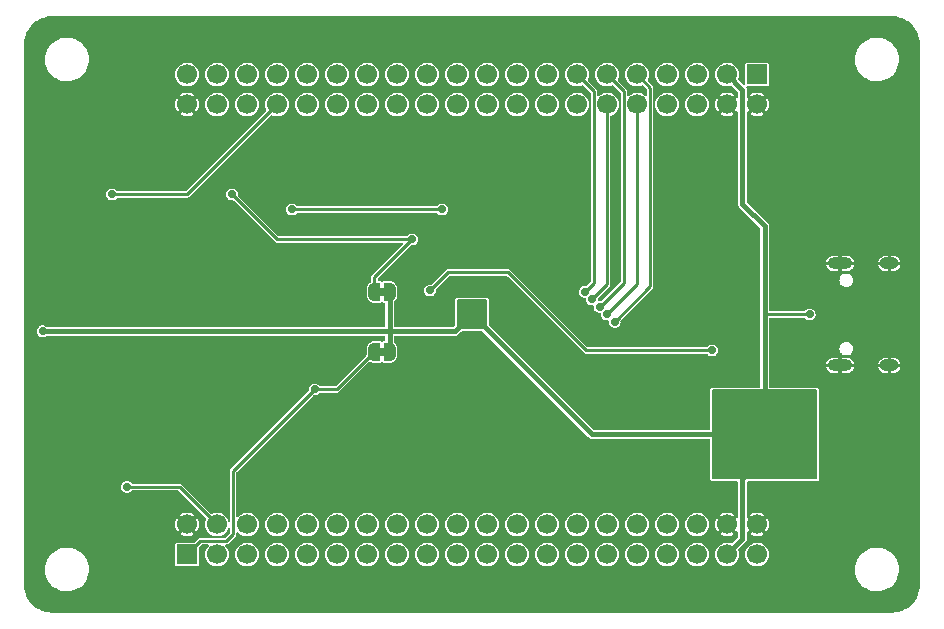
<source format=gbr>
G04 #@! TF.GenerationSoftware,KiCad,Pcbnew,6.0.7+dfsg-1+b1*
G04 #@! TF.CreationDate,2022-09-14T17:46:27+08:00*
G04 #@! TF.ProjectId,mcustm32f405,6d637573-746d-4333-9266-3430352e6b69,a*
G04 #@! TF.SameCoordinates,PX57cf3f8PY8841978*
G04 #@! TF.FileFunction,Copper,L2,Bot*
G04 #@! TF.FilePolarity,Positive*
%FSLAX46Y46*%
G04 Gerber Fmt 4.6, Leading zero omitted, Abs format (unit mm)*
G04 Created by KiCad (PCBNEW 6.0.7+dfsg-1+b1) date 2022-09-14 17:46:27*
%MOMM*%
%LPD*%
G01*
G04 APERTURE LIST*
G04 Aperture macros list*
%AMFreePoly0*
4,1,22,0.500000,-0.750000,0.000000,-0.750000,0.000000,-0.745033,-0.079941,-0.743568,-0.215256,-0.701293,-0.333266,-0.622738,-0.424486,-0.514219,-0.481581,-0.384460,-0.499164,-0.250000,-0.500000,-0.250000,-0.500000,0.250000,-0.499164,0.250000,-0.499963,0.256109,-0.478152,0.396186,-0.417904,0.524511,-0.324060,0.630769,-0.204165,0.706417,-0.067858,0.745374,0.000000,0.744959,0.000000,0.750000,
0.500000,0.750000,0.500000,-0.750000,0.500000,-0.750000,$1*%
%AMFreePoly1*
4,1,20,0.000000,0.744959,0.073905,0.744508,0.209726,0.703889,0.328688,0.626782,0.421226,0.519385,0.479903,0.390333,0.500000,0.250000,0.500000,-0.250000,0.499851,-0.262216,0.476331,-0.402017,0.414519,-0.529596,0.319384,-0.634700,0.198574,-0.708877,0.061801,-0.746166,0.000000,-0.745033,0.000000,-0.750000,-0.500000,-0.750000,-0.500000,0.750000,0.000000,0.750000,0.000000,0.744959,
0.000000,0.744959,$1*%
G04 Aperture macros list end*
G04 #@! TA.AperFunction,ComponentPad*
%ADD10O,2.100000X1.000000*%
G04 #@! TD*
G04 #@! TA.AperFunction,ComponentPad*
%ADD11O,1.600000X1.000000*%
G04 #@! TD*
G04 #@! TA.AperFunction,ComponentPad*
%ADD12R,1.700000X1.700000*%
G04 #@! TD*
G04 #@! TA.AperFunction,ComponentPad*
%ADD13C,1.700000*%
G04 #@! TD*
G04 #@! TA.AperFunction,SMDPad,CuDef*
%ADD14FreePoly0,180.000000*%
G04 #@! TD*
G04 #@! TA.AperFunction,SMDPad,CuDef*
%ADD15FreePoly1,180.000000*%
G04 #@! TD*
G04 #@! TA.AperFunction,ViaPad*
%ADD16C,0.700000*%
G04 #@! TD*
G04 #@! TA.AperFunction,Conductor*
%ADD17C,0.228600*%
G04 #@! TD*
G04 #@! TA.AperFunction,Conductor*
%ADD18C,0.457200*%
G04 #@! TD*
G04 APERTURE END LIST*
G04 #@! TO.C,JP2*
G36*
X52955000Y37800000D02*
G01*
X52455000Y37800000D01*
X52455000Y38400000D01*
X52955000Y38400000D01*
X52955000Y37800000D01*
G37*
G04 #@! TO.C,JP1*
G36*
X52955000Y42880000D02*
G01*
X52455000Y42880000D01*
X52455000Y43480000D01*
X52955000Y43480000D01*
X52955000Y42880000D01*
G37*
G04 #@! TD*
D10*
G04 #@! TO.P,J1,S1,SHIELD*
G04 #@! TO.N,GND*
X91485000Y36955000D03*
X91485000Y45595000D03*
D11*
X95665000Y36955000D03*
X95665000Y45595000D03*
G04 #@! TD*
D12*
G04 #@! TO.P,J2,1,VA*
G04 #@! TO.N,VDDA*
X36195000Y20955000D03*
D13*
G04 #@! TO.P,J2,2,GND*
G04 #@! TO.N,GND*
X36195000Y23495000D03*
G04 #@! TO.P,J2,3,BO0*
G04 #@! TO.N,BO0*
X38735000Y20955000D03*
G04 #@! TO.P,J2,4,NRST*
G04 #@! TO.N,NRST*
X38735000Y23495000D03*
G04 #@! TO.P,J2,5,PC0*
G04 #@! TO.N,PC0*
X41275000Y20955000D03*
G04 #@! TO.P,J2,6,PC1*
G04 #@! TO.N,PC1*
X41275000Y23495000D03*
G04 #@! TO.P,J2,7,PC2*
G04 #@! TO.N,PC2*
X43815000Y20955000D03*
G04 #@! TO.P,J2,8,PC3*
G04 #@! TO.N,PC3*
X43815000Y23495000D03*
G04 #@! TO.P,J2,9,PA0*
G04 #@! TO.N,PA0*
X46355000Y20955000D03*
G04 #@! TO.P,J2,10,PA1*
G04 #@! TO.N,PA1*
X46355000Y23495000D03*
G04 #@! TO.P,J2,11,PA2*
G04 #@! TO.N,PA2*
X48895000Y20955000D03*
G04 #@! TO.P,J2,12,PA3*
G04 #@! TO.N,PA3*
X48895000Y23495000D03*
G04 #@! TO.P,J2,13,PA4*
G04 #@! TO.N,PA4*
X51435000Y20955000D03*
G04 #@! TO.P,J2,14,PA5*
G04 #@! TO.N,PA5*
X51435000Y23495000D03*
G04 #@! TO.P,J2,15,PA6*
G04 #@! TO.N,PA6*
X53975000Y20955000D03*
G04 #@! TO.P,J2,16,PA7*
G04 #@! TO.N,PA7*
X53975000Y23495000D03*
G04 #@! TO.P,J2,17,PC4*
G04 #@! TO.N,PC4*
X56515000Y20955000D03*
G04 #@! TO.P,J2,18,PC5*
G04 #@! TO.N,PC5*
X56515000Y23495000D03*
G04 #@! TO.P,J2,19,PB0*
G04 #@! TO.N,PB0*
X59055000Y20955000D03*
G04 #@! TO.P,J2,20,PB1*
G04 #@! TO.N,PB1*
X59055000Y23495000D03*
G04 #@! TO.P,J2,21,PB2*
G04 #@! TO.N,PB2*
X61595000Y20955000D03*
G04 #@! TO.P,J2,22,U0*
G04 #@! TO.N,unconnected-(J2-Pad22)*
X61595000Y23495000D03*
G04 #@! TO.P,J2,23,PB10*
G04 #@! TO.N,PB10*
X64135000Y20955000D03*
G04 #@! TO.P,J2,24,PB11*
G04 #@! TO.N,PB11*
X64135000Y23495000D03*
G04 #@! TO.P,J2,25,PB12*
G04 #@! TO.N,PB12*
X66675000Y20955000D03*
G04 #@! TO.P,J2,26,PB13*
G04 #@! TO.N,PB13*
X66675000Y23495000D03*
G04 #@! TO.P,J2,27,PB14*
G04 #@! TO.N,PB14*
X69215000Y20955000D03*
G04 #@! TO.P,J2,28,PB15*
G04 #@! TO.N,PB15*
X69215000Y23495000D03*
G04 #@! TO.P,J2,29,PC6*
G04 #@! TO.N,PC6*
X71755000Y20955000D03*
G04 #@! TO.P,J2,30,PC7*
G04 #@! TO.N,PC7*
X71755000Y23495000D03*
G04 #@! TO.P,J2,31,PC8*
G04 #@! TO.N,PC8*
X74295000Y20955000D03*
G04 #@! TO.P,J2,32,PC9*
G04 #@! TO.N,PC9*
X74295000Y23495000D03*
G04 #@! TO.P,J2,33,U1*
G04 #@! TO.N,unconnected-(J2-Pad33)*
X76835000Y20955000D03*
G04 #@! TO.P,J2,34,U2*
G04 #@! TO.N,unconnected-(J2-Pad34)*
X76835000Y23495000D03*
G04 #@! TO.P,J2,35,U3*
G04 #@! TO.N,unconnected-(J2-Pad35)*
X79375000Y20955000D03*
G04 #@! TO.P,J2,36,U4*
G04 #@! TO.N,unconnected-(J2-Pad36)*
X79375000Y23495000D03*
G04 #@! TO.P,J2,37,3.3V*
G04 #@! TO.N,+3V3*
X81915000Y20955000D03*
G04 #@! TO.P,J2,38,GND*
G04 #@! TO.N,GND*
X81915000Y23495000D03*
G04 #@! TO.P,J2,39,5V*
G04 #@! TO.N,+5V*
X84455000Y20955000D03*
G04 #@! TO.P,J2,40,GND*
G04 #@! TO.N,GND*
X84455000Y23495000D03*
D12*
G04 #@! TO.P,J2,41,5V*
G04 #@! TO.N,+5V*
X84455000Y61595000D03*
D13*
G04 #@! TO.P,J2,42,GND*
G04 #@! TO.N,GND*
X84455000Y59055000D03*
G04 #@! TO.P,J2,43,3.3V*
G04 #@! TO.N,+3V3*
X81915000Y61595000D03*
G04 #@! TO.P,J2,44,GND*
G04 #@! TO.N,GND*
X81915000Y59055000D03*
G04 #@! TO.P,J2,45,U15*
G04 #@! TO.N,unconnected-(J2-Pad45)*
X79375000Y61595000D03*
G04 #@! TO.P,J2,46,U16*
G04 #@! TO.N,unconnected-(J2-Pad46)*
X79375000Y59055000D03*
G04 #@! TO.P,J2,47,U13*
G04 #@! TO.N,unconnected-(J2-Pad47)*
X76835000Y61595000D03*
G04 #@! TO.P,J2,48,U14*
G04 #@! TO.N,unconnected-(J2-Pad48)*
X76835000Y59055000D03*
G04 #@! TO.P,J2,49,PA8*
G04 #@! TO.N,PA8*
X74295000Y61595000D03*
G04 #@! TO.P,J2,50,PA9*
G04 #@! TO.N,PA9*
X74295000Y59055000D03*
G04 #@! TO.P,J2,51,PA10*
G04 #@! TO.N,PA10*
X71755000Y61595000D03*
G04 #@! TO.P,J2,52,PA11*
G04 #@! TO.N,PA11*
X71755000Y59055000D03*
G04 #@! TO.P,J2,53,PA12*
G04 #@! TO.N,PA12*
X69215000Y61595000D03*
G04 #@! TO.P,J2,54,PA13*
G04 #@! TO.N,PA13*
X69215000Y59055000D03*
G04 #@! TO.P,J2,55,PA14*
G04 #@! TO.N,PA14*
X66675000Y61595000D03*
G04 #@! TO.P,J2,56,PA15*
G04 #@! TO.N,PA15*
X66675000Y59055000D03*
G04 #@! TO.P,J2,57,U11*
G04 #@! TO.N,unconnected-(J2-Pad57)*
X64135000Y61595000D03*
G04 #@! TO.P,J2,58,U12*
G04 #@! TO.N,unconnected-(J2-Pad58)*
X64135000Y59055000D03*
G04 #@! TO.P,J2,59,PC10*
G04 #@! TO.N,PC10*
X61595000Y61595000D03*
G04 #@! TO.P,J2,60,PC11*
G04 #@! TO.N,PC11*
X61595000Y59055000D03*
G04 #@! TO.P,J2,61,PC12*
G04 #@! TO.N,PC12*
X59055000Y61595000D03*
G04 #@! TO.P,J2,62,U8*
G04 #@! TO.N,unconnected-(J2-Pad62)*
X59055000Y59055000D03*
G04 #@! TO.P,J2,63,PD2*
G04 #@! TO.N,PD2*
X56515000Y61595000D03*
G04 #@! TO.P,J2,64,PB3*
G04 #@! TO.N,PB3*
X56515000Y59055000D03*
G04 #@! TO.P,J2,65,PB4*
G04 #@! TO.N,PB4*
X53975000Y61595000D03*
G04 #@! TO.P,J2,66,PB5*
G04 #@! TO.N,PB5*
X53975000Y59055000D03*
G04 #@! TO.P,J2,67,PB6*
G04 #@! TO.N,PB6*
X51435000Y61595000D03*
G04 #@! TO.P,J2,68,PB7*
G04 #@! TO.N,PB7*
X51435000Y59055000D03*
G04 #@! TO.P,J2,69,PB8*
G04 #@! TO.N,PB8*
X48895000Y61595000D03*
G04 #@! TO.P,J2,70,PB9*
G04 #@! TO.N,PB9*
X48895000Y59055000D03*
G04 #@! TO.P,J2,71,U9*
G04 #@! TO.N,unconnected-(J2-Pad71)*
X46355000Y61595000D03*
G04 #@! TO.P,J2,72,U10*
G04 #@! TO.N,unconnected-(J2-Pad72)*
X46355000Y59055000D03*
G04 #@! TO.P,J2,73,PC14*
G04 #@! TO.N,PC14*
X43815000Y61595000D03*
G04 #@! TO.P,J2,74,PC13*
G04 #@! TO.N,PC13*
X43815000Y59055000D03*
G04 #@! TO.P,J2,75,U7*
G04 #@! TO.N,unconnected-(J2-Pad75)*
X41275000Y61595000D03*
G04 #@! TO.P,J2,76,PC15*
G04 #@! TO.N,PC15*
X41275000Y59055000D03*
G04 #@! TO.P,J2,77,U5*
G04 #@! TO.N,unconnected-(J2-Pad77)*
X38735000Y61595000D03*
G04 #@! TO.P,J2,78,U6*
G04 #@! TO.N,unconnected-(J2-Pad78)*
X38735000Y59055000D03*
G04 #@! TO.P,J2,79,VB*
G04 #@! TO.N,VBAT*
X36195000Y61595000D03*
G04 #@! TO.P,J2,80,GND*
G04 #@! TO.N,GND*
X36195000Y59055000D03*
G04 #@! TD*
D14*
G04 #@! TO.P,JP2,1,A*
G04 #@! TO.N,+3V3*
X53355000Y38100000D03*
D15*
G04 #@! TO.P,JP2,2,B*
G04 #@! TO.N,VDDA*
X52055000Y38100000D03*
G04 #@! TD*
D14*
G04 #@! TO.P,JP1,1,A*
G04 #@! TO.N,+3V3*
X53355000Y43180000D03*
D15*
G04 #@! TO.P,JP1,2,B*
G04 #@! TO.N,VBAT*
X52055000Y43180000D03*
G04 #@! TD*
D16*
G04 #@! TO.N,+3V3*
X86360000Y33020000D03*
X85090000Y33020000D03*
X83820000Y33020000D03*
X83820000Y29210000D03*
X85090000Y29210000D03*
X86360000Y29210000D03*
X59690000Y41910000D03*
X88900000Y41275000D03*
X83820000Y31115000D03*
X23977500Y39852500D03*
X60960000Y41910000D03*
X85090000Y31115000D03*
X59690000Y40640000D03*
X86360000Y31115000D03*
X60960000Y40640000D03*
G04 #@! TO.N,GND*
X67310000Y36195000D03*
X64135000Y28575000D03*
X69215000Y25400000D03*
X65325000Y51775000D03*
X60325000Y39370000D03*
X84020000Y41010000D03*
X55245000Y36195000D03*
X62230000Y41275000D03*
X65405000Y55245000D03*
X58420000Y41275000D03*
X65405000Y46355000D03*
X46990000Y36830000D03*
X57785000Y51435000D03*
X77470000Y41275000D03*
X60325000Y43180000D03*
X53340000Y50800000D03*
G04 #@! TO.N,PA12*
X69850000Y43180000D03*
G04 #@! TO.N,PA11*
X70485000Y42545000D03*
G04 #@! TO.N,PA10*
X71120000Y41910000D03*
G04 #@! TO.N,PA9*
X71755000Y41275000D03*
G04 #@! TO.N,PA8*
X72390000Y40640000D03*
G04 #@! TO.N,NRST*
X31115000Y26670000D03*
G04 #@! TO.N,PC14*
X56769000Y43307000D03*
X80645000Y38227000D03*
G04 #@! TO.N,PC13*
X29845000Y51435000D03*
G04 #@! TO.N,BO0*
X57785000Y50165000D03*
X45085000Y50165000D03*
G04 #@! TO.N,VBAT*
X55245000Y47625000D03*
X40005000Y51435000D03*
G04 #@! TO.N,VDDA*
X46990000Y34925000D03*
G04 #@! TD*
D17*
G04 #@! TO.N,+3V3*
X85090000Y41275000D02*
X88900000Y41275000D01*
D18*
X53355000Y38100000D02*
X53355000Y39715000D01*
X85090000Y48750000D02*
X85090000Y41275000D01*
X53355000Y39715000D02*
X53492500Y39852500D01*
X60960000Y40640000D02*
X60960000Y41910000D01*
X83223999Y60286001D02*
X83223999Y50616001D01*
X81915000Y61595000D02*
X83223999Y60286001D01*
X83223999Y27343999D02*
X83223999Y22263999D01*
X59690000Y41910000D02*
X59690000Y40640000D01*
X83223999Y50616001D02*
X85090000Y48750000D01*
X85090000Y29210000D02*
X83223999Y27343999D01*
X53492500Y39852500D02*
X23977500Y39852500D01*
X83223999Y22263999D02*
X81915000Y20955000D01*
X59690000Y40640000D02*
X58902500Y39852500D01*
X85090000Y31115000D02*
X70485000Y31115000D01*
X58902500Y39852500D02*
X53492500Y39852500D01*
X60960000Y40640000D02*
X70485000Y31115000D01*
X59690000Y40640000D02*
X60960000Y40640000D01*
X53355000Y43180000D02*
X53355000Y39990000D01*
X53355000Y39990000D02*
X53492500Y39852500D01*
X60960000Y41910000D02*
X59690000Y41910000D01*
X85090000Y41275000D02*
X85090000Y33020000D01*
D17*
G04 #@! TO.N,PA12*
X69215000Y61595000D02*
X70638299Y60171701D01*
X70638299Y43968299D02*
X69850000Y43180000D01*
X70638299Y60171701D02*
X70638299Y43968299D01*
G04 #@! TO.N,PA11*
X70485000Y42545000D02*
X71755000Y43815000D01*
X71755000Y59055000D02*
X71755000Y43815000D01*
G04 #@! TO.N,PA10*
X73178299Y60171701D02*
X71755000Y61595000D01*
X73178299Y43968299D02*
X73178299Y60171701D01*
X71120000Y41910000D02*
X73178299Y43968299D01*
G04 #@! TO.N,PA9*
X71755000Y41275000D02*
X74295000Y43815000D01*
X74295000Y43815000D02*
X74295000Y59055000D01*
G04 #@! TO.N,PA8*
X72390000Y40640000D02*
X75411701Y43661701D01*
X75411701Y43661701D02*
X75411701Y60478299D01*
X75411701Y60478299D02*
X74295000Y61595000D01*
G04 #@! TO.N,NRST*
X31115000Y26670000D02*
X35560000Y26670000D01*
X35560000Y26670000D02*
X38735000Y23495000D01*
G04 #@! TO.N,PC14*
X80645000Y38227000D02*
X69977000Y38227000D01*
X63373000Y44831000D02*
X69977000Y38227000D01*
X58293000Y44831000D02*
X56769000Y43307000D01*
X63373000Y44831000D02*
X58293000Y44831000D01*
G04 #@! TO.N,PC13*
X36195000Y51435000D02*
X43815000Y59055000D01*
X29845000Y51435000D02*
X36195000Y51435000D01*
G04 #@! TO.N,BO0*
X57785000Y50165000D02*
X45085000Y50165000D01*
G04 #@! TO.N,VBAT*
X43815000Y47625000D02*
X40005000Y51435000D01*
X55245000Y47625000D02*
X43815000Y47625000D01*
X52055000Y44435000D02*
X55245000Y47625000D01*
X52055000Y43180000D02*
X52055000Y44435000D01*
G04 #@! TO.N,VDDA*
X40110000Y28045000D02*
X46990000Y34925000D01*
X52055000Y38100000D02*
X48880000Y34925000D01*
X37311700Y22071700D02*
X39531700Y22071700D01*
X39531700Y22071700D02*
X40110000Y22650000D01*
X40110000Y22650000D02*
X40110000Y28045000D01*
X36195000Y20955000D02*
X37311700Y22071700D01*
X48880000Y34925000D02*
X46990000Y34925000D01*
G04 #@! TD*
G04 #@! TA.AperFunction,Conductor*
G04 #@! TO.N,+3V3*
G36*
X89508138Y34907407D02*
G01*
X89533858Y34862858D01*
X89535000Y34849800D01*
X89535000Y27380200D01*
X89517407Y27331862D01*
X89472858Y27306142D01*
X89459800Y27305000D01*
X80720200Y27305000D01*
X80671862Y27322593D01*
X80646142Y27367142D01*
X80645000Y27380200D01*
X80645000Y34849800D01*
X80662593Y34898138D01*
X80707142Y34923858D01*
X80720200Y34925000D01*
X89459800Y34925000D01*
X89508138Y34907407D01*
G37*
G04 #@! TD.AperFunction*
G04 #@! TD*
G04 #@! TA.AperFunction,Conductor*
G04 #@! TO.N,+3V3*
G36*
X61568138Y42527407D02*
G01*
X61593858Y42482858D01*
X61595000Y42469800D01*
X61595000Y40080200D01*
X61577407Y40031862D01*
X61532858Y40006142D01*
X61519800Y40005000D01*
X59130200Y40005000D01*
X59081862Y40022593D01*
X59056142Y40067142D01*
X59055000Y40080200D01*
X59055000Y42469800D01*
X59072593Y42518138D01*
X59117142Y42543858D01*
X59130200Y42545000D01*
X61519800Y42545000D01*
X61568138Y42527407D01*
G37*
G04 #@! TD.AperFunction*
G04 #@! TD*
G04 #@! TA.AperFunction,Conductor*
G04 #@! TO.N,GND*
G36*
X95874431Y66519538D02*
G01*
X95875435Y66519269D01*
X95885000Y66516706D01*
X95894563Y66519269D01*
X95902737Y66519269D01*
X95913622Y66520369D01*
X96168197Y66504969D01*
X96177211Y66503874D01*
X96451794Y66453555D01*
X96460611Y66451382D01*
X96580380Y66414061D01*
X96727138Y66368329D01*
X96735618Y66365113D01*
X96990194Y66250538D01*
X96998230Y66246321D01*
X97237146Y66101891D01*
X97244605Y66096742D01*
X97464361Y65924574D01*
X97471158Y65918552D01*
X97668552Y65721158D01*
X97674574Y65714361D01*
X97846742Y65494605D01*
X97851891Y65487146D01*
X97961854Y65305246D01*
X97996320Y65248232D01*
X98000538Y65240194D01*
X98097025Y65025810D01*
X98115111Y64985624D01*
X98118331Y64977133D01*
X98201382Y64710611D01*
X98203555Y64701794D01*
X98253874Y64427211D01*
X98254969Y64418197D01*
X98270369Y64163622D01*
X98269269Y64152737D01*
X98269269Y64144563D01*
X98266706Y64135000D01*
X98269268Y64125438D01*
X98269538Y64124431D01*
X98272100Y64104968D01*
X98272100Y18445032D01*
X98269538Y18425570D01*
X98266706Y18415000D01*
X98269269Y18405437D01*
X98269269Y18397263D01*
X98270369Y18386378D01*
X98254969Y18131803D01*
X98253874Y18122789D01*
X98203555Y17848206D01*
X98201382Y17839389D01*
X98118331Y17572867D01*
X98115113Y17564382D01*
X98000540Y17309809D01*
X97996321Y17301770D01*
X97851891Y17062854D01*
X97846742Y17055395D01*
X97674574Y16835639D01*
X97668552Y16828842D01*
X97471158Y16631448D01*
X97464361Y16625426D01*
X97244605Y16453258D01*
X97237146Y16448109D01*
X96998232Y16303680D01*
X96990194Y16299462D01*
X96735618Y16184887D01*
X96727138Y16181671D01*
X96580380Y16135939D01*
X96460611Y16098618D01*
X96451794Y16096445D01*
X96177211Y16046126D01*
X96168197Y16045031D01*
X95913622Y16029631D01*
X95902737Y16030731D01*
X95894563Y16030731D01*
X95885000Y16033294D01*
X95875438Y16030732D01*
X95874431Y16030462D01*
X95854968Y16027900D01*
X24795032Y16027900D01*
X24775569Y16030462D01*
X24774562Y16030732D01*
X24765000Y16033294D01*
X24755437Y16030731D01*
X24747263Y16030731D01*
X24736378Y16029631D01*
X24481803Y16045031D01*
X24472789Y16046126D01*
X24198206Y16096445D01*
X24189389Y16098618D01*
X24069620Y16135939D01*
X23922862Y16181671D01*
X23914382Y16184887D01*
X23659806Y16299462D01*
X23651768Y16303680D01*
X23412854Y16448109D01*
X23405395Y16453258D01*
X23185639Y16625426D01*
X23178842Y16631448D01*
X22981448Y16828842D01*
X22975426Y16835639D01*
X22803258Y17055395D01*
X22798109Y17062854D01*
X22653679Y17301770D01*
X22649460Y17309809D01*
X22534887Y17564382D01*
X22531669Y17572867D01*
X22448618Y17839389D01*
X22446445Y17848206D01*
X22396126Y18122789D01*
X22395031Y18131803D01*
X22379631Y18386378D01*
X22380731Y18397263D01*
X22380731Y18405437D01*
X22383294Y18415000D01*
X22380462Y18425570D01*
X22377900Y18445032D01*
X22377900Y19642905D01*
X24180028Y19642905D01*
X24180287Y19640191D01*
X24180287Y19640187D01*
X24197840Y19456207D01*
X24205534Y19375569D01*
X24269364Y19114715D01*
X24370182Y18865808D01*
X24371557Y18863460D01*
X24464627Y18704509D01*
X24505875Y18634062D01*
X24673601Y18424331D01*
X24675595Y18422469D01*
X24675598Y18422465D01*
X24701170Y18398577D01*
X24869846Y18241009D01*
X25090499Y18087936D01*
X25092933Y18086725D01*
X25092940Y18086721D01*
X25328491Y17969537D01*
X25328495Y17969535D01*
X25330938Y17968320D01*
X25586126Y17884665D01*
X25588810Y17884199D01*
X25588814Y17884198D01*
X25848452Y17839117D01*
X25848456Y17839117D01*
X25850717Y17838724D01*
X25935567Y17834500D01*
X26103223Y17834500D01*
X26302846Y17848984D01*
X26565080Y17906880D01*
X26567622Y17907843D01*
X26567625Y17907844D01*
X26813664Y18001060D01*
X26816211Y18002025D01*
X26973674Y18089488D01*
X27048587Y18131099D01*
X27050976Y18132426D01*
X27191222Y18239458D01*
X27262294Y18293698D01*
X27262298Y18293702D01*
X27264458Y18295350D01*
X27452185Y18487386D01*
X27453790Y18489591D01*
X27608621Y18702305D01*
X27608622Y18702307D01*
X27610225Y18704509D01*
X27695089Y18865808D01*
X27733998Y18939763D01*
X27734000Y18939768D01*
X27735265Y18942172D01*
X27824688Y19195397D01*
X27876620Y19458878D01*
X27885781Y19642905D01*
X92760028Y19642905D01*
X92760287Y19640191D01*
X92760287Y19640187D01*
X92777840Y19456207D01*
X92785534Y19375569D01*
X92849364Y19114715D01*
X92950182Y18865808D01*
X92951557Y18863460D01*
X93044627Y18704509D01*
X93085875Y18634062D01*
X93253601Y18424331D01*
X93255595Y18422469D01*
X93255598Y18422465D01*
X93281170Y18398577D01*
X93449846Y18241009D01*
X93670499Y18087936D01*
X93672933Y18086725D01*
X93672940Y18086721D01*
X93908491Y17969537D01*
X93908495Y17969535D01*
X93910938Y17968320D01*
X94166126Y17884665D01*
X94168810Y17884199D01*
X94168814Y17884198D01*
X94428452Y17839117D01*
X94428456Y17839117D01*
X94430717Y17838724D01*
X94515567Y17834500D01*
X94683223Y17834500D01*
X94882846Y17848984D01*
X95145080Y17906880D01*
X95147622Y17907843D01*
X95147625Y17907844D01*
X95393664Y18001060D01*
X95396211Y18002025D01*
X95553674Y18089488D01*
X95628587Y18131099D01*
X95630976Y18132426D01*
X95771222Y18239458D01*
X95842294Y18293698D01*
X95842298Y18293702D01*
X95844458Y18295350D01*
X96032185Y18487386D01*
X96033790Y18489591D01*
X96188621Y18702305D01*
X96188622Y18702307D01*
X96190225Y18704509D01*
X96275089Y18865808D01*
X96313998Y18939763D01*
X96314000Y18939768D01*
X96315265Y18942172D01*
X96404688Y19195397D01*
X96456620Y19458878D01*
X96469972Y19727095D01*
X96452415Y19911122D01*
X96444725Y19991719D01*
X96444724Y19991722D01*
X96444466Y19994431D01*
X96442878Y20000923D01*
X96401033Y20171929D01*
X96380636Y20255285D01*
X96279818Y20504192D01*
X96186786Y20663078D01*
X96145503Y20733585D01*
X96145501Y20733588D01*
X96144125Y20735938D01*
X96111489Y20776748D01*
X96025266Y20884564D01*
X95976399Y20945669D01*
X95974405Y20947531D01*
X95974402Y20947535D01*
X95782145Y21127131D01*
X95780154Y21128991D01*
X95559501Y21282064D01*
X95557067Y21283275D01*
X95557060Y21283279D01*
X95321509Y21400463D01*
X95321505Y21400465D01*
X95319062Y21401680D01*
X95063874Y21485335D01*
X95061190Y21485801D01*
X95061186Y21485802D01*
X94801548Y21530883D01*
X94801544Y21530883D01*
X94799283Y21531276D01*
X94714433Y21535500D01*
X94546777Y21535500D01*
X94347154Y21521016D01*
X94084920Y21463120D01*
X94082378Y21462157D01*
X94082375Y21462156D01*
X93857932Y21377122D01*
X93833789Y21367975D01*
X93831407Y21366652D01*
X93831405Y21366651D01*
X93601413Y21238901D01*
X93599024Y21237574D01*
X93596855Y21235919D01*
X93596854Y21235918D01*
X93387706Y21076302D01*
X93387702Y21076298D01*
X93385542Y21074650D01*
X93197815Y20882614D01*
X93196210Y20880409D01*
X93090650Y20735385D01*
X93039775Y20665491D01*
X93038508Y20663083D01*
X93038505Y20663078D01*
X92953587Y20501674D01*
X92914735Y20427828D01*
X92825312Y20174603D01*
X92773380Y19911122D01*
X92760028Y19642905D01*
X27885781Y19642905D01*
X27889972Y19727095D01*
X27872415Y19911122D01*
X27864725Y19991719D01*
X27864724Y19991722D01*
X27864466Y19994431D01*
X27862878Y20000923D01*
X27821033Y20171929D01*
X27800636Y20255285D01*
X27699818Y20504192D01*
X27606786Y20663078D01*
X27565503Y20733585D01*
X27565501Y20733588D01*
X27564125Y20735938D01*
X27531489Y20776748D01*
X27445266Y20884564D01*
X27396399Y20945669D01*
X27394405Y20947531D01*
X27394402Y20947535D01*
X27202145Y21127131D01*
X27200154Y21128991D01*
X26979501Y21282064D01*
X26977067Y21283275D01*
X26977060Y21283279D01*
X26741509Y21400463D01*
X26741505Y21400465D01*
X26739062Y21401680D01*
X26483874Y21485335D01*
X26481190Y21485801D01*
X26481186Y21485802D01*
X26221548Y21530883D01*
X26221544Y21530883D01*
X26219283Y21531276D01*
X26134433Y21535500D01*
X25966777Y21535500D01*
X25767154Y21521016D01*
X25504920Y21463120D01*
X25502378Y21462157D01*
X25502375Y21462156D01*
X25277932Y21377122D01*
X25253789Y21367975D01*
X25251407Y21366652D01*
X25251405Y21366651D01*
X25021413Y21238901D01*
X25019024Y21237574D01*
X25016855Y21235919D01*
X25016854Y21235918D01*
X24807706Y21076302D01*
X24807702Y21076298D01*
X24805542Y21074650D01*
X24617815Y20882614D01*
X24616210Y20880409D01*
X24510650Y20735385D01*
X24459775Y20665491D01*
X24458508Y20663083D01*
X24458505Y20663078D01*
X24373587Y20501674D01*
X24334735Y20427828D01*
X24245312Y20174603D01*
X24193380Y19911122D01*
X24180028Y19642905D01*
X22377900Y19642905D01*
X22377900Y22684361D01*
X35605117Y22684361D01*
X35606391Y22679607D01*
X35617346Y22670282D01*
X35623359Y22666103D01*
X35788537Y22573789D01*
X35795250Y22570856D01*
X35975210Y22512384D01*
X35982358Y22510812D01*
X36170248Y22488407D01*
X36177581Y22488254D01*
X36366239Y22502770D01*
X36373447Y22504041D01*
X36555701Y22554927D01*
X36562534Y22557578D01*
X36731426Y22642891D01*
X36737612Y22646816D01*
X36777713Y22678147D01*
X36783443Y22687316D01*
X36782835Y22691639D01*
X36204377Y23270097D01*
X36194578Y23274666D01*
X36188587Y23273061D01*
X35609686Y22694160D01*
X35605117Y22684361D01*
X22377900Y22684361D01*
X22377900Y23505392D01*
X35188156Y23505392D01*
X35203990Y23316839D01*
X35205312Y23309637D01*
X35257470Y23127739D01*
X35260164Y23120937D01*
X35346657Y22952637D01*
X35350623Y22946482D01*
X35377905Y22912060D01*
X35387114Y22906395D01*
X35391520Y22907046D01*
X35970097Y23485623D01*
X35974272Y23494578D01*
X36415334Y23494578D01*
X36416939Y23488587D01*
X36996215Y22909311D01*
X37006014Y22904742D01*
X37010864Y22906041D01*
X37015664Y22911602D01*
X37019886Y22917588D01*
X37113354Y23082120D01*
X37116328Y23088800D01*
X37176059Y23268359D01*
X37177680Y23275493D01*
X37201593Y23464785D01*
X37201886Y23468980D01*
X37202221Y23492901D01*
X37202045Y23497093D01*
X37183427Y23686976D01*
X37182001Y23694172D01*
X37127312Y23875312D01*
X37124524Y23882078D01*
X37035687Y24049156D01*
X37031635Y24055255D01*
X37012679Y24078497D01*
X37003393Y24084032D01*
X36998816Y24083290D01*
X36419903Y23504377D01*
X36415334Y23494578D01*
X35974272Y23494578D01*
X35974666Y23495422D01*
X35973061Y23501413D01*
X35394500Y24079974D01*
X35384701Y24084543D01*
X35380041Y24083295D01*
X35366269Y24066881D01*
X35362131Y24060838D01*
X35270975Y23895025D01*
X35268088Y23888289D01*
X35210874Y23707926D01*
X35209351Y23700761D01*
X35188259Y23512725D01*
X35188156Y23505392D01*
X22377900Y23505392D01*
X22377900Y24303124D01*
X35606199Y24303124D01*
X35606894Y24298632D01*
X36185623Y23719903D01*
X36195422Y23715334D01*
X36201413Y23716939D01*
X36779667Y24295193D01*
X36784236Y24304992D01*
X36783012Y24309560D01*
X36761077Y24327707D01*
X36755018Y24331794D01*
X36588557Y24421799D01*
X36581813Y24424634D01*
X36401047Y24480590D01*
X36393880Y24482061D01*
X36205687Y24501841D01*
X36198374Y24501892D01*
X36009918Y24484742D01*
X36002732Y24483371D01*
X35821208Y24429945D01*
X35814421Y24427203D01*
X35646718Y24339531D01*
X35640607Y24335531D01*
X35611798Y24312369D01*
X35606199Y24303124D01*
X22377900Y24303124D01*
X22377900Y39858707D01*
X23469467Y39858707D01*
X23470161Y39853400D01*
X23470161Y39853397D01*
X23471022Y39846814D01*
X23488145Y39715870D01*
X23546162Y39584016D01*
X23549607Y39579918D01*
X23549608Y39579916D01*
X23603423Y39515896D01*
X23638854Y39473745D01*
X23758770Y39393923D01*
X23896269Y39350965D01*
X23970371Y39349607D01*
X24034936Y39348423D01*
X24034938Y39348423D01*
X24040298Y39348325D01*
X24045469Y39349735D01*
X24045471Y39349735D01*
X24121195Y39370380D01*
X24179279Y39386215D01*
X24299260Y39459884D01*
X24338609Y39471000D01*
X52898300Y39471000D01*
X52946638Y39453407D01*
X52972358Y39408858D01*
X52973500Y39395800D01*
X52973500Y39081095D01*
X52955907Y39032757D01*
X52911358Y39007037D01*
X52898300Y39005895D01*
X52855000Y39005895D01*
X52795342Y38994028D01*
X52789184Y38989914D01*
X52789183Y38989913D01*
X52746779Y38961579D01*
X52696813Y38949352D01*
X52663221Y38961579D01*
X52620817Y38989913D01*
X52620816Y38989914D01*
X52614658Y38994028D01*
X52555000Y39005895D01*
X52063898Y39005895D01*
X52062520Y39005908D01*
X51998097Y39007089D01*
X51998096Y39007089D01*
X51995421Y39007138D01*
X51951558Y39001674D01*
X51813378Y38964001D01*
X51810922Y38962938D01*
X51775271Y38947511D01*
X51775267Y38947509D01*
X51772813Y38946447D01*
X51650761Y38871507D01*
X51648708Y38869802D01*
X51648703Y38869799D01*
X51632496Y38856344D01*
X51616753Y38843274D01*
X51520639Y38737090D01*
X51519140Y38734868D01*
X51519138Y38734865D01*
X51508713Y38719409D01*
X51495922Y38700444D01*
X51494757Y38698040D01*
X51494755Y38698036D01*
X51461737Y38629885D01*
X51433475Y38571552D01*
X51420037Y38529444D01*
X51396275Y38388206D01*
X51394126Y38364249D01*
X51393975Y38351907D01*
X51395537Y38327900D01*
X51397068Y38317208D01*
X51398345Y38308293D01*
X51399105Y38297632D01*
X51399105Y37911310D01*
X51398063Y37898834D01*
X51396275Y37888206D01*
X51394126Y37864249D01*
X51393975Y37851907D01*
X51394070Y37850440D01*
X51394079Y37850116D01*
X51377767Y37801331D01*
X51372079Y37794957D01*
X48791348Y35214226D01*
X48744728Y35192486D01*
X48738174Y35192200D01*
X47458125Y35192200D01*
X47409787Y35209793D01*
X47401156Y35218312D01*
X47327487Y35303810D01*
X47327484Y35303813D01*
X47323993Y35307864D01*
X47319502Y35310775D01*
X47207604Y35383303D01*
X47207603Y35383303D01*
X47203111Y35386215D01*
X47126912Y35409003D01*
X47070232Y35425955D01*
X47070229Y35425955D01*
X47065098Y35427490D01*
X47059743Y35427523D01*
X47059741Y35427523D01*
X46994524Y35427921D01*
X46921047Y35428370D01*
X46915897Y35426898D01*
X46915896Y35426898D01*
X46851793Y35408577D01*
X46782539Y35388785D01*
X46778013Y35385929D01*
X46778010Y35385928D01*
X46665237Y35314773D01*
X46660709Y35311916D01*
X46653550Y35303810D01*
X46568897Y35207959D01*
X46568895Y35207956D01*
X46565351Y35203943D01*
X46539309Y35148475D01*
X46508207Y35082231D01*
X46504129Y35073546D01*
X46503305Y35068256D01*
X46503305Y35068255D01*
X46500924Y35052960D01*
X46481967Y34931207D01*
X46482661Y34925899D01*
X46482661Y34925897D01*
X46492933Y34847344D01*
X46481756Y34797133D01*
X46471542Y34784420D01*
X39944910Y28257788D01*
X39933515Y28248436D01*
X39917359Y28237641D01*
X39902451Y28215329D01*
X39858303Y28149257D01*
X39837564Y28045000D01*
X39839009Y28037736D01*
X39841355Y28025942D01*
X39842800Y28011271D01*
X39842800Y23805053D01*
X39825207Y23756715D01*
X39780658Y23730995D01*
X39730000Y23739928D01*
X39695610Y23783318D01*
X39667777Y23875504D01*
X39666714Y23879025D01*
X39574379Y24052682D01*
X39450072Y24205097D01*
X39298528Y24330465D01*
X39125520Y24424010D01*
X38937637Y24482170D01*
X38814766Y24495084D01*
X38745690Y24502344D01*
X38745689Y24502344D01*
X38742035Y24502728D01*
X38644101Y24493816D01*
X38549824Y24485236D01*
X38549823Y24485236D01*
X38546166Y24484903D01*
X38542641Y24483866D01*
X38542638Y24483865D01*
X38361018Y24430411D01*
X38361015Y24430410D01*
X38357489Y24429372D01*
X38354230Y24427668D01*
X38354227Y24427667D01*
X38288906Y24393518D01*
X38237918Y24386714D01*
X38200892Y24406986D01*
X35772788Y26835090D01*
X35763435Y26846486D01*
X35756754Y26856485D01*
X35752641Y26862641D01*
X35746484Y26866755D01*
X35717748Y26885955D01*
X35717746Y26885956D01*
X35664257Y26921697D01*
X35560000Y26942436D01*
X35552736Y26940991D01*
X35540942Y26938645D01*
X35526271Y26937200D01*
X31583125Y26937200D01*
X31534787Y26954793D01*
X31526156Y26963312D01*
X31452487Y27048810D01*
X31452484Y27048813D01*
X31448993Y27052864D01*
X31444502Y27055775D01*
X31332604Y27128303D01*
X31332603Y27128303D01*
X31328111Y27131215D01*
X31251912Y27154003D01*
X31195232Y27170955D01*
X31195229Y27170955D01*
X31190098Y27172490D01*
X31184743Y27172523D01*
X31184741Y27172523D01*
X31119524Y27172921D01*
X31046047Y27173370D01*
X31040897Y27171898D01*
X31040896Y27171898D01*
X30987446Y27156622D01*
X30907539Y27133785D01*
X30903013Y27130929D01*
X30903010Y27130928D01*
X30886068Y27120238D01*
X30785709Y27056916D01*
X30778550Y27048810D01*
X30693897Y26952959D01*
X30693895Y26952956D01*
X30690351Y26948943D01*
X30685516Y26938645D01*
X30646942Y26856485D01*
X30629129Y26818546D01*
X30606967Y26676207D01*
X30625645Y26533370D01*
X30683662Y26401516D01*
X30687107Y26397418D01*
X30687108Y26397416D01*
X30740923Y26333396D01*
X30776354Y26291245D01*
X30896270Y26211423D01*
X31033769Y26168465D01*
X31107871Y26167107D01*
X31172436Y26165923D01*
X31172438Y26165923D01*
X31177798Y26165825D01*
X31182969Y26167235D01*
X31182971Y26167235D01*
X31258695Y26187880D01*
X31316779Y26203715D01*
X31369871Y26236314D01*
X31434970Y26276284D01*
X31434973Y26276286D01*
X31439539Y26279090D01*
X31529128Y26378066D01*
X31574608Y26402095D01*
X31584879Y26402800D01*
X35418174Y26402800D01*
X35466512Y26385207D01*
X35471348Y26380774D01*
X37822517Y24029605D01*
X37844257Y23982985D01*
X37835243Y23940206D01*
X37808739Y23891996D01*
X37749269Y23704524D01*
X37727345Y23509070D01*
X37727653Y23505402D01*
X37727653Y23505399D01*
X37730889Y23466862D01*
X37743803Y23313081D01*
X37798015Y23124021D01*
X37887916Y22949092D01*
X38010083Y22794956D01*
X38012877Y22792578D01*
X38012878Y22792577D01*
X38047691Y22762949D01*
X38159862Y22667484D01*
X38163063Y22665695D01*
X38163066Y22665693D01*
X38204625Y22642467D01*
X38331547Y22571533D01*
X38335044Y22570397D01*
X38335048Y22570395D01*
X38427615Y22540319D01*
X38518600Y22510756D01*
X38702968Y22488771D01*
X38713376Y22483513D01*
X38714868Y22484765D01*
X38734819Y22489078D01*
X38744704Y22489839D01*
X38909994Y22502557D01*
X39042610Y22539584D01*
X39095883Y22554458D01*
X39095885Y22554459D01*
X39099428Y22555448D01*
X39274981Y22644126D01*
X39429966Y22765214D01*
X39558480Y22914099D01*
X39655628Y23085110D01*
X39696245Y23207208D01*
X39728196Y23247521D01*
X39778586Y23257864D01*
X39823835Y23233398D01*
X39842800Y23183471D01*
X39842800Y22791826D01*
X39825207Y22743488D01*
X39820774Y22738652D01*
X39443048Y22360926D01*
X39396428Y22339186D01*
X39389874Y22338900D01*
X38740588Y22338900D01*
X38719775Y22346475D01*
X38711236Y22340887D01*
X38694064Y22338900D01*
X37345425Y22338900D01*
X37330754Y22340345D01*
X37318965Y22342690D01*
X37318964Y22342690D01*
X37311700Y22344135D01*
X37207443Y22323397D01*
X37183257Y22307236D01*
X37119059Y22264341D01*
X37114946Y22258185D01*
X37108263Y22248183D01*
X37098910Y22236787D01*
X36842049Y21979926D01*
X36795429Y21958186D01*
X36788875Y21957900D01*
X35488039Y21957899D01*
X35329944Y21957899D01*
X35285342Y21949028D01*
X35234766Y21915234D01*
X35230652Y21909077D01*
X35212735Y21882262D01*
X35200972Y21864658D01*
X35192100Y21820057D01*
X35192101Y20089944D01*
X35200972Y20045342D01*
X35234766Y19994766D01*
X35240923Y19990652D01*
X35279183Y19965087D01*
X35279184Y19965086D01*
X35285342Y19960972D01*
X35329943Y19952100D01*
X36194882Y19952100D01*
X37060056Y19952101D01*
X37104658Y19960972D01*
X37155234Y19994766D01*
X37179801Y20031533D01*
X37184913Y20039183D01*
X37184914Y20039184D01*
X37189028Y20045342D01*
X37197900Y20089943D01*
X37197899Y21548874D01*
X37215492Y21597212D01*
X37219925Y21602048D01*
X37400351Y21782474D01*
X37446971Y21804214D01*
X37453525Y21804500D01*
X37978381Y21804500D01*
X38026719Y21786907D01*
X38052439Y21742358D01*
X38043506Y21691700D01*
X38031638Y21676399D01*
X38029912Y21675012D01*
X37903489Y21524347D01*
X37901718Y21521125D01*
X37901717Y21521124D01*
X37869829Y21463120D01*
X37808739Y21351996D01*
X37749269Y21164524D01*
X37727345Y20969070D01*
X37727653Y20965402D01*
X37727653Y20965399D01*
X37730889Y20926862D01*
X37743803Y20773081D01*
X37798015Y20584021D01*
X37887916Y20409092D01*
X38010083Y20254956D01*
X38012877Y20252578D01*
X38012878Y20252577D01*
X38047691Y20222949D01*
X38159862Y20127484D01*
X38163063Y20125695D01*
X38163066Y20125693D01*
X38201656Y20104126D01*
X38331547Y20031533D01*
X38335044Y20030397D01*
X38335048Y20030395D01*
X38425755Y20000923D01*
X38518600Y19970756D01*
X38625984Y19957951D01*
X38710237Y19947904D01*
X38710239Y19947904D01*
X38713895Y19947468D01*
X38909994Y19962557D01*
X39033627Y19997076D01*
X39095883Y20014458D01*
X39095885Y20014459D01*
X39099428Y20015448D01*
X39239727Y20086318D01*
X39271697Y20102467D01*
X39271698Y20102468D01*
X39274981Y20104126D01*
X39429966Y20225214D01*
X39558480Y20374099D01*
X39587546Y20425264D01*
X39653810Y20541909D01*
X39653812Y20541912D01*
X39655628Y20545110D01*
X39717710Y20731734D01*
X39742360Y20926862D01*
X39742753Y20955000D01*
X39742548Y20957093D01*
X39741374Y20969070D01*
X40267345Y20969070D01*
X40267653Y20965402D01*
X40267653Y20965399D01*
X40270889Y20926862D01*
X40283803Y20773081D01*
X40338015Y20584021D01*
X40427916Y20409092D01*
X40550083Y20254956D01*
X40552877Y20252578D01*
X40552878Y20252577D01*
X40587691Y20222949D01*
X40699862Y20127484D01*
X40703063Y20125695D01*
X40703066Y20125693D01*
X40741656Y20104126D01*
X40871547Y20031533D01*
X40875044Y20030397D01*
X40875048Y20030395D01*
X40965755Y20000923D01*
X41058600Y19970756D01*
X41165984Y19957951D01*
X41250237Y19947904D01*
X41250239Y19947904D01*
X41253895Y19947468D01*
X41449994Y19962557D01*
X41573627Y19997076D01*
X41635883Y20014458D01*
X41635885Y20014459D01*
X41639428Y20015448D01*
X41779727Y20086318D01*
X41811697Y20102467D01*
X41811698Y20102468D01*
X41814981Y20104126D01*
X41969966Y20225214D01*
X42098480Y20374099D01*
X42127546Y20425264D01*
X42193810Y20541909D01*
X42193812Y20541912D01*
X42195628Y20545110D01*
X42257710Y20731734D01*
X42282360Y20926862D01*
X42282753Y20955000D01*
X42282548Y20957093D01*
X42281374Y20969070D01*
X42807345Y20969070D01*
X42807653Y20965402D01*
X42807653Y20965399D01*
X42810889Y20926862D01*
X42823803Y20773081D01*
X42878015Y20584021D01*
X42967916Y20409092D01*
X43090083Y20254956D01*
X43092877Y20252578D01*
X43092878Y20252577D01*
X43127691Y20222949D01*
X43239862Y20127484D01*
X43243063Y20125695D01*
X43243066Y20125693D01*
X43281656Y20104126D01*
X43411547Y20031533D01*
X43415044Y20030397D01*
X43415048Y20030395D01*
X43505755Y20000923D01*
X43598600Y19970756D01*
X43705984Y19957951D01*
X43790237Y19947904D01*
X43790239Y19947904D01*
X43793895Y19947468D01*
X43989994Y19962557D01*
X44113627Y19997076D01*
X44175883Y20014458D01*
X44175885Y20014459D01*
X44179428Y20015448D01*
X44319727Y20086318D01*
X44351697Y20102467D01*
X44351698Y20102468D01*
X44354981Y20104126D01*
X44509966Y20225214D01*
X44638480Y20374099D01*
X44667546Y20425264D01*
X44733810Y20541909D01*
X44733812Y20541912D01*
X44735628Y20545110D01*
X44797710Y20731734D01*
X44822360Y20926862D01*
X44822753Y20955000D01*
X44822548Y20957093D01*
X44821374Y20969070D01*
X45347345Y20969070D01*
X45347653Y20965402D01*
X45347653Y20965399D01*
X45350889Y20926862D01*
X45363803Y20773081D01*
X45418015Y20584021D01*
X45507916Y20409092D01*
X45630083Y20254956D01*
X45632877Y20252578D01*
X45632878Y20252577D01*
X45667691Y20222949D01*
X45779862Y20127484D01*
X45783063Y20125695D01*
X45783066Y20125693D01*
X45821656Y20104126D01*
X45951547Y20031533D01*
X45955044Y20030397D01*
X45955048Y20030395D01*
X46045755Y20000923D01*
X46138600Y19970756D01*
X46245984Y19957951D01*
X46330237Y19947904D01*
X46330239Y19947904D01*
X46333895Y19947468D01*
X46529994Y19962557D01*
X46653627Y19997076D01*
X46715883Y20014458D01*
X46715885Y20014459D01*
X46719428Y20015448D01*
X46859727Y20086318D01*
X46891697Y20102467D01*
X46891698Y20102468D01*
X46894981Y20104126D01*
X47049966Y20225214D01*
X47178480Y20374099D01*
X47207546Y20425264D01*
X47273810Y20541909D01*
X47273812Y20541912D01*
X47275628Y20545110D01*
X47337710Y20731734D01*
X47362360Y20926862D01*
X47362753Y20955000D01*
X47362548Y20957093D01*
X47361374Y20969070D01*
X47887345Y20969070D01*
X47887653Y20965402D01*
X47887653Y20965399D01*
X47890889Y20926862D01*
X47903803Y20773081D01*
X47958015Y20584021D01*
X48047916Y20409092D01*
X48170083Y20254956D01*
X48172877Y20252578D01*
X48172878Y20252577D01*
X48207691Y20222949D01*
X48319862Y20127484D01*
X48323063Y20125695D01*
X48323066Y20125693D01*
X48361656Y20104126D01*
X48491547Y20031533D01*
X48495044Y20030397D01*
X48495048Y20030395D01*
X48585755Y20000923D01*
X48678600Y19970756D01*
X48785984Y19957951D01*
X48870237Y19947904D01*
X48870239Y19947904D01*
X48873895Y19947468D01*
X49069994Y19962557D01*
X49193627Y19997076D01*
X49255883Y20014458D01*
X49255885Y20014459D01*
X49259428Y20015448D01*
X49399727Y20086318D01*
X49431697Y20102467D01*
X49431698Y20102468D01*
X49434981Y20104126D01*
X49589966Y20225214D01*
X49718480Y20374099D01*
X49747546Y20425264D01*
X49813810Y20541909D01*
X49813812Y20541912D01*
X49815628Y20545110D01*
X49877710Y20731734D01*
X49902360Y20926862D01*
X49902753Y20955000D01*
X49902548Y20957093D01*
X49901374Y20969070D01*
X50427345Y20969070D01*
X50427653Y20965402D01*
X50427653Y20965399D01*
X50430889Y20926862D01*
X50443803Y20773081D01*
X50498015Y20584021D01*
X50587916Y20409092D01*
X50710083Y20254956D01*
X50712877Y20252578D01*
X50712878Y20252577D01*
X50747691Y20222949D01*
X50859862Y20127484D01*
X50863063Y20125695D01*
X50863066Y20125693D01*
X50901656Y20104126D01*
X51031547Y20031533D01*
X51035044Y20030397D01*
X51035048Y20030395D01*
X51125755Y20000923D01*
X51218600Y19970756D01*
X51325984Y19957951D01*
X51410237Y19947904D01*
X51410239Y19947904D01*
X51413895Y19947468D01*
X51609994Y19962557D01*
X51733627Y19997076D01*
X51795883Y20014458D01*
X51795885Y20014459D01*
X51799428Y20015448D01*
X51939727Y20086318D01*
X51971697Y20102467D01*
X51971698Y20102468D01*
X51974981Y20104126D01*
X52129966Y20225214D01*
X52258480Y20374099D01*
X52287546Y20425264D01*
X52353810Y20541909D01*
X52353812Y20541912D01*
X52355628Y20545110D01*
X52417710Y20731734D01*
X52442360Y20926862D01*
X52442753Y20955000D01*
X52442548Y20957093D01*
X52441374Y20969070D01*
X52967345Y20969070D01*
X52967653Y20965402D01*
X52967653Y20965399D01*
X52970889Y20926862D01*
X52983803Y20773081D01*
X53038015Y20584021D01*
X53127916Y20409092D01*
X53250083Y20254956D01*
X53252877Y20252578D01*
X53252878Y20252577D01*
X53287691Y20222949D01*
X53399862Y20127484D01*
X53403063Y20125695D01*
X53403066Y20125693D01*
X53441656Y20104126D01*
X53571547Y20031533D01*
X53575044Y20030397D01*
X53575048Y20030395D01*
X53665755Y20000923D01*
X53758600Y19970756D01*
X53865984Y19957951D01*
X53950237Y19947904D01*
X53950239Y19947904D01*
X53953895Y19947468D01*
X54149994Y19962557D01*
X54273627Y19997076D01*
X54335883Y20014458D01*
X54335885Y20014459D01*
X54339428Y20015448D01*
X54479727Y20086318D01*
X54511697Y20102467D01*
X54511698Y20102468D01*
X54514981Y20104126D01*
X54669966Y20225214D01*
X54798480Y20374099D01*
X54827546Y20425264D01*
X54893810Y20541909D01*
X54893812Y20541912D01*
X54895628Y20545110D01*
X54957710Y20731734D01*
X54982360Y20926862D01*
X54982753Y20955000D01*
X54982548Y20957093D01*
X54981374Y20969070D01*
X55507345Y20969070D01*
X55507653Y20965402D01*
X55507653Y20965399D01*
X55510889Y20926862D01*
X55523803Y20773081D01*
X55578015Y20584021D01*
X55667916Y20409092D01*
X55790083Y20254956D01*
X55792877Y20252578D01*
X55792878Y20252577D01*
X55827691Y20222949D01*
X55939862Y20127484D01*
X55943063Y20125695D01*
X55943066Y20125693D01*
X55981656Y20104126D01*
X56111547Y20031533D01*
X56115044Y20030397D01*
X56115048Y20030395D01*
X56205755Y20000923D01*
X56298600Y19970756D01*
X56405984Y19957951D01*
X56490237Y19947904D01*
X56490239Y19947904D01*
X56493895Y19947468D01*
X56689994Y19962557D01*
X56813627Y19997076D01*
X56875883Y20014458D01*
X56875885Y20014459D01*
X56879428Y20015448D01*
X57019727Y20086318D01*
X57051697Y20102467D01*
X57051698Y20102468D01*
X57054981Y20104126D01*
X57209966Y20225214D01*
X57338480Y20374099D01*
X57367546Y20425264D01*
X57433810Y20541909D01*
X57433812Y20541912D01*
X57435628Y20545110D01*
X57497710Y20731734D01*
X57522360Y20926862D01*
X57522753Y20955000D01*
X57522548Y20957093D01*
X57521374Y20969070D01*
X58047345Y20969070D01*
X58047653Y20965402D01*
X58047653Y20965399D01*
X58050889Y20926862D01*
X58063803Y20773081D01*
X58118015Y20584021D01*
X58207916Y20409092D01*
X58330083Y20254956D01*
X58332877Y20252578D01*
X58332878Y20252577D01*
X58367691Y20222949D01*
X58479862Y20127484D01*
X58483063Y20125695D01*
X58483066Y20125693D01*
X58521656Y20104126D01*
X58651547Y20031533D01*
X58655044Y20030397D01*
X58655048Y20030395D01*
X58745755Y20000923D01*
X58838600Y19970756D01*
X58945984Y19957951D01*
X59030237Y19947904D01*
X59030239Y19947904D01*
X59033895Y19947468D01*
X59229994Y19962557D01*
X59353627Y19997076D01*
X59415883Y20014458D01*
X59415885Y20014459D01*
X59419428Y20015448D01*
X59559727Y20086318D01*
X59591697Y20102467D01*
X59591698Y20102468D01*
X59594981Y20104126D01*
X59749966Y20225214D01*
X59878480Y20374099D01*
X59907546Y20425264D01*
X59973810Y20541909D01*
X59973812Y20541912D01*
X59975628Y20545110D01*
X60037710Y20731734D01*
X60062360Y20926862D01*
X60062753Y20955000D01*
X60062548Y20957093D01*
X60061374Y20969070D01*
X60587345Y20969070D01*
X60587653Y20965402D01*
X60587653Y20965399D01*
X60590889Y20926862D01*
X60603803Y20773081D01*
X60658015Y20584021D01*
X60747916Y20409092D01*
X60870083Y20254956D01*
X60872877Y20252578D01*
X60872878Y20252577D01*
X60907691Y20222949D01*
X61019862Y20127484D01*
X61023063Y20125695D01*
X61023066Y20125693D01*
X61061656Y20104126D01*
X61191547Y20031533D01*
X61195044Y20030397D01*
X61195048Y20030395D01*
X61285755Y20000923D01*
X61378600Y19970756D01*
X61485984Y19957951D01*
X61570237Y19947904D01*
X61570239Y19947904D01*
X61573895Y19947468D01*
X61769994Y19962557D01*
X61893627Y19997076D01*
X61955883Y20014458D01*
X61955885Y20014459D01*
X61959428Y20015448D01*
X62099727Y20086318D01*
X62131697Y20102467D01*
X62131698Y20102468D01*
X62134981Y20104126D01*
X62289966Y20225214D01*
X62418480Y20374099D01*
X62447546Y20425264D01*
X62513810Y20541909D01*
X62513812Y20541912D01*
X62515628Y20545110D01*
X62577710Y20731734D01*
X62602360Y20926862D01*
X62602753Y20955000D01*
X62602548Y20957093D01*
X62601374Y20969070D01*
X63127345Y20969070D01*
X63127653Y20965402D01*
X63127653Y20965399D01*
X63130889Y20926862D01*
X63143803Y20773081D01*
X63198015Y20584021D01*
X63287916Y20409092D01*
X63410083Y20254956D01*
X63412877Y20252578D01*
X63412878Y20252577D01*
X63447691Y20222949D01*
X63559862Y20127484D01*
X63563063Y20125695D01*
X63563066Y20125693D01*
X63601656Y20104126D01*
X63731547Y20031533D01*
X63735044Y20030397D01*
X63735048Y20030395D01*
X63825755Y20000923D01*
X63918600Y19970756D01*
X64025984Y19957951D01*
X64110237Y19947904D01*
X64110239Y19947904D01*
X64113895Y19947468D01*
X64309994Y19962557D01*
X64433627Y19997076D01*
X64495883Y20014458D01*
X64495885Y20014459D01*
X64499428Y20015448D01*
X64639727Y20086318D01*
X64671697Y20102467D01*
X64671698Y20102468D01*
X64674981Y20104126D01*
X64829966Y20225214D01*
X64958480Y20374099D01*
X64987546Y20425264D01*
X65053810Y20541909D01*
X65053812Y20541912D01*
X65055628Y20545110D01*
X65117710Y20731734D01*
X65142360Y20926862D01*
X65142753Y20955000D01*
X65142548Y20957093D01*
X65141374Y20969070D01*
X65667345Y20969070D01*
X65667653Y20965402D01*
X65667653Y20965399D01*
X65670889Y20926862D01*
X65683803Y20773081D01*
X65738015Y20584021D01*
X65827916Y20409092D01*
X65950083Y20254956D01*
X65952877Y20252578D01*
X65952878Y20252577D01*
X65987691Y20222949D01*
X66099862Y20127484D01*
X66103063Y20125695D01*
X66103066Y20125693D01*
X66141656Y20104126D01*
X66271547Y20031533D01*
X66275044Y20030397D01*
X66275048Y20030395D01*
X66365755Y20000923D01*
X66458600Y19970756D01*
X66565984Y19957951D01*
X66650237Y19947904D01*
X66650239Y19947904D01*
X66653895Y19947468D01*
X66849994Y19962557D01*
X66973627Y19997076D01*
X67035883Y20014458D01*
X67035885Y20014459D01*
X67039428Y20015448D01*
X67179727Y20086318D01*
X67211697Y20102467D01*
X67211698Y20102468D01*
X67214981Y20104126D01*
X67369966Y20225214D01*
X67498480Y20374099D01*
X67527546Y20425264D01*
X67593810Y20541909D01*
X67593812Y20541912D01*
X67595628Y20545110D01*
X67657710Y20731734D01*
X67682360Y20926862D01*
X67682753Y20955000D01*
X67682548Y20957093D01*
X67681374Y20969070D01*
X68207345Y20969070D01*
X68207653Y20965402D01*
X68207653Y20965399D01*
X68210889Y20926862D01*
X68223803Y20773081D01*
X68278015Y20584021D01*
X68367916Y20409092D01*
X68490083Y20254956D01*
X68492877Y20252578D01*
X68492878Y20252577D01*
X68527691Y20222949D01*
X68639862Y20127484D01*
X68643063Y20125695D01*
X68643066Y20125693D01*
X68681656Y20104126D01*
X68811547Y20031533D01*
X68815044Y20030397D01*
X68815048Y20030395D01*
X68905755Y20000923D01*
X68998600Y19970756D01*
X69105984Y19957951D01*
X69190237Y19947904D01*
X69190239Y19947904D01*
X69193895Y19947468D01*
X69389994Y19962557D01*
X69513627Y19997076D01*
X69575883Y20014458D01*
X69575885Y20014459D01*
X69579428Y20015448D01*
X69719727Y20086318D01*
X69751697Y20102467D01*
X69751698Y20102468D01*
X69754981Y20104126D01*
X69909966Y20225214D01*
X70038480Y20374099D01*
X70067546Y20425264D01*
X70133810Y20541909D01*
X70133812Y20541912D01*
X70135628Y20545110D01*
X70197710Y20731734D01*
X70222360Y20926862D01*
X70222753Y20955000D01*
X70222548Y20957093D01*
X70221374Y20969070D01*
X70747345Y20969070D01*
X70747653Y20965402D01*
X70747653Y20965399D01*
X70750889Y20926862D01*
X70763803Y20773081D01*
X70818015Y20584021D01*
X70907916Y20409092D01*
X71030083Y20254956D01*
X71032877Y20252578D01*
X71032878Y20252577D01*
X71067691Y20222949D01*
X71179862Y20127484D01*
X71183063Y20125695D01*
X71183066Y20125693D01*
X71221656Y20104126D01*
X71351547Y20031533D01*
X71355044Y20030397D01*
X71355048Y20030395D01*
X71445755Y20000923D01*
X71538600Y19970756D01*
X71645984Y19957951D01*
X71730237Y19947904D01*
X71730239Y19947904D01*
X71733895Y19947468D01*
X71929994Y19962557D01*
X72053627Y19997076D01*
X72115883Y20014458D01*
X72115885Y20014459D01*
X72119428Y20015448D01*
X72259727Y20086318D01*
X72291697Y20102467D01*
X72291698Y20102468D01*
X72294981Y20104126D01*
X72449966Y20225214D01*
X72578480Y20374099D01*
X72607546Y20425264D01*
X72673810Y20541909D01*
X72673812Y20541912D01*
X72675628Y20545110D01*
X72737710Y20731734D01*
X72762360Y20926862D01*
X72762753Y20955000D01*
X72762548Y20957093D01*
X72761374Y20969070D01*
X73287345Y20969070D01*
X73287653Y20965402D01*
X73287653Y20965399D01*
X73290889Y20926862D01*
X73303803Y20773081D01*
X73358015Y20584021D01*
X73447916Y20409092D01*
X73570083Y20254956D01*
X73572877Y20252578D01*
X73572878Y20252577D01*
X73607691Y20222949D01*
X73719862Y20127484D01*
X73723063Y20125695D01*
X73723066Y20125693D01*
X73761656Y20104126D01*
X73891547Y20031533D01*
X73895044Y20030397D01*
X73895048Y20030395D01*
X73985755Y20000923D01*
X74078600Y19970756D01*
X74185984Y19957951D01*
X74270237Y19947904D01*
X74270239Y19947904D01*
X74273895Y19947468D01*
X74469994Y19962557D01*
X74593627Y19997076D01*
X74655883Y20014458D01*
X74655885Y20014459D01*
X74659428Y20015448D01*
X74799727Y20086318D01*
X74831697Y20102467D01*
X74831698Y20102468D01*
X74834981Y20104126D01*
X74989966Y20225214D01*
X75118480Y20374099D01*
X75147546Y20425264D01*
X75213810Y20541909D01*
X75213812Y20541912D01*
X75215628Y20545110D01*
X75277710Y20731734D01*
X75302360Y20926862D01*
X75302753Y20955000D01*
X75302548Y20957093D01*
X75301374Y20969070D01*
X75827345Y20969070D01*
X75827653Y20965402D01*
X75827653Y20965399D01*
X75830889Y20926862D01*
X75843803Y20773081D01*
X75898015Y20584021D01*
X75987916Y20409092D01*
X76110083Y20254956D01*
X76112877Y20252578D01*
X76112878Y20252577D01*
X76147691Y20222949D01*
X76259862Y20127484D01*
X76263063Y20125695D01*
X76263066Y20125693D01*
X76301656Y20104126D01*
X76431547Y20031533D01*
X76435044Y20030397D01*
X76435048Y20030395D01*
X76525755Y20000923D01*
X76618600Y19970756D01*
X76725984Y19957951D01*
X76810237Y19947904D01*
X76810239Y19947904D01*
X76813895Y19947468D01*
X77009994Y19962557D01*
X77133627Y19997076D01*
X77195883Y20014458D01*
X77195885Y20014459D01*
X77199428Y20015448D01*
X77339727Y20086318D01*
X77371697Y20102467D01*
X77371698Y20102468D01*
X77374981Y20104126D01*
X77529966Y20225214D01*
X77658480Y20374099D01*
X77687546Y20425264D01*
X77753810Y20541909D01*
X77753812Y20541912D01*
X77755628Y20545110D01*
X77817710Y20731734D01*
X77842360Y20926862D01*
X77842753Y20955000D01*
X77842548Y20957093D01*
X77841374Y20969070D01*
X78367345Y20969070D01*
X78367653Y20965402D01*
X78367653Y20965399D01*
X78370889Y20926862D01*
X78383803Y20773081D01*
X78438015Y20584021D01*
X78527916Y20409092D01*
X78650083Y20254956D01*
X78652877Y20252578D01*
X78652878Y20252577D01*
X78687691Y20222949D01*
X78799862Y20127484D01*
X78803063Y20125695D01*
X78803066Y20125693D01*
X78841656Y20104126D01*
X78971547Y20031533D01*
X78975044Y20030397D01*
X78975048Y20030395D01*
X79065755Y20000923D01*
X79158600Y19970756D01*
X79265984Y19957951D01*
X79350237Y19947904D01*
X79350239Y19947904D01*
X79353895Y19947468D01*
X79549994Y19962557D01*
X79673627Y19997076D01*
X79735883Y20014458D01*
X79735885Y20014459D01*
X79739428Y20015448D01*
X79879727Y20086318D01*
X79911697Y20102467D01*
X79911698Y20102468D01*
X79914981Y20104126D01*
X80069966Y20225214D01*
X80198480Y20374099D01*
X80227546Y20425264D01*
X80293810Y20541909D01*
X80293812Y20541912D01*
X80295628Y20545110D01*
X80357710Y20731734D01*
X80382360Y20926862D01*
X80382753Y20955000D01*
X80382548Y20957093D01*
X80363921Y21147073D01*
X80363920Y21147078D01*
X80363561Y21150740D01*
X80306714Y21339025D01*
X80214379Y21512682D01*
X80090072Y21665097D01*
X80057915Y21691700D01*
X79941359Y21788123D01*
X79938528Y21790465D01*
X79765520Y21884010D01*
X79577637Y21942170D01*
X79434851Y21957177D01*
X79385690Y21962344D01*
X79385689Y21962344D01*
X79382035Y21962728D01*
X79284100Y21953815D01*
X79189824Y21945236D01*
X79189823Y21945236D01*
X79186166Y21944903D01*
X79182641Y21943866D01*
X79182638Y21943865D01*
X79001019Y21890411D01*
X78997489Y21889372D01*
X78823192Y21798252D01*
X78820328Y21795949D01*
X78690668Y21691700D01*
X78669912Y21675012D01*
X78543489Y21524347D01*
X78541718Y21521125D01*
X78541717Y21521124D01*
X78509829Y21463120D01*
X78448739Y21351996D01*
X78389269Y21164524D01*
X78367345Y20969070D01*
X77841374Y20969070D01*
X77823921Y21147073D01*
X77823920Y21147078D01*
X77823561Y21150740D01*
X77766714Y21339025D01*
X77674379Y21512682D01*
X77550072Y21665097D01*
X77517915Y21691700D01*
X77401359Y21788123D01*
X77398528Y21790465D01*
X77225520Y21884010D01*
X77037637Y21942170D01*
X76894851Y21957177D01*
X76845690Y21962344D01*
X76845689Y21962344D01*
X76842035Y21962728D01*
X76744100Y21953815D01*
X76649824Y21945236D01*
X76649823Y21945236D01*
X76646166Y21944903D01*
X76642641Y21943866D01*
X76642638Y21943865D01*
X76461019Y21890411D01*
X76457489Y21889372D01*
X76283192Y21798252D01*
X76280328Y21795949D01*
X76150668Y21691700D01*
X76129912Y21675012D01*
X76003489Y21524347D01*
X76001718Y21521125D01*
X76001717Y21521124D01*
X75969829Y21463120D01*
X75908739Y21351996D01*
X75849269Y21164524D01*
X75827345Y20969070D01*
X75301374Y20969070D01*
X75283921Y21147073D01*
X75283920Y21147078D01*
X75283561Y21150740D01*
X75226714Y21339025D01*
X75134379Y21512682D01*
X75010072Y21665097D01*
X74977915Y21691700D01*
X74861359Y21788123D01*
X74858528Y21790465D01*
X74685520Y21884010D01*
X74497637Y21942170D01*
X74354851Y21957177D01*
X74305690Y21962344D01*
X74305689Y21962344D01*
X74302035Y21962728D01*
X74204100Y21953815D01*
X74109824Y21945236D01*
X74109823Y21945236D01*
X74106166Y21944903D01*
X74102641Y21943866D01*
X74102638Y21943865D01*
X73921019Y21890411D01*
X73917489Y21889372D01*
X73743192Y21798252D01*
X73740328Y21795949D01*
X73610668Y21691700D01*
X73589912Y21675012D01*
X73463489Y21524347D01*
X73461718Y21521125D01*
X73461717Y21521124D01*
X73429829Y21463120D01*
X73368739Y21351996D01*
X73309269Y21164524D01*
X73287345Y20969070D01*
X72761374Y20969070D01*
X72743921Y21147073D01*
X72743920Y21147078D01*
X72743561Y21150740D01*
X72686714Y21339025D01*
X72594379Y21512682D01*
X72470072Y21665097D01*
X72437915Y21691700D01*
X72321359Y21788123D01*
X72318528Y21790465D01*
X72145520Y21884010D01*
X71957637Y21942170D01*
X71814851Y21957177D01*
X71765690Y21962344D01*
X71765689Y21962344D01*
X71762035Y21962728D01*
X71664100Y21953815D01*
X71569824Y21945236D01*
X71569823Y21945236D01*
X71566166Y21944903D01*
X71562641Y21943866D01*
X71562638Y21943865D01*
X71381019Y21890411D01*
X71377489Y21889372D01*
X71203192Y21798252D01*
X71200328Y21795949D01*
X71070668Y21691700D01*
X71049912Y21675012D01*
X70923489Y21524347D01*
X70921718Y21521125D01*
X70921717Y21521124D01*
X70889829Y21463120D01*
X70828739Y21351996D01*
X70769269Y21164524D01*
X70747345Y20969070D01*
X70221374Y20969070D01*
X70203921Y21147073D01*
X70203920Y21147078D01*
X70203561Y21150740D01*
X70146714Y21339025D01*
X70054379Y21512682D01*
X69930072Y21665097D01*
X69897915Y21691700D01*
X69781359Y21788123D01*
X69778528Y21790465D01*
X69605520Y21884010D01*
X69417637Y21942170D01*
X69274851Y21957177D01*
X69225690Y21962344D01*
X69225689Y21962344D01*
X69222035Y21962728D01*
X69124100Y21953815D01*
X69029824Y21945236D01*
X69029823Y21945236D01*
X69026166Y21944903D01*
X69022641Y21943866D01*
X69022638Y21943865D01*
X68841019Y21890411D01*
X68837489Y21889372D01*
X68663192Y21798252D01*
X68660328Y21795949D01*
X68530668Y21691700D01*
X68509912Y21675012D01*
X68383489Y21524347D01*
X68381718Y21521125D01*
X68381717Y21521124D01*
X68349829Y21463120D01*
X68288739Y21351996D01*
X68229269Y21164524D01*
X68207345Y20969070D01*
X67681374Y20969070D01*
X67663921Y21147073D01*
X67663920Y21147078D01*
X67663561Y21150740D01*
X67606714Y21339025D01*
X67514379Y21512682D01*
X67390072Y21665097D01*
X67357915Y21691700D01*
X67241359Y21788123D01*
X67238528Y21790465D01*
X67065520Y21884010D01*
X66877637Y21942170D01*
X66734851Y21957177D01*
X66685690Y21962344D01*
X66685689Y21962344D01*
X66682035Y21962728D01*
X66584100Y21953815D01*
X66489824Y21945236D01*
X66489823Y21945236D01*
X66486166Y21944903D01*
X66482641Y21943866D01*
X66482638Y21943865D01*
X66301019Y21890411D01*
X66297489Y21889372D01*
X66123192Y21798252D01*
X66120328Y21795949D01*
X65990668Y21691700D01*
X65969912Y21675012D01*
X65843489Y21524347D01*
X65841718Y21521125D01*
X65841717Y21521124D01*
X65809829Y21463120D01*
X65748739Y21351996D01*
X65689269Y21164524D01*
X65667345Y20969070D01*
X65141374Y20969070D01*
X65123921Y21147073D01*
X65123920Y21147078D01*
X65123561Y21150740D01*
X65066714Y21339025D01*
X64974379Y21512682D01*
X64850072Y21665097D01*
X64817915Y21691700D01*
X64701359Y21788123D01*
X64698528Y21790465D01*
X64525520Y21884010D01*
X64337637Y21942170D01*
X64194851Y21957177D01*
X64145690Y21962344D01*
X64145689Y21962344D01*
X64142035Y21962728D01*
X64044100Y21953815D01*
X63949824Y21945236D01*
X63949823Y21945236D01*
X63946166Y21944903D01*
X63942641Y21943866D01*
X63942638Y21943865D01*
X63761019Y21890411D01*
X63757489Y21889372D01*
X63583192Y21798252D01*
X63580328Y21795949D01*
X63450668Y21691700D01*
X63429912Y21675012D01*
X63303489Y21524347D01*
X63301718Y21521125D01*
X63301717Y21521124D01*
X63269829Y21463120D01*
X63208739Y21351996D01*
X63149269Y21164524D01*
X63127345Y20969070D01*
X62601374Y20969070D01*
X62583921Y21147073D01*
X62583920Y21147078D01*
X62583561Y21150740D01*
X62526714Y21339025D01*
X62434379Y21512682D01*
X62310072Y21665097D01*
X62277915Y21691700D01*
X62161359Y21788123D01*
X62158528Y21790465D01*
X61985520Y21884010D01*
X61797637Y21942170D01*
X61654851Y21957177D01*
X61605690Y21962344D01*
X61605689Y21962344D01*
X61602035Y21962728D01*
X61504100Y21953815D01*
X61409824Y21945236D01*
X61409823Y21945236D01*
X61406166Y21944903D01*
X61402641Y21943866D01*
X61402638Y21943865D01*
X61221019Y21890411D01*
X61217489Y21889372D01*
X61043192Y21798252D01*
X61040328Y21795949D01*
X60910668Y21691700D01*
X60889912Y21675012D01*
X60763489Y21524347D01*
X60761718Y21521125D01*
X60761717Y21521124D01*
X60729829Y21463120D01*
X60668739Y21351996D01*
X60609269Y21164524D01*
X60587345Y20969070D01*
X60061374Y20969070D01*
X60043921Y21147073D01*
X60043920Y21147078D01*
X60043561Y21150740D01*
X59986714Y21339025D01*
X59894379Y21512682D01*
X59770072Y21665097D01*
X59737915Y21691700D01*
X59621359Y21788123D01*
X59618528Y21790465D01*
X59445520Y21884010D01*
X59257637Y21942170D01*
X59114851Y21957177D01*
X59065690Y21962344D01*
X59065689Y21962344D01*
X59062035Y21962728D01*
X58964100Y21953815D01*
X58869824Y21945236D01*
X58869823Y21945236D01*
X58866166Y21944903D01*
X58862641Y21943866D01*
X58862638Y21943865D01*
X58681019Y21890411D01*
X58677489Y21889372D01*
X58503192Y21798252D01*
X58500328Y21795949D01*
X58370668Y21691700D01*
X58349912Y21675012D01*
X58223489Y21524347D01*
X58221718Y21521125D01*
X58221717Y21521124D01*
X58189829Y21463120D01*
X58128739Y21351996D01*
X58069269Y21164524D01*
X58047345Y20969070D01*
X57521374Y20969070D01*
X57503921Y21147073D01*
X57503920Y21147078D01*
X57503561Y21150740D01*
X57446714Y21339025D01*
X57354379Y21512682D01*
X57230072Y21665097D01*
X57197915Y21691700D01*
X57081359Y21788123D01*
X57078528Y21790465D01*
X56905520Y21884010D01*
X56717637Y21942170D01*
X56574851Y21957177D01*
X56525690Y21962344D01*
X56525689Y21962344D01*
X56522035Y21962728D01*
X56424100Y21953815D01*
X56329824Y21945236D01*
X56329823Y21945236D01*
X56326166Y21944903D01*
X56322641Y21943866D01*
X56322638Y21943865D01*
X56141019Y21890411D01*
X56137489Y21889372D01*
X55963192Y21798252D01*
X55960328Y21795949D01*
X55830668Y21691700D01*
X55809912Y21675012D01*
X55683489Y21524347D01*
X55681718Y21521125D01*
X55681717Y21521124D01*
X55649829Y21463120D01*
X55588739Y21351996D01*
X55529269Y21164524D01*
X55507345Y20969070D01*
X54981374Y20969070D01*
X54963921Y21147073D01*
X54963920Y21147078D01*
X54963561Y21150740D01*
X54906714Y21339025D01*
X54814379Y21512682D01*
X54690072Y21665097D01*
X54657915Y21691700D01*
X54541359Y21788123D01*
X54538528Y21790465D01*
X54365520Y21884010D01*
X54177637Y21942170D01*
X54034851Y21957177D01*
X53985690Y21962344D01*
X53985689Y21962344D01*
X53982035Y21962728D01*
X53884100Y21953815D01*
X53789824Y21945236D01*
X53789823Y21945236D01*
X53786166Y21944903D01*
X53782641Y21943866D01*
X53782638Y21943865D01*
X53601019Y21890411D01*
X53597489Y21889372D01*
X53423192Y21798252D01*
X53420328Y21795949D01*
X53290668Y21691700D01*
X53269912Y21675012D01*
X53143489Y21524347D01*
X53141718Y21521125D01*
X53141717Y21521124D01*
X53109829Y21463120D01*
X53048739Y21351996D01*
X52989269Y21164524D01*
X52967345Y20969070D01*
X52441374Y20969070D01*
X52423921Y21147073D01*
X52423920Y21147078D01*
X52423561Y21150740D01*
X52366714Y21339025D01*
X52274379Y21512682D01*
X52150072Y21665097D01*
X52117915Y21691700D01*
X52001359Y21788123D01*
X51998528Y21790465D01*
X51825520Y21884010D01*
X51637637Y21942170D01*
X51494851Y21957177D01*
X51445690Y21962344D01*
X51445689Y21962344D01*
X51442035Y21962728D01*
X51344100Y21953815D01*
X51249824Y21945236D01*
X51249823Y21945236D01*
X51246166Y21944903D01*
X51242641Y21943866D01*
X51242638Y21943865D01*
X51061019Y21890411D01*
X51057489Y21889372D01*
X50883192Y21798252D01*
X50880328Y21795949D01*
X50750668Y21691700D01*
X50729912Y21675012D01*
X50603489Y21524347D01*
X50601718Y21521125D01*
X50601717Y21521124D01*
X50569829Y21463120D01*
X50508739Y21351996D01*
X50449269Y21164524D01*
X50427345Y20969070D01*
X49901374Y20969070D01*
X49883921Y21147073D01*
X49883920Y21147078D01*
X49883561Y21150740D01*
X49826714Y21339025D01*
X49734379Y21512682D01*
X49610072Y21665097D01*
X49577915Y21691700D01*
X49461359Y21788123D01*
X49458528Y21790465D01*
X49285520Y21884010D01*
X49097637Y21942170D01*
X48954851Y21957177D01*
X48905690Y21962344D01*
X48905689Y21962344D01*
X48902035Y21962728D01*
X48804100Y21953815D01*
X48709824Y21945236D01*
X48709823Y21945236D01*
X48706166Y21944903D01*
X48702641Y21943866D01*
X48702638Y21943865D01*
X48521019Y21890411D01*
X48517489Y21889372D01*
X48343192Y21798252D01*
X48340328Y21795949D01*
X48210668Y21691700D01*
X48189912Y21675012D01*
X48063489Y21524347D01*
X48061718Y21521125D01*
X48061717Y21521124D01*
X48029829Y21463120D01*
X47968739Y21351996D01*
X47909269Y21164524D01*
X47887345Y20969070D01*
X47361374Y20969070D01*
X47343921Y21147073D01*
X47343920Y21147078D01*
X47343561Y21150740D01*
X47286714Y21339025D01*
X47194379Y21512682D01*
X47070072Y21665097D01*
X47037915Y21691700D01*
X46921359Y21788123D01*
X46918528Y21790465D01*
X46745520Y21884010D01*
X46557637Y21942170D01*
X46414851Y21957177D01*
X46365690Y21962344D01*
X46365689Y21962344D01*
X46362035Y21962728D01*
X46264100Y21953815D01*
X46169824Y21945236D01*
X46169823Y21945236D01*
X46166166Y21944903D01*
X46162641Y21943866D01*
X46162638Y21943865D01*
X45981019Y21890411D01*
X45977489Y21889372D01*
X45803192Y21798252D01*
X45800328Y21795949D01*
X45670668Y21691700D01*
X45649912Y21675012D01*
X45523489Y21524347D01*
X45521718Y21521125D01*
X45521717Y21521124D01*
X45489829Y21463120D01*
X45428739Y21351996D01*
X45369269Y21164524D01*
X45347345Y20969070D01*
X44821374Y20969070D01*
X44803921Y21147073D01*
X44803920Y21147078D01*
X44803561Y21150740D01*
X44746714Y21339025D01*
X44654379Y21512682D01*
X44530072Y21665097D01*
X44497915Y21691700D01*
X44381359Y21788123D01*
X44378528Y21790465D01*
X44205520Y21884010D01*
X44017637Y21942170D01*
X43874851Y21957177D01*
X43825690Y21962344D01*
X43825689Y21962344D01*
X43822035Y21962728D01*
X43724100Y21953815D01*
X43629824Y21945236D01*
X43629823Y21945236D01*
X43626166Y21944903D01*
X43622641Y21943866D01*
X43622638Y21943865D01*
X43441019Y21890411D01*
X43437489Y21889372D01*
X43263192Y21798252D01*
X43260328Y21795949D01*
X43130668Y21691700D01*
X43109912Y21675012D01*
X42983489Y21524347D01*
X42981718Y21521125D01*
X42981717Y21521124D01*
X42949829Y21463120D01*
X42888739Y21351996D01*
X42829269Y21164524D01*
X42807345Y20969070D01*
X42281374Y20969070D01*
X42263921Y21147073D01*
X42263920Y21147078D01*
X42263561Y21150740D01*
X42206714Y21339025D01*
X42114379Y21512682D01*
X41990072Y21665097D01*
X41957915Y21691700D01*
X41841359Y21788123D01*
X41838528Y21790465D01*
X41665520Y21884010D01*
X41477637Y21942170D01*
X41334851Y21957177D01*
X41285690Y21962344D01*
X41285689Y21962344D01*
X41282035Y21962728D01*
X41184100Y21953815D01*
X41089824Y21945236D01*
X41089823Y21945236D01*
X41086166Y21944903D01*
X41082641Y21943866D01*
X41082638Y21943865D01*
X40901019Y21890411D01*
X40897489Y21889372D01*
X40723192Y21798252D01*
X40720328Y21795949D01*
X40590668Y21691700D01*
X40569912Y21675012D01*
X40443489Y21524347D01*
X40441718Y21521125D01*
X40441717Y21521124D01*
X40409829Y21463120D01*
X40348739Y21351996D01*
X40289269Y21164524D01*
X40267345Y20969070D01*
X39741374Y20969070D01*
X39723921Y21147073D01*
X39723920Y21147078D01*
X39723561Y21150740D01*
X39666714Y21339025D01*
X39574379Y21512682D01*
X39450072Y21665097D01*
X39447235Y21667444D01*
X39447229Y21667450D01*
X39442505Y21671358D01*
X39416474Y21715725D01*
X39425053Y21766445D01*
X39464227Y21799784D01*
X39490439Y21804500D01*
X39497971Y21804500D01*
X39512642Y21803055D01*
X39531700Y21799264D01*
X39538964Y21800709D01*
X39628693Y21818558D01*
X39635957Y21820003D01*
X39702029Y21864151D01*
X39724341Y21879059D01*
X39735136Y21895215D01*
X39744488Y21906610D01*
X40275090Y22437212D01*
X40286486Y22446565D01*
X40296485Y22453246D01*
X40302641Y22457359D01*
X40323630Y22488771D01*
X40357581Y22539584D01*
X40361697Y22545744D01*
X40366827Y22571533D01*
X40382436Y22650000D01*
X40378645Y22669058D01*
X40377200Y22683729D01*
X40377200Y22797135D01*
X40394793Y22845473D01*
X40439342Y22871193D01*
X40490000Y22862260D01*
X40511334Y22843845D01*
X40550083Y22794956D01*
X40552877Y22792578D01*
X40552878Y22792577D01*
X40587691Y22762949D01*
X40699862Y22667484D01*
X40703063Y22665695D01*
X40703066Y22665693D01*
X40744625Y22642467D01*
X40871547Y22571533D01*
X40875044Y22570397D01*
X40875048Y22570395D01*
X40967615Y22540319D01*
X41058600Y22510756D01*
X41165984Y22497951D01*
X41250237Y22487904D01*
X41250239Y22487904D01*
X41253895Y22487468D01*
X41449994Y22502557D01*
X41582610Y22539584D01*
X41635883Y22554458D01*
X41635885Y22554459D01*
X41639428Y22555448D01*
X41814981Y22644126D01*
X41969966Y22765214D01*
X42098480Y22914099D01*
X42195628Y23085110D01*
X42244957Y23233398D01*
X42256548Y23268240D01*
X42256549Y23268243D01*
X42257710Y23271734D01*
X42282360Y23466862D01*
X42282622Y23485623D01*
X42282724Y23492901D01*
X42282724Y23492907D01*
X42282753Y23495000D01*
X42281734Y23505392D01*
X42281373Y23509070D01*
X42807345Y23509070D01*
X42807653Y23505402D01*
X42807653Y23505399D01*
X42810889Y23466862D01*
X42823803Y23313081D01*
X42878015Y23124021D01*
X42967916Y22949092D01*
X43090083Y22794956D01*
X43092877Y22792578D01*
X43092878Y22792577D01*
X43127691Y22762949D01*
X43239862Y22667484D01*
X43243063Y22665695D01*
X43243066Y22665693D01*
X43284625Y22642467D01*
X43411547Y22571533D01*
X43415044Y22570397D01*
X43415048Y22570395D01*
X43507615Y22540319D01*
X43598600Y22510756D01*
X43705984Y22497951D01*
X43790237Y22487904D01*
X43790239Y22487904D01*
X43793895Y22487468D01*
X43989994Y22502557D01*
X44122610Y22539584D01*
X44175883Y22554458D01*
X44175885Y22554459D01*
X44179428Y22555448D01*
X44354981Y22644126D01*
X44509966Y22765214D01*
X44638480Y22914099D01*
X44735628Y23085110D01*
X44784957Y23233398D01*
X44796548Y23268240D01*
X44796549Y23268243D01*
X44797710Y23271734D01*
X44822360Y23466862D01*
X44822622Y23485623D01*
X44822724Y23492901D01*
X44822724Y23492907D01*
X44822753Y23495000D01*
X44821734Y23505392D01*
X44821373Y23509070D01*
X45347345Y23509070D01*
X45347653Y23505402D01*
X45347653Y23505399D01*
X45350889Y23466862D01*
X45363803Y23313081D01*
X45418015Y23124021D01*
X45507916Y22949092D01*
X45630083Y22794956D01*
X45632877Y22792578D01*
X45632878Y22792577D01*
X45667691Y22762949D01*
X45779862Y22667484D01*
X45783063Y22665695D01*
X45783066Y22665693D01*
X45824625Y22642467D01*
X45951547Y22571533D01*
X45955044Y22570397D01*
X45955048Y22570395D01*
X46047615Y22540319D01*
X46138600Y22510756D01*
X46245984Y22497951D01*
X46330237Y22487904D01*
X46330239Y22487904D01*
X46333895Y22487468D01*
X46529994Y22502557D01*
X46662610Y22539584D01*
X46715883Y22554458D01*
X46715885Y22554459D01*
X46719428Y22555448D01*
X46894981Y22644126D01*
X47049966Y22765214D01*
X47178480Y22914099D01*
X47275628Y23085110D01*
X47324957Y23233398D01*
X47336548Y23268240D01*
X47336549Y23268243D01*
X47337710Y23271734D01*
X47362360Y23466862D01*
X47362622Y23485623D01*
X47362724Y23492901D01*
X47362724Y23492907D01*
X47362753Y23495000D01*
X47361734Y23505392D01*
X47361373Y23509070D01*
X47887345Y23509070D01*
X47887653Y23505402D01*
X47887653Y23505399D01*
X47890889Y23466862D01*
X47903803Y23313081D01*
X47958015Y23124021D01*
X48047916Y22949092D01*
X48170083Y22794956D01*
X48172877Y22792578D01*
X48172878Y22792577D01*
X48207691Y22762949D01*
X48319862Y22667484D01*
X48323063Y22665695D01*
X48323066Y22665693D01*
X48364625Y22642467D01*
X48491547Y22571533D01*
X48495044Y22570397D01*
X48495048Y22570395D01*
X48587615Y22540319D01*
X48678600Y22510756D01*
X48785984Y22497951D01*
X48870237Y22487904D01*
X48870239Y22487904D01*
X48873895Y22487468D01*
X49069994Y22502557D01*
X49202610Y22539584D01*
X49255883Y22554458D01*
X49255885Y22554459D01*
X49259428Y22555448D01*
X49434981Y22644126D01*
X49589966Y22765214D01*
X49718480Y22914099D01*
X49815628Y23085110D01*
X49864957Y23233398D01*
X49876548Y23268240D01*
X49876549Y23268243D01*
X49877710Y23271734D01*
X49902360Y23466862D01*
X49902622Y23485623D01*
X49902724Y23492901D01*
X49902724Y23492907D01*
X49902753Y23495000D01*
X49901734Y23505392D01*
X49901373Y23509070D01*
X50427345Y23509070D01*
X50427653Y23505402D01*
X50427653Y23505399D01*
X50430889Y23466862D01*
X50443803Y23313081D01*
X50498015Y23124021D01*
X50587916Y22949092D01*
X50710083Y22794956D01*
X50712877Y22792578D01*
X50712878Y22792577D01*
X50747691Y22762949D01*
X50859862Y22667484D01*
X50863063Y22665695D01*
X50863066Y22665693D01*
X50904625Y22642467D01*
X51031547Y22571533D01*
X51035044Y22570397D01*
X51035048Y22570395D01*
X51127615Y22540319D01*
X51218600Y22510756D01*
X51325984Y22497951D01*
X51410237Y22487904D01*
X51410239Y22487904D01*
X51413895Y22487468D01*
X51609994Y22502557D01*
X51742610Y22539584D01*
X51795883Y22554458D01*
X51795885Y22554459D01*
X51799428Y22555448D01*
X51974981Y22644126D01*
X52129966Y22765214D01*
X52258480Y22914099D01*
X52355628Y23085110D01*
X52404957Y23233398D01*
X52416548Y23268240D01*
X52416549Y23268243D01*
X52417710Y23271734D01*
X52442360Y23466862D01*
X52442622Y23485623D01*
X52442724Y23492901D01*
X52442724Y23492907D01*
X52442753Y23495000D01*
X52441734Y23505392D01*
X52441373Y23509070D01*
X52967345Y23509070D01*
X52967653Y23505402D01*
X52967653Y23505399D01*
X52970889Y23466862D01*
X52983803Y23313081D01*
X53038015Y23124021D01*
X53127916Y22949092D01*
X53250083Y22794956D01*
X53252877Y22792578D01*
X53252878Y22792577D01*
X53287691Y22762949D01*
X53399862Y22667484D01*
X53403063Y22665695D01*
X53403066Y22665693D01*
X53444625Y22642467D01*
X53571547Y22571533D01*
X53575044Y22570397D01*
X53575048Y22570395D01*
X53667615Y22540319D01*
X53758600Y22510756D01*
X53865984Y22497951D01*
X53950237Y22487904D01*
X53950239Y22487904D01*
X53953895Y22487468D01*
X54149994Y22502557D01*
X54282610Y22539584D01*
X54335883Y22554458D01*
X54335885Y22554459D01*
X54339428Y22555448D01*
X54514981Y22644126D01*
X54669966Y22765214D01*
X54798480Y22914099D01*
X54895628Y23085110D01*
X54944957Y23233398D01*
X54956548Y23268240D01*
X54956549Y23268243D01*
X54957710Y23271734D01*
X54982360Y23466862D01*
X54982622Y23485623D01*
X54982724Y23492901D01*
X54982724Y23492907D01*
X54982753Y23495000D01*
X54981734Y23505392D01*
X54981373Y23509070D01*
X55507345Y23509070D01*
X55507653Y23505402D01*
X55507653Y23505399D01*
X55510889Y23466862D01*
X55523803Y23313081D01*
X55578015Y23124021D01*
X55667916Y22949092D01*
X55790083Y22794956D01*
X55792877Y22792578D01*
X55792878Y22792577D01*
X55827691Y22762949D01*
X55939862Y22667484D01*
X55943063Y22665695D01*
X55943066Y22665693D01*
X55984625Y22642467D01*
X56111547Y22571533D01*
X56115044Y22570397D01*
X56115048Y22570395D01*
X56207615Y22540319D01*
X56298600Y22510756D01*
X56405984Y22497951D01*
X56490237Y22487904D01*
X56490239Y22487904D01*
X56493895Y22487468D01*
X56689994Y22502557D01*
X56822610Y22539584D01*
X56875883Y22554458D01*
X56875885Y22554459D01*
X56879428Y22555448D01*
X57054981Y22644126D01*
X57209966Y22765214D01*
X57338480Y22914099D01*
X57435628Y23085110D01*
X57484957Y23233398D01*
X57496548Y23268240D01*
X57496549Y23268243D01*
X57497710Y23271734D01*
X57522360Y23466862D01*
X57522622Y23485623D01*
X57522724Y23492901D01*
X57522724Y23492907D01*
X57522753Y23495000D01*
X57521734Y23505392D01*
X57521373Y23509070D01*
X58047345Y23509070D01*
X58047653Y23505402D01*
X58047653Y23505399D01*
X58050889Y23466862D01*
X58063803Y23313081D01*
X58118015Y23124021D01*
X58207916Y22949092D01*
X58330083Y22794956D01*
X58332877Y22792578D01*
X58332878Y22792577D01*
X58367691Y22762949D01*
X58479862Y22667484D01*
X58483063Y22665695D01*
X58483066Y22665693D01*
X58524625Y22642467D01*
X58651547Y22571533D01*
X58655044Y22570397D01*
X58655048Y22570395D01*
X58747615Y22540319D01*
X58838600Y22510756D01*
X58945984Y22497951D01*
X59030237Y22487904D01*
X59030239Y22487904D01*
X59033895Y22487468D01*
X59229994Y22502557D01*
X59362610Y22539584D01*
X59415883Y22554458D01*
X59415885Y22554459D01*
X59419428Y22555448D01*
X59594981Y22644126D01*
X59749966Y22765214D01*
X59878480Y22914099D01*
X59975628Y23085110D01*
X60024957Y23233398D01*
X60036548Y23268240D01*
X60036549Y23268243D01*
X60037710Y23271734D01*
X60062360Y23466862D01*
X60062622Y23485623D01*
X60062724Y23492901D01*
X60062724Y23492907D01*
X60062753Y23495000D01*
X60061734Y23505392D01*
X60061373Y23509070D01*
X60587345Y23509070D01*
X60587653Y23505402D01*
X60587653Y23505399D01*
X60590889Y23466862D01*
X60603803Y23313081D01*
X60658015Y23124021D01*
X60747916Y22949092D01*
X60870083Y22794956D01*
X60872877Y22792578D01*
X60872878Y22792577D01*
X60907691Y22762949D01*
X61019862Y22667484D01*
X61023063Y22665695D01*
X61023066Y22665693D01*
X61064625Y22642467D01*
X61191547Y22571533D01*
X61195044Y22570397D01*
X61195048Y22570395D01*
X61287615Y22540319D01*
X61378600Y22510756D01*
X61485984Y22497951D01*
X61570237Y22487904D01*
X61570239Y22487904D01*
X61573895Y22487468D01*
X61769994Y22502557D01*
X61902610Y22539584D01*
X61955883Y22554458D01*
X61955885Y22554459D01*
X61959428Y22555448D01*
X62134981Y22644126D01*
X62289966Y22765214D01*
X62418480Y22914099D01*
X62515628Y23085110D01*
X62564957Y23233398D01*
X62576548Y23268240D01*
X62576549Y23268243D01*
X62577710Y23271734D01*
X62602360Y23466862D01*
X62602622Y23485623D01*
X62602724Y23492901D01*
X62602724Y23492907D01*
X62602753Y23495000D01*
X62601734Y23505392D01*
X62601373Y23509070D01*
X63127345Y23509070D01*
X63127653Y23505402D01*
X63127653Y23505399D01*
X63130889Y23466862D01*
X63143803Y23313081D01*
X63198015Y23124021D01*
X63287916Y22949092D01*
X63410083Y22794956D01*
X63412877Y22792578D01*
X63412878Y22792577D01*
X63447691Y22762949D01*
X63559862Y22667484D01*
X63563063Y22665695D01*
X63563066Y22665693D01*
X63604625Y22642467D01*
X63731547Y22571533D01*
X63735044Y22570397D01*
X63735048Y22570395D01*
X63827615Y22540319D01*
X63918600Y22510756D01*
X64025984Y22497951D01*
X64110237Y22487904D01*
X64110239Y22487904D01*
X64113895Y22487468D01*
X64309994Y22502557D01*
X64442610Y22539584D01*
X64495883Y22554458D01*
X64495885Y22554459D01*
X64499428Y22555448D01*
X64674981Y22644126D01*
X64829966Y22765214D01*
X64958480Y22914099D01*
X65055628Y23085110D01*
X65104957Y23233398D01*
X65116548Y23268240D01*
X65116549Y23268243D01*
X65117710Y23271734D01*
X65142360Y23466862D01*
X65142622Y23485623D01*
X65142724Y23492901D01*
X65142724Y23492907D01*
X65142753Y23495000D01*
X65141734Y23505392D01*
X65141373Y23509070D01*
X65667345Y23509070D01*
X65667653Y23505402D01*
X65667653Y23505399D01*
X65670889Y23466862D01*
X65683803Y23313081D01*
X65738015Y23124021D01*
X65827916Y22949092D01*
X65950083Y22794956D01*
X65952877Y22792578D01*
X65952878Y22792577D01*
X65987691Y22762949D01*
X66099862Y22667484D01*
X66103063Y22665695D01*
X66103066Y22665693D01*
X66144625Y22642467D01*
X66271547Y22571533D01*
X66275044Y22570397D01*
X66275048Y22570395D01*
X66367615Y22540319D01*
X66458600Y22510756D01*
X66565984Y22497951D01*
X66650237Y22487904D01*
X66650239Y22487904D01*
X66653895Y22487468D01*
X66849994Y22502557D01*
X66982610Y22539584D01*
X67035883Y22554458D01*
X67035885Y22554459D01*
X67039428Y22555448D01*
X67214981Y22644126D01*
X67369966Y22765214D01*
X67498480Y22914099D01*
X67595628Y23085110D01*
X67644957Y23233398D01*
X67656548Y23268240D01*
X67656549Y23268243D01*
X67657710Y23271734D01*
X67682360Y23466862D01*
X67682622Y23485623D01*
X67682724Y23492901D01*
X67682724Y23492907D01*
X67682753Y23495000D01*
X67681734Y23505392D01*
X67681373Y23509070D01*
X68207345Y23509070D01*
X68207653Y23505402D01*
X68207653Y23505399D01*
X68210889Y23466862D01*
X68223803Y23313081D01*
X68278015Y23124021D01*
X68367916Y22949092D01*
X68490083Y22794956D01*
X68492877Y22792578D01*
X68492878Y22792577D01*
X68527691Y22762949D01*
X68639862Y22667484D01*
X68643063Y22665695D01*
X68643066Y22665693D01*
X68684625Y22642467D01*
X68811547Y22571533D01*
X68815044Y22570397D01*
X68815048Y22570395D01*
X68907615Y22540319D01*
X68998600Y22510756D01*
X69105984Y22497951D01*
X69190237Y22487904D01*
X69190239Y22487904D01*
X69193895Y22487468D01*
X69389994Y22502557D01*
X69522610Y22539584D01*
X69575883Y22554458D01*
X69575885Y22554459D01*
X69579428Y22555448D01*
X69754981Y22644126D01*
X69909966Y22765214D01*
X70038480Y22914099D01*
X70135628Y23085110D01*
X70184957Y23233398D01*
X70196548Y23268240D01*
X70196549Y23268243D01*
X70197710Y23271734D01*
X70222360Y23466862D01*
X70222622Y23485623D01*
X70222724Y23492901D01*
X70222724Y23492907D01*
X70222753Y23495000D01*
X70221734Y23505392D01*
X70221373Y23509070D01*
X70747345Y23509070D01*
X70747653Y23505402D01*
X70747653Y23505399D01*
X70750889Y23466862D01*
X70763803Y23313081D01*
X70818015Y23124021D01*
X70907916Y22949092D01*
X71030083Y22794956D01*
X71032877Y22792578D01*
X71032878Y22792577D01*
X71067691Y22762949D01*
X71179862Y22667484D01*
X71183063Y22665695D01*
X71183066Y22665693D01*
X71224625Y22642467D01*
X71351547Y22571533D01*
X71355044Y22570397D01*
X71355048Y22570395D01*
X71447615Y22540319D01*
X71538600Y22510756D01*
X71645984Y22497951D01*
X71730237Y22487904D01*
X71730239Y22487904D01*
X71733895Y22487468D01*
X71929994Y22502557D01*
X72062610Y22539584D01*
X72115883Y22554458D01*
X72115885Y22554459D01*
X72119428Y22555448D01*
X72294981Y22644126D01*
X72449966Y22765214D01*
X72578480Y22914099D01*
X72675628Y23085110D01*
X72724957Y23233398D01*
X72736548Y23268240D01*
X72736549Y23268243D01*
X72737710Y23271734D01*
X72762360Y23466862D01*
X72762622Y23485623D01*
X72762724Y23492901D01*
X72762724Y23492907D01*
X72762753Y23495000D01*
X72761734Y23505392D01*
X72761373Y23509070D01*
X73287345Y23509070D01*
X73287653Y23505402D01*
X73287653Y23505399D01*
X73290889Y23466862D01*
X73303803Y23313081D01*
X73358015Y23124021D01*
X73447916Y22949092D01*
X73570083Y22794956D01*
X73572877Y22792578D01*
X73572878Y22792577D01*
X73607691Y22762949D01*
X73719862Y22667484D01*
X73723063Y22665695D01*
X73723066Y22665693D01*
X73764625Y22642467D01*
X73891547Y22571533D01*
X73895044Y22570397D01*
X73895048Y22570395D01*
X73987615Y22540319D01*
X74078600Y22510756D01*
X74185984Y22497951D01*
X74270237Y22487904D01*
X74270239Y22487904D01*
X74273895Y22487468D01*
X74469994Y22502557D01*
X74602610Y22539584D01*
X74655883Y22554458D01*
X74655885Y22554459D01*
X74659428Y22555448D01*
X74834981Y22644126D01*
X74989966Y22765214D01*
X75118480Y22914099D01*
X75215628Y23085110D01*
X75264957Y23233398D01*
X75276548Y23268240D01*
X75276549Y23268243D01*
X75277710Y23271734D01*
X75302360Y23466862D01*
X75302622Y23485623D01*
X75302724Y23492901D01*
X75302724Y23492907D01*
X75302753Y23495000D01*
X75301734Y23505392D01*
X75301373Y23509070D01*
X75827345Y23509070D01*
X75827653Y23505402D01*
X75827653Y23505399D01*
X75830889Y23466862D01*
X75843803Y23313081D01*
X75898015Y23124021D01*
X75987916Y22949092D01*
X76110083Y22794956D01*
X76112877Y22792578D01*
X76112878Y22792577D01*
X76147691Y22762949D01*
X76259862Y22667484D01*
X76263063Y22665695D01*
X76263066Y22665693D01*
X76304625Y22642467D01*
X76431547Y22571533D01*
X76435044Y22570397D01*
X76435048Y22570395D01*
X76527615Y22540319D01*
X76618600Y22510756D01*
X76725984Y22497951D01*
X76810237Y22487904D01*
X76810239Y22487904D01*
X76813895Y22487468D01*
X77009994Y22502557D01*
X77142610Y22539584D01*
X77195883Y22554458D01*
X77195885Y22554459D01*
X77199428Y22555448D01*
X77374981Y22644126D01*
X77529966Y22765214D01*
X77658480Y22914099D01*
X77755628Y23085110D01*
X77804957Y23233398D01*
X77816548Y23268240D01*
X77816549Y23268243D01*
X77817710Y23271734D01*
X77842360Y23466862D01*
X77842622Y23485623D01*
X77842724Y23492901D01*
X77842724Y23492907D01*
X77842753Y23495000D01*
X77841734Y23505392D01*
X77841373Y23509070D01*
X78367345Y23509070D01*
X78367653Y23505402D01*
X78367653Y23505399D01*
X78370889Y23466862D01*
X78383803Y23313081D01*
X78438015Y23124021D01*
X78527916Y22949092D01*
X78650083Y22794956D01*
X78652877Y22792578D01*
X78652878Y22792577D01*
X78687691Y22762949D01*
X78799862Y22667484D01*
X78803063Y22665695D01*
X78803066Y22665693D01*
X78844625Y22642467D01*
X78971547Y22571533D01*
X78975044Y22570397D01*
X78975048Y22570395D01*
X79067615Y22540319D01*
X79158600Y22510756D01*
X79265984Y22497951D01*
X79350237Y22487904D01*
X79350239Y22487904D01*
X79353895Y22487468D01*
X79549994Y22502557D01*
X79682610Y22539584D01*
X79735883Y22554458D01*
X79735885Y22554459D01*
X79739428Y22555448D01*
X79914981Y22644126D01*
X79966479Y22684361D01*
X81325117Y22684361D01*
X81326391Y22679607D01*
X81337346Y22670282D01*
X81343359Y22666103D01*
X81508537Y22573789D01*
X81515250Y22570856D01*
X81695210Y22512384D01*
X81702358Y22510812D01*
X81890248Y22488407D01*
X81897581Y22488254D01*
X82086239Y22502770D01*
X82093447Y22504041D01*
X82275701Y22554927D01*
X82282534Y22557578D01*
X82451426Y22642891D01*
X82457612Y22646816D01*
X82497713Y22678147D01*
X82503443Y22687316D01*
X82502835Y22691639D01*
X81924377Y23270097D01*
X81914578Y23274666D01*
X81908587Y23273061D01*
X81329686Y22694160D01*
X81325117Y22684361D01*
X79966479Y22684361D01*
X80069966Y22765214D01*
X80198480Y22914099D01*
X80295628Y23085110D01*
X80344957Y23233398D01*
X80356548Y23268240D01*
X80356549Y23268243D01*
X80357710Y23271734D01*
X80382360Y23466862D01*
X80382622Y23485623D01*
X80382724Y23492901D01*
X80382724Y23492907D01*
X80382753Y23495000D01*
X80381734Y23505392D01*
X80908156Y23505392D01*
X80923990Y23316839D01*
X80925312Y23309637D01*
X80977470Y23127739D01*
X80980164Y23120937D01*
X81066657Y22952637D01*
X81070623Y22946482D01*
X81097905Y22912060D01*
X81107114Y22906395D01*
X81111520Y22907046D01*
X81690097Y23485623D01*
X81694666Y23495422D01*
X81693061Y23501413D01*
X81114500Y24079974D01*
X81104701Y24084543D01*
X81100041Y24083295D01*
X81086269Y24066881D01*
X81082131Y24060838D01*
X80990975Y23895025D01*
X80988088Y23888289D01*
X80930874Y23707926D01*
X80929351Y23700761D01*
X80908259Y23512725D01*
X80908156Y23505392D01*
X80381734Y23505392D01*
X80363921Y23687073D01*
X80363920Y23687078D01*
X80363561Y23690740D01*
X80306714Y23879025D01*
X80214379Y24052682D01*
X80090072Y24205097D01*
X79971578Y24303124D01*
X81326199Y24303124D01*
X81326894Y24298632D01*
X81905623Y23719903D01*
X81915422Y23715334D01*
X81921413Y23716939D01*
X82499667Y24295193D01*
X82504236Y24304992D01*
X82503012Y24309560D01*
X82481077Y24327707D01*
X82475018Y24331794D01*
X82308557Y24421799D01*
X82301813Y24424634D01*
X82121047Y24480590D01*
X82113880Y24482061D01*
X81925687Y24501841D01*
X81918374Y24501892D01*
X81729918Y24484742D01*
X81722732Y24483371D01*
X81541208Y24429945D01*
X81534421Y24427203D01*
X81366718Y24339531D01*
X81360607Y24335531D01*
X81331798Y24312369D01*
X81326199Y24303124D01*
X79971578Y24303124D01*
X79938528Y24330465D01*
X79765520Y24424010D01*
X79577637Y24482170D01*
X79454766Y24495084D01*
X79385690Y24502344D01*
X79385689Y24502344D01*
X79382035Y24502728D01*
X79284101Y24493816D01*
X79189824Y24485236D01*
X79189823Y24485236D01*
X79186166Y24484903D01*
X79182641Y24483866D01*
X79182638Y24483865D01*
X79001019Y24430411D01*
X78997489Y24429372D01*
X78823192Y24338252D01*
X78669912Y24215012D01*
X78543489Y24064347D01*
X78541718Y24061125D01*
X78541717Y24061124D01*
X78502441Y23989681D01*
X78448739Y23891996D01*
X78389269Y23704524D01*
X78367345Y23509070D01*
X77841373Y23509070D01*
X77823921Y23687073D01*
X77823920Y23687078D01*
X77823561Y23690740D01*
X77766714Y23879025D01*
X77674379Y24052682D01*
X77550072Y24205097D01*
X77398528Y24330465D01*
X77225520Y24424010D01*
X77037637Y24482170D01*
X76914766Y24495084D01*
X76845690Y24502344D01*
X76845689Y24502344D01*
X76842035Y24502728D01*
X76744101Y24493816D01*
X76649824Y24485236D01*
X76649823Y24485236D01*
X76646166Y24484903D01*
X76642641Y24483866D01*
X76642638Y24483865D01*
X76461019Y24430411D01*
X76457489Y24429372D01*
X76283192Y24338252D01*
X76129912Y24215012D01*
X76003489Y24064347D01*
X76001718Y24061125D01*
X76001717Y24061124D01*
X75962441Y23989681D01*
X75908739Y23891996D01*
X75849269Y23704524D01*
X75827345Y23509070D01*
X75301373Y23509070D01*
X75283921Y23687073D01*
X75283920Y23687078D01*
X75283561Y23690740D01*
X75226714Y23879025D01*
X75134379Y24052682D01*
X75010072Y24205097D01*
X74858528Y24330465D01*
X74685520Y24424010D01*
X74497637Y24482170D01*
X74374766Y24495084D01*
X74305690Y24502344D01*
X74305689Y24502344D01*
X74302035Y24502728D01*
X74204101Y24493816D01*
X74109824Y24485236D01*
X74109823Y24485236D01*
X74106166Y24484903D01*
X74102641Y24483866D01*
X74102638Y24483865D01*
X73921019Y24430411D01*
X73917489Y24429372D01*
X73743192Y24338252D01*
X73589912Y24215012D01*
X73463489Y24064347D01*
X73461718Y24061125D01*
X73461717Y24061124D01*
X73422441Y23989681D01*
X73368739Y23891996D01*
X73309269Y23704524D01*
X73287345Y23509070D01*
X72761373Y23509070D01*
X72743921Y23687073D01*
X72743920Y23687078D01*
X72743561Y23690740D01*
X72686714Y23879025D01*
X72594379Y24052682D01*
X72470072Y24205097D01*
X72318528Y24330465D01*
X72145520Y24424010D01*
X71957637Y24482170D01*
X71834766Y24495084D01*
X71765690Y24502344D01*
X71765689Y24502344D01*
X71762035Y24502728D01*
X71664101Y24493816D01*
X71569824Y24485236D01*
X71569823Y24485236D01*
X71566166Y24484903D01*
X71562641Y24483866D01*
X71562638Y24483865D01*
X71381019Y24430411D01*
X71377489Y24429372D01*
X71203192Y24338252D01*
X71049912Y24215012D01*
X70923489Y24064347D01*
X70921718Y24061125D01*
X70921717Y24061124D01*
X70882441Y23989681D01*
X70828739Y23891996D01*
X70769269Y23704524D01*
X70747345Y23509070D01*
X70221373Y23509070D01*
X70203921Y23687073D01*
X70203920Y23687078D01*
X70203561Y23690740D01*
X70146714Y23879025D01*
X70054379Y24052682D01*
X69930072Y24205097D01*
X69778528Y24330465D01*
X69605520Y24424010D01*
X69417637Y24482170D01*
X69294766Y24495084D01*
X69225690Y24502344D01*
X69225689Y24502344D01*
X69222035Y24502728D01*
X69124101Y24493816D01*
X69029824Y24485236D01*
X69029823Y24485236D01*
X69026166Y24484903D01*
X69022641Y24483866D01*
X69022638Y24483865D01*
X68841019Y24430411D01*
X68837489Y24429372D01*
X68663192Y24338252D01*
X68509912Y24215012D01*
X68383489Y24064347D01*
X68381718Y24061125D01*
X68381717Y24061124D01*
X68342441Y23989681D01*
X68288739Y23891996D01*
X68229269Y23704524D01*
X68207345Y23509070D01*
X67681373Y23509070D01*
X67663921Y23687073D01*
X67663920Y23687078D01*
X67663561Y23690740D01*
X67606714Y23879025D01*
X67514379Y24052682D01*
X67390072Y24205097D01*
X67238528Y24330465D01*
X67065520Y24424010D01*
X66877637Y24482170D01*
X66754766Y24495084D01*
X66685690Y24502344D01*
X66685689Y24502344D01*
X66682035Y24502728D01*
X66584101Y24493816D01*
X66489824Y24485236D01*
X66489823Y24485236D01*
X66486166Y24484903D01*
X66482641Y24483866D01*
X66482638Y24483865D01*
X66301019Y24430411D01*
X66297489Y24429372D01*
X66123192Y24338252D01*
X65969912Y24215012D01*
X65843489Y24064347D01*
X65841718Y24061125D01*
X65841717Y24061124D01*
X65802441Y23989681D01*
X65748739Y23891996D01*
X65689269Y23704524D01*
X65667345Y23509070D01*
X65141373Y23509070D01*
X65123921Y23687073D01*
X65123920Y23687078D01*
X65123561Y23690740D01*
X65066714Y23879025D01*
X64974379Y24052682D01*
X64850072Y24205097D01*
X64698528Y24330465D01*
X64525520Y24424010D01*
X64337637Y24482170D01*
X64214766Y24495084D01*
X64145690Y24502344D01*
X64145689Y24502344D01*
X64142035Y24502728D01*
X64044101Y24493816D01*
X63949824Y24485236D01*
X63949823Y24485236D01*
X63946166Y24484903D01*
X63942641Y24483866D01*
X63942638Y24483865D01*
X63761019Y24430411D01*
X63757489Y24429372D01*
X63583192Y24338252D01*
X63429912Y24215012D01*
X63303489Y24064347D01*
X63301718Y24061125D01*
X63301717Y24061124D01*
X63262441Y23989681D01*
X63208739Y23891996D01*
X63149269Y23704524D01*
X63127345Y23509070D01*
X62601373Y23509070D01*
X62583921Y23687073D01*
X62583920Y23687078D01*
X62583561Y23690740D01*
X62526714Y23879025D01*
X62434379Y24052682D01*
X62310072Y24205097D01*
X62158528Y24330465D01*
X61985520Y24424010D01*
X61797637Y24482170D01*
X61674766Y24495084D01*
X61605690Y24502344D01*
X61605689Y24502344D01*
X61602035Y24502728D01*
X61504101Y24493816D01*
X61409824Y24485236D01*
X61409823Y24485236D01*
X61406166Y24484903D01*
X61402641Y24483866D01*
X61402638Y24483865D01*
X61221019Y24430411D01*
X61217489Y24429372D01*
X61043192Y24338252D01*
X60889912Y24215012D01*
X60763489Y24064347D01*
X60761718Y24061125D01*
X60761717Y24061124D01*
X60722441Y23989681D01*
X60668739Y23891996D01*
X60609269Y23704524D01*
X60587345Y23509070D01*
X60061373Y23509070D01*
X60043921Y23687073D01*
X60043920Y23687078D01*
X60043561Y23690740D01*
X59986714Y23879025D01*
X59894379Y24052682D01*
X59770072Y24205097D01*
X59618528Y24330465D01*
X59445520Y24424010D01*
X59257637Y24482170D01*
X59134766Y24495084D01*
X59065690Y24502344D01*
X59065689Y24502344D01*
X59062035Y24502728D01*
X58964101Y24493816D01*
X58869824Y24485236D01*
X58869823Y24485236D01*
X58866166Y24484903D01*
X58862641Y24483866D01*
X58862638Y24483865D01*
X58681019Y24430411D01*
X58677489Y24429372D01*
X58503192Y24338252D01*
X58349912Y24215012D01*
X58223489Y24064347D01*
X58221718Y24061125D01*
X58221717Y24061124D01*
X58182441Y23989681D01*
X58128739Y23891996D01*
X58069269Y23704524D01*
X58047345Y23509070D01*
X57521373Y23509070D01*
X57503921Y23687073D01*
X57503920Y23687078D01*
X57503561Y23690740D01*
X57446714Y23879025D01*
X57354379Y24052682D01*
X57230072Y24205097D01*
X57078528Y24330465D01*
X56905520Y24424010D01*
X56717637Y24482170D01*
X56594766Y24495084D01*
X56525690Y24502344D01*
X56525689Y24502344D01*
X56522035Y24502728D01*
X56424101Y24493816D01*
X56329824Y24485236D01*
X56329823Y24485236D01*
X56326166Y24484903D01*
X56322641Y24483866D01*
X56322638Y24483865D01*
X56141019Y24430411D01*
X56137489Y24429372D01*
X55963192Y24338252D01*
X55809912Y24215012D01*
X55683489Y24064347D01*
X55681718Y24061125D01*
X55681717Y24061124D01*
X55642441Y23989681D01*
X55588739Y23891996D01*
X55529269Y23704524D01*
X55507345Y23509070D01*
X54981373Y23509070D01*
X54963921Y23687073D01*
X54963920Y23687078D01*
X54963561Y23690740D01*
X54906714Y23879025D01*
X54814379Y24052682D01*
X54690072Y24205097D01*
X54538528Y24330465D01*
X54365520Y24424010D01*
X54177637Y24482170D01*
X54054766Y24495084D01*
X53985690Y24502344D01*
X53985689Y24502344D01*
X53982035Y24502728D01*
X53884101Y24493816D01*
X53789824Y24485236D01*
X53789823Y24485236D01*
X53786166Y24484903D01*
X53782641Y24483866D01*
X53782638Y24483865D01*
X53601019Y24430411D01*
X53597489Y24429372D01*
X53423192Y24338252D01*
X53269912Y24215012D01*
X53143489Y24064347D01*
X53141718Y24061125D01*
X53141717Y24061124D01*
X53102441Y23989681D01*
X53048739Y23891996D01*
X52989269Y23704524D01*
X52967345Y23509070D01*
X52441373Y23509070D01*
X52423921Y23687073D01*
X52423920Y23687078D01*
X52423561Y23690740D01*
X52366714Y23879025D01*
X52274379Y24052682D01*
X52150072Y24205097D01*
X51998528Y24330465D01*
X51825520Y24424010D01*
X51637637Y24482170D01*
X51514766Y24495084D01*
X51445690Y24502344D01*
X51445689Y24502344D01*
X51442035Y24502728D01*
X51344101Y24493816D01*
X51249824Y24485236D01*
X51249823Y24485236D01*
X51246166Y24484903D01*
X51242641Y24483866D01*
X51242638Y24483865D01*
X51061019Y24430411D01*
X51057489Y24429372D01*
X50883192Y24338252D01*
X50729912Y24215012D01*
X50603489Y24064347D01*
X50601718Y24061125D01*
X50601717Y24061124D01*
X50562441Y23989681D01*
X50508739Y23891996D01*
X50449269Y23704524D01*
X50427345Y23509070D01*
X49901373Y23509070D01*
X49883921Y23687073D01*
X49883920Y23687078D01*
X49883561Y23690740D01*
X49826714Y23879025D01*
X49734379Y24052682D01*
X49610072Y24205097D01*
X49458528Y24330465D01*
X49285520Y24424010D01*
X49097637Y24482170D01*
X48974766Y24495084D01*
X48905690Y24502344D01*
X48905689Y24502344D01*
X48902035Y24502728D01*
X48804101Y24493816D01*
X48709824Y24485236D01*
X48709823Y24485236D01*
X48706166Y24484903D01*
X48702641Y24483866D01*
X48702638Y24483865D01*
X48521019Y24430411D01*
X48517489Y24429372D01*
X48343192Y24338252D01*
X48189912Y24215012D01*
X48063489Y24064347D01*
X48061718Y24061125D01*
X48061717Y24061124D01*
X48022441Y23989681D01*
X47968739Y23891996D01*
X47909269Y23704524D01*
X47887345Y23509070D01*
X47361373Y23509070D01*
X47343921Y23687073D01*
X47343920Y23687078D01*
X47343561Y23690740D01*
X47286714Y23879025D01*
X47194379Y24052682D01*
X47070072Y24205097D01*
X46918528Y24330465D01*
X46745520Y24424010D01*
X46557637Y24482170D01*
X46434766Y24495084D01*
X46365690Y24502344D01*
X46365689Y24502344D01*
X46362035Y24502728D01*
X46264101Y24493816D01*
X46169824Y24485236D01*
X46169823Y24485236D01*
X46166166Y24484903D01*
X46162641Y24483866D01*
X46162638Y24483865D01*
X45981019Y24430411D01*
X45977489Y24429372D01*
X45803192Y24338252D01*
X45649912Y24215012D01*
X45523489Y24064347D01*
X45521718Y24061125D01*
X45521717Y24061124D01*
X45482441Y23989681D01*
X45428739Y23891996D01*
X45369269Y23704524D01*
X45347345Y23509070D01*
X44821373Y23509070D01*
X44803921Y23687073D01*
X44803920Y23687078D01*
X44803561Y23690740D01*
X44746714Y23879025D01*
X44654379Y24052682D01*
X44530072Y24205097D01*
X44378528Y24330465D01*
X44205520Y24424010D01*
X44017637Y24482170D01*
X43894766Y24495084D01*
X43825690Y24502344D01*
X43825689Y24502344D01*
X43822035Y24502728D01*
X43724101Y24493816D01*
X43629824Y24485236D01*
X43629823Y24485236D01*
X43626166Y24484903D01*
X43622641Y24483866D01*
X43622638Y24483865D01*
X43441019Y24430411D01*
X43437489Y24429372D01*
X43263192Y24338252D01*
X43109912Y24215012D01*
X42983489Y24064347D01*
X42981718Y24061125D01*
X42981717Y24061124D01*
X42942441Y23989681D01*
X42888739Y23891996D01*
X42829269Y23704524D01*
X42807345Y23509070D01*
X42281373Y23509070D01*
X42263921Y23687073D01*
X42263920Y23687078D01*
X42263561Y23690740D01*
X42206714Y23879025D01*
X42114379Y24052682D01*
X41990072Y24205097D01*
X41838528Y24330465D01*
X41665520Y24424010D01*
X41477637Y24482170D01*
X41354766Y24495084D01*
X41285690Y24502344D01*
X41285689Y24502344D01*
X41282035Y24502728D01*
X41184101Y24493816D01*
X41089824Y24485236D01*
X41089823Y24485236D01*
X41086166Y24484903D01*
X41082641Y24483866D01*
X41082638Y24483865D01*
X40901019Y24430411D01*
X40897489Y24429372D01*
X40723192Y24338252D01*
X40569912Y24215012D01*
X40528986Y24166238D01*
X40510007Y24143620D01*
X40465458Y24117900D01*
X40414800Y24126833D01*
X40381735Y24166238D01*
X40377200Y24191958D01*
X40377200Y27903174D01*
X40394793Y27951512D01*
X40399226Y27956348D01*
X46845708Y34402830D01*
X46892328Y34424570D01*
X46906948Y34424034D01*
X46908769Y34423465D01*
X46975873Y34422235D01*
X47047436Y34420923D01*
X47047438Y34420923D01*
X47052798Y34420825D01*
X47057969Y34422235D01*
X47057971Y34422235D01*
X47133695Y34442880D01*
X47191779Y34458715D01*
X47244871Y34491314D01*
X47309970Y34531284D01*
X47309973Y34531286D01*
X47314539Y34534090D01*
X47404128Y34633066D01*
X47449608Y34657095D01*
X47459879Y34657800D01*
X48846271Y34657800D01*
X48860942Y34656355D01*
X48880000Y34652564D01*
X48887264Y34654009D01*
X48976993Y34671858D01*
X48984257Y34673303D01*
X49050329Y34717451D01*
X49072641Y34732359D01*
X49083436Y34748515D01*
X49092788Y34759910D01*
X51615299Y37282421D01*
X51661919Y37304161D01*
X51709374Y37292351D01*
X51756075Y37262081D01*
X51756089Y37262073D01*
X51758325Y37260624D01*
X51760747Y37259505D01*
X51760754Y37259501D01*
X51778387Y37251354D01*
X51798450Y37242084D01*
X51801011Y37241318D01*
X51801014Y37241317D01*
X51933099Y37201816D01*
X51933103Y37201815D01*
X51935668Y37201048D01*
X51979383Y37194515D01*
X52057490Y37194038D01*
X52119937Y37193656D01*
X52119941Y37193656D01*
X52122604Y37193640D01*
X52124979Y37193965D01*
X52129273Y37194105D01*
X52555000Y37194105D01*
X52587914Y37200652D01*
X52607394Y37204527D01*
X52614658Y37205972D01*
X52620816Y37210086D01*
X52620817Y37210087D01*
X52663221Y37238421D01*
X52713187Y37250648D01*
X52746779Y37238421D01*
X52789183Y37210087D01*
X52789184Y37210086D01*
X52795342Y37205972D01*
X52802606Y37204527D01*
X52822087Y37200652D01*
X52855000Y37194105D01*
X53346197Y37194105D01*
X53346656Y37194104D01*
X53419930Y37193656D01*
X53419935Y37193656D01*
X53422604Y37193640D01*
X53425251Y37194003D01*
X53425257Y37194003D01*
X53453236Y37197836D01*
X53466395Y37199639D01*
X53604104Y37238996D01*
X53630154Y37250648D01*
X53642019Y37255955D01*
X53642022Y37255957D01*
X53644453Y37257044D01*
X53652436Y37262081D01*
X53763325Y37332046D01*
X53763330Y37332050D01*
X53765581Y37333470D01*
X53799242Y37362119D01*
X53894050Y37469470D01*
X53918317Y37506412D01*
X53979186Y37636057D01*
X53992109Y37678327D01*
X54014143Y37819845D01*
X54014242Y37827900D01*
X54014650Y37861357D01*
X54014683Y37864042D01*
X54011530Y37888155D01*
X54010895Y37897905D01*
X54010895Y38293164D01*
X54011790Y38304733D01*
X54013732Y38317208D01*
X54014143Y38319846D01*
X54014242Y38327900D01*
X54014650Y38361357D01*
X54014683Y38364042D01*
X54011943Y38385000D01*
X53996459Y38503408D01*
X53996113Y38506056D01*
X53984226Y38548630D01*
X53926543Y38679723D01*
X53919658Y38690785D01*
X53904601Y38714974D01*
X53904600Y38714976D01*
X53903186Y38717247D01*
X53811029Y38826882D01*
X53778078Y38856344D01*
X53770030Y38861701D01*
X53739541Y38903130D01*
X53736500Y38924300D01*
X53736500Y39395800D01*
X53754093Y39444138D01*
X53798642Y39469858D01*
X53811700Y39471000D01*
X58853770Y39471000D01*
X58869597Y39469316D01*
X58878203Y39467463D01*
X58878205Y39467463D01*
X58884280Y39466155D01*
X58920816Y39470479D01*
X58929654Y39471000D01*
X58934192Y39471000D01*
X58937249Y39471509D01*
X58937263Y39471510D01*
X58954528Y39474384D01*
X58958033Y39474883D01*
X59010407Y39481082D01*
X59016010Y39483772D01*
X59018573Y39484517D01*
X59018859Y39484582D01*
X59019142Y39484698D01*
X59021652Y39485557D01*
X59027783Y39486578D01*
X59074199Y39511623D01*
X59077329Y39513218D01*
X59120634Y39534012D01*
X59120637Y39534014D01*
X59124898Y39536060D01*
X59129192Y39539670D01*
X59129969Y39540447D01*
X59134130Y39543960D01*
X59139557Y39546888D01*
X59177039Y39587436D01*
X59179086Y39589564D01*
X59414596Y39825074D01*
X59461216Y39846814D01*
X59467770Y39847100D01*
X61182230Y39847100D01*
X61230568Y39829507D01*
X61235404Y39825074D01*
X70180780Y30879697D01*
X70190781Y30867315D01*
X70198929Y30854696D01*
X70203810Y30850848D01*
X70227825Y30831916D01*
X70234443Y30826034D01*
X70237648Y30822829D01*
X70240174Y30821024D01*
X70240175Y30821023D01*
X70254421Y30810842D01*
X70257252Y30808716D01*
X70293787Y30779914D01*
X70293793Y30779911D01*
X70298670Y30776066D01*
X70304531Y30774008D01*
X70306870Y30772722D01*
X70307117Y30772567D01*
X70307403Y30772447D01*
X70309782Y30771281D01*
X70314842Y30767666D01*
X70365368Y30752556D01*
X70368695Y30751476D01*
X70418502Y30733984D01*
X70424091Y30733500D01*
X70425190Y30733500D01*
X70430618Y30733041D01*
X70436524Y30731275D01*
X70442735Y30731519D01*
X70442736Y30731519D01*
X70491670Y30733442D01*
X70494623Y30733500D01*
X80411900Y30733500D01*
X80460238Y30715907D01*
X80485958Y30671358D01*
X80487100Y30658300D01*
X80487100Y27380200D01*
X80487700Y27366443D01*
X80488842Y27353385D01*
X80509396Y27288193D01*
X80511447Y27284641D01*
X80511448Y27284638D01*
X80534288Y27245078D01*
X80535116Y27243644D01*
X80550905Y27221096D01*
X80617859Y27174215D01*
X80622487Y27172531D01*
X80622490Y27172529D01*
X80643821Y27164766D01*
X80666197Y27156622D01*
X80669428Y27156052D01*
X80669429Y27156052D01*
X80716970Y27147669D01*
X80716976Y27147668D01*
X80720200Y27147100D01*
X82767299Y27147100D01*
X82815637Y27129507D01*
X82841357Y27084958D01*
X82842499Y27071900D01*
X82842499Y24145407D01*
X82824906Y24097069D01*
X82780357Y24071349D01*
X82728796Y24080812D01*
X82723394Y24084032D01*
X82718816Y24083290D01*
X82139903Y23504377D01*
X82135334Y23494578D01*
X82136939Y23488587D01*
X82716215Y22909311D01*
X82726014Y22904742D01*
X82747835Y22910589D01*
X82799079Y22906107D01*
X82835453Y22869734D01*
X82842499Y22837952D01*
X82842499Y22453169D01*
X82824906Y22404831D01*
X82820473Y22399995D01*
X82336809Y21916331D01*
X82290189Y21894591D01*
X82261399Y21897668D01*
X82117637Y21942170D01*
X81974851Y21957177D01*
X81925690Y21962344D01*
X81925689Y21962344D01*
X81922035Y21962728D01*
X81824100Y21953815D01*
X81729824Y21945236D01*
X81729823Y21945236D01*
X81726166Y21944903D01*
X81722641Y21943866D01*
X81722638Y21943865D01*
X81541019Y21890411D01*
X81537489Y21889372D01*
X81363192Y21798252D01*
X81360328Y21795949D01*
X81230668Y21691700D01*
X81209912Y21675012D01*
X81083489Y21524347D01*
X81081718Y21521125D01*
X81081717Y21521124D01*
X81049829Y21463120D01*
X80988739Y21351996D01*
X80929269Y21164524D01*
X80907345Y20969070D01*
X80907653Y20965402D01*
X80907653Y20965399D01*
X80910889Y20926862D01*
X80923803Y20773081D01*
X80978015Y20584021D01*
X81067916Y20409092D01*
X81190083Y20254956D01*
X81192877Y20252578D01*
X81192878Y20252577D01*
X81227691Y20222949D01*
X81339862Y20127484D01*
X81343063Y20125695D01*
X81343066Y20125693D01*
X81381656Y20104126D01*
X81511547Y20031533D01*
X81515044Y20030397D01*
X81515048Y20030395D01*
X81605755Y20000923D01*
X81698600Y19970756D01*
X81805984Y19957951D01*
X81890237Y19947904D01*
X81890239Y19947904D01*
X81893895Y19947468D01*
X82089994Y19962557D01*
X82213627Y19997076D01*
X82275883Y20014458D01*
X82275885Y20014459D01*
X82279428Y20015448D01*
X82419727Y20086318D01*
X82451697Y20102467D01*
X82451698Y20102468D01*
X82454981Y20104126D01*
X82609966Y20225214D01*
X82738480Y20374099D01*
X82767546Y20425264D01*
X82833810Y20541909D01*
X82833812Y20541912D01*
X82835628Y20545110D01*
X82897710Y20731734D01*
X82922360Y20926862D01*
X82922753Y20955000D01*
X82922548Y20957093D01*
X82921374Y20969070D01*
X83447345Y20969070D01*
X83447653Y20965402D01*
X83447653Y20965399D01*
X83450889Y20926862D01*
X83463803Y20773081D01*
X83518015Y20584021D01*
X83607916Y20409092D01*
X83730083Y20254956D01*
X83732877Y20252578D01*
X83732878Y20252577D01*
X83767691Y20222949D01*
X83879862Y20127484D01*
X83883063Y20125695D01*
X83883066Y20125693D01*
X83921656Y20104126D01*
X84051547Y20031533D01*
X84055044Y20030397D01*
X84055048Y20030395D01*
X84145755Y20000923D01*
X84238600Y19970756D01*
X84345984Y19957951D01*
X84430237Y19947904D01*
X84430239Y19947904D01*
X84433895Y19947468D01*
X84629994Y19962557D01*
X84753627Y19997076D01*
X84815883Y20014458D01*
X84815885Y20014459D01*
X84819428Y20015448D01*
X84959727Y20086318D01*
X84991697Y20102467D01*
X84991698Y20102468D01*
X84994981Y20104126D01*
X85149966Y20225214D01*
X85278480Y20374099D01*
X85307546Y20425264D01*
X85373810Y20541909D01*
X85373812Y20541912D01*
X85375628Y20545110D01*
X85437710Y20731734D01*
X85462360Y20926862D01*
X85462753Y20955000D01*
X85462548Y20957093D01*
X85443921Y21147073D01*
X85443920Y21147078D01*
X85443561Y21150740D01*
X85386714Y21339025D01*
X85294379Y21512682D01*
X85170072Y21665097D01*
X85137915Y21691700D01*
X85021359Y21788123D01*
X85018528Y21790465D01*
X84845520Y21884010D01*
X84657637Y21942170D01*
X84514851Y21957177D01*
X84465690Y21962344D01*
X84465689Y21962344D01*
X84462035Y21962728D01*
X84364100Y21953815D01*
X84269824Y21945236D01*
X84269823Y21945236D01*
X84266166Y21944903D01*
X84262641Y21943866D01*
X84262638Y21943865D01*
X84081019Y21890411D01*
X84077489Y21889372D01*
X83903192Y21798252D01*
X83900328Y21795949D01*
X83770668Y21691700D01*
X83749912Y21675012D01*
X83623489Y21524347D01*
X83621718Y21521125D01*
X83621717Y21521124D01*
X83589829Y21463120D01*
X83528739Y21351996D01*
X83469269Y21164524D01*
X83447345Y20969070D01*
X82921374Y20969070D01*
X82903921Y21147073D01*
X82903920Y21147078D01*
X82903561Y21150740D01*
X82857828Y21302214D01*
X82860699Y21353572D01*
X82876644Y21377122D01*
X83459301Y21959779D01*
X83471685Y21969781D01*
X83473469Y21970933D01*
X83484303Y21977928D01*
X83507083Y22006824D01*
X83512965Y22013442D01*
X83516170Y22016647D01*
X83528157Y22033420D01*
X83530283Y22036251D01*
X83559085Y22072786D01*
X83559088Y22072792D01*
X83562933Y22077669D01*
X83564991Y22083530D01*
X83566277Y22085869D01*
X83566432Y22086116D01*
X83566552Y22086402D01*
X83567718Y22088781D01*
X83571333Y22093841D01*
X83586443Y22144367D01*
X83587523Y22147694D01*
X83605015Y22197501D01*
X83605499Y22203090D01*
X83605499Y22204189D01*
X83605958Y22209617D01*
X83607724Y22215523D01*
X83605557Y22270669D01*
X83605499Y22273622D01*
X83605499Y22684361D01*
X83865117Y22684361D01*
X83866391Y22679607D01*
X83877346Y22670282D01*
X83883359Y22666103D01*
X84048537Y22573789D01*
X84055250Y22570856D01*
X84235210Y22512384D01*
X84242358Y22510812D01*
X84430248Y22488407D01*
X84437581Y22488254D01*
X84626239Y22502770D01*
X84633447Y22504041D01*
X84815701Y22554927D01*
X84822534Y22557578D01*
X84991426Y22642891D01*
X84997612Y22646816D01*
X85037713Y22678147D01*
X85043443Y22687316D01*
X85042835Y22691639D01*
X84464377Y23270097D01*
X84454578Y23274666D01*
X84448587Y23273061D01*
X83869686Y22694160D01*
X83865117Y22684361D01*
X83605499Y22684361D01*
X83605499Y22835339D01*
X83623092Y22883677D01*
X83639268Y22892720D01*
X83636965Y22895810D01*
X83650004Y22905530D01*
X84230097Y23485623D01*
X84234272Y23494578D01*
X84675334Y23494578D01*
X84676939Y23488587D01*
X85256215Y22909311D01*
X85266014Y22904742D01*
X85270864Y22906041D01*
X85275664Y22911602D01*
X85279886Y22917588D01*
X85373354Y23082120D01*
X85376328Y23088800D01*
X85436059Y23268359D01*
X85437680Y23275493D01*
X85461593Y23464785D01*
X85461886Y23468980D01*
X85462221Y23492901D01*
X85462045Y23497093D01*
X85443427Y23686976D01*
X85442001Y23694172D01*
X85387312Y23875312D01*
X85384524Y23882078D01*
X85295687Y24049156D01*
X85291635Y24055255D01*
X85272679Y24078497D01*
X85263393Y24084032D01*
X85258816Y24083290D01*
X84679903Y23504377D01*
X84675334Y23494578D01*
X84234272Y23494578D01*
X84234666Y23495422D01*
X84233061Y23501413D01*
X83654500Y24079974D01*
X83648918Y24082577D01*
X83612545Y24118950D01*
X83605499Y24150731D01*
X83605499Y24303124D01*
X83866199Y24303124D01*
X83866894Y24298632D01*
X84445623Y23719903D01*
X84455422Y23715334D01*
X84461413Y23716939D01*
X85039667Y24295193D01*
X85044236Y24304992D01*
X85043012Y24309560D01*
X85021077Y24327707D01*
X85015018Y24331794D01*
X84848557Y24421799D01*
X84841813Y24424634D01*
X84661047Y24480590D01*
X84653880Y24482061D01*
X84465687Y24501841D01*
X84458374Y24501892D01*
X84269918Y24484742D01*
X84262732Y24483371D01*
X84081208Y24429945D01*
X84074421Y24427203D01*
X83906718Y24339531D01*
X83900607Y24335531D01*
X83871798Y24312369D01*
X83866199Y24303124D01*
X83605499Y24303124D01*
X83605499Y27071900D01*
X83623092Y27120238D01*
X83667641Y27145958D01*
X83680699Y27147100D01*
X89459800Y27147100D01*
X89460571Y27147134D01*
X89460588Y27147134D01*
X89469247Y27147512D01*
X89473557Y27147700D01*
X89474340Y27147768D01*
X89474348Y27147769D01*
X89482522Y27148484D01*
X89486615Y27148842D01*
X89490531Y27150077D01*
X89490533Y27150077D01*
X89547894Y27168162D01*
X89547896Y27168163D01*
X89551807Y27169396D01*
X89555359Y27171447D01*
X89555362Y27171448D01*
X89594922Y27194288D01*
X89594924Y27194289D01*
X89596356Y27195116D01*
X89618904Y27210905D01*
X89665785Y27277859D01*
X89667469Y27282487D01*
X89667471Y27282490D01*
X89682254Y27323110D01*
X89683378Y27326197D01*
X89690335Y27365652D01*
X89692331Y27376970D01*
X89692332Y27376976D01*
X89692900Y27380200D01*
X89692900Y34849800D01*
X89692300Y34863557D01*
X89691158Y34876615D01*
X89670604Y34941807D01*
X89667312Y34947510D01*
X89645712Y34984922D01*
X89645711Y34984924D01*
X89644884Y34986356D01*
X89629095Y35008904D01*
X89562141Y35055785D01*
X89557513Y35057469D01*
X89557510Y35057471D01*
X89536179Y35065234D01*
X89513803Y35073378D01*
X89510572Y35073948D01*
X89510571Y35073948D01*
X89463030Y35082331D01*
X89463024Y35082332D01*
X89459800Y35082900D01*
X85546700Y35082900D01*
X85498362Y35100493D01*
X85472642Y35145042D01*
X85471500Y35158100D01*
X85471500Y36797971D01*
X90301107Y36797971D01*
X90301398Y36793816D01*
X90338535Y36679518D01*
X90342537Y36671015D01*
X90425785Y36539838D01*
X90431773Y36532599D01*
X90545029Y36426245D01*
X90552630Y36420722D01*
X90688781Y36345872D01*
X90697510Y36342416D01*
X90847997Y36303778D01*
X90857317Y36302600D01*
X91319341Y36302600D01*
X91329498Y36306297D01*
X91332600Y36311669D01*
X91332600Y36315859D01*
X91637400Y36315859D01*
X91641097Y36305702D01*
X91646469Y36302600D01*
X92073674Y36302600D01*
X92078395Y36302897D01*
X92193843Y36317481D01*
X92202933Y36319815D01*
X92347395Y36377012D01*
X92355622Y36381535D01*
X92481316Y36472857D01*
X92488166Y36479290D01*
X92587205Y36599007D01*
X92592229Y36606924D01*
X92658387Y36747516D01*
X92661286Y36756440D01*
X92667607Y36789575D01*
X92666248Y36797971D01*
X94731107Y36797971D01*
X94731398Y36793816D01*
X94768535Y36679518D01*
X94772537Y36671015D01*
X94855785Y36539838D01*
X94861773Y36532599D01*
X94975029Y36426245D01*
X94982630Y36420722D01*
X95118781Y36345872D01*
X95127510Y36342416D01*
X95277997Y36303778D01*
X95287317Y36302600D01*
X95499341Y36302600D01*
X95509498Y36306297D01*
X95512600Y36311669D01*
X95512600Y36315859D01*
X95817400Y36315859D01*
X95821097Y36305702D01*
X95826469Y36302600D01*
X96003674Y36302600D01*
X96008395Y36302897D01*
X96123843Y36317481D01*
X96132933Y36319815D01*
X96277395Y36377012D01*
X96285622Y36381535D01*
X96411316Y36472857D01*
X96418166Y36479290D01*
X96517205Y36599007D01*
X96522229Y36606924D01*
X96588387Y36747516D01*
X96591286Y36756440D01*
X96597607Y36789575D01*
X96595879Y36800247D01*
X96593153Y36802600D01*
X95830659Y36802600D01*
X95820502Y36798903D01*
X95817400Y36793531D01*
X95817400Y36315859D01*
X95512600Y36315859D01*
X95512600Y36789341D01*
X95508903Y36799498D01*
X95503531Y36802600D01*
X94741803Y36802600D01*
X94731646Y36798903D01*
X94731107Y36797971D01*
X92666248Y36797971D01*
X92665879Y36800247D01*
X92663153Y36802600D01*
X91650659Y36802600D01*
X91640502Y36798903D01*
X91637400Y36793531D01*
X91637400Y36315859D01*
X91332600Y36315859D01*
X91332600Y36789341D01*
X91328903Y36799498D01*
X91323531Y36802600D01*
X90311803Y36802600D01*
X90301646Y36798903D01*
X90301107Y36797971D01*
X85471500Y36797971D01*
X85471500Y37120425D01*
X90302393Y37120425D01*
X90304121Y37109753D01*
X90306847Y37107400D01*
X91319341Y37107400D01*
X91329498Y37111097D01*
X91332600Y37116469D01*
X91332600Y37120659D01*
X91637400Y37120659D01*
X91641097Y37110502D01*
X91646469Y37107400D01*
X92658197Y37107400D01*
X92668354Y37111097D01*
X92668893Y37112029D01*
X92668602Y37116184D01*
X92667224Y37120425D01*
X94732393Y37120425D01*
X94734121Y37109753D01*
X94736847Y37107400D01*
X95499341Y37107400D01*
X95509498Y37111097D01*
X95512600Y37116469D01*
X95512600Y37120659D01*
X95817400Y37120659D01*
X95821097Y37110502D01*
X95826469Y37107400D01*
X96588197Y37107400D01*
X96598354Y37111097D01*
X96598893Y37112029D01*
X96598602Y37116184D01*
X96561465Y37230482D01*
X96557463Y37238985D01*
X96474215Y37370162D01*
X96468227Y37377401D01*
X96354971Y37483755D01*
X96347370Y37489278D01*
X96211219Y37564128D01*
X96202490Y37567584D01*
X96052003Y37606222D01*
X96042683Y37607400D01*
X95830659Y37607400D01*
X95820502Y37603703D01*
X95817400Y37598331D01*
X95817400Y37120659D01*
X95512600Y37120659D01*
X95512600Y37594141D01*
X95508903Y37604298D01*
X95503531Y37607400D01*
X95326326Y37607400D01*
X95321605Y37607103D01*
X95206157Y37592519D01*
X95197067Y37590185D01*
X95052605Y37532988D01*
X95044378Y37528465D01*
X94918684Y37437143D01*
X94911834Y37430710D01*
X94812795Y37310993D01*
X94807771Y37303076D01*
X94741613Y37162484D01*
X94738714Y37153560D01*
X94732393Y37120425D01*
X92667224Y37120425D01*
X92631465Y37230482D01*
X92627463Y37238985D01*
X92544215Y37370162D01*
X92538227Y37377401D01*
X92424971Y37483755D01*
X92417370Y37489278D01*
X92281219Y37564128D01*
X92272490Y37567584D01*
X92122003Y37606222D01*
X92112683Y37607400D01*
X91650659Y37607400D01*
X91640502Y37603703D01*
X91637400Y37598331D01*
X91637400Y37120659D01*
X91332600Y37120659D01*
X91332600Y37594141D01*
X91328903Y37604298D01*
X91323531Y37607400D01*
X90896326Y37607400D01*
X90891605Y37607103D01*
X90776157Y37592519D01*
X90767067Y37590185D01*
X90622605Y37532988D01*
X90614378Y37528465D01*
X90488684Y37437143D01*
X90481834Y37430710D01*
X90382795Y37310993D01*
X90377771Y37303076D01*
X90311613Y37162484D01*
X90308714Y37153560D01*
X90302393Y37120425D01*
X85471500Y37120425D01*
X85471500Y38385000D01*
X91434534Y38385000D01*
X91435177Y38380116D01*
X91444633Y38308293D01*
X91454313Y38234764D01*
X91512302Y38094767D01*
X91604549Y37974549D01*
X91608456Y37971551D01*
X91639520Y37947715D01*
X91724767Y37882302D01*
X91864764Y37824313D01*
X91869642Y37823671D01*
X91869645Y37823670D01*
X91974847Y37809820D01*
X91974852Y37809820D01*
X91977280Y37809500D01*
X92052720Y37809500D01*
X92055148Y37809820D01*
X92055153Y37809820D01*
X92160355Y37823670D01*
X92160358Y37823671D01*
X92165236Y37824313D01*
X92305233Y37882302D01*
X92390480Y37947715D01*
X92421544Y37971551D01*
X92425451Y37974549D01*
X92517698Y38094767D01*
X92575687Y38234764D01*
X92585368Y38308293D01*
X92594823Y38380116D01*
X92595466Y38385000D01*
X92581090Y38494200D01*
X92576330Y38530355D01*
X92576329Y38530358D01*
X92575687Y38535236D01*
X92517698Y38675233D01*
X92425451Y38795451D01*
X92305233Y38887698D01*
X92165236Y38945687D01*
X92160358Y38946329D01*
X92160355Y38946330D01*
X92055153Y38960180D01*
X92055148Y38960180D01*
X92052720Y38960500D01*
X91977280Y38960500D01*
X91974852Y38960180D01*
X91974847Y38960180D01*
X91869645Y38946330D01*
X91869642Y38946329D01*
X91864764Y38945687D01*
X91724767Y38887698D01*
X91604549Y38795451D01*
X91512302Y38675233D01*
X91454313Y38535236D01*
X91453671Y38530358D01*
X91453670Y38530355D01*
X91448910Y38494200D01*
X91434534Y38385000D01*
X85471500Y38385000D01*
X85471500Y40932600D01*
X85489093Y40980938D01*
X85533642Y41006658D01*
X85546700Y41007800D01*
X88432556Y41007800D01*
X88480894Y40990207D01*
X88490120Y40980988D01*
X88561354Y40896245D01*
X88681270Y40816423D01*
X88818769Y40773465D01*
X88892871Y40772107D01*
X88957436Y40770923D01*
X88957438Y40770923D01*
X88962798Y40770825D01*
X88967969Y40772235D01*
X88967971Y40772235D01*
X89052261Y40795215D01*
X89101779Y40808715D01*
X89154871Y40841314D01*
X89219970Y40881284D01*
X89219973Y40881286D01*
X89224539Y40884090D01*
X89321210Y40990890D01*
X89326795Y41002416D01*
X89381682Y41115704D01*
X89381682Y41115705D01*
X89384020Y41120530D01*
X89407919Y41262587D01*
X89408071Y41275000D01*
X89407659Y41277880D01*
X89388409Y41412296D01*
X89388408Y41412300D01*
X89387649Y41417599D01*
X89372998Y41449824D01*
X89330997Y41542200D01*
X89328026Y41548734D01*
X89280111Y41604342D01*
X89237487Y41653810D01*
X89237484Y41653813D01*
X89233993Y41657864D01*
X89229502Y41660775D01*
X89117604Y41733303D01*
X89117603Y41733303D01*
X89113111Y41736215D01*
X89036912Y41759003D01*
X88980232Y41775955D01*
X88980229Y41775955D01*
X88975098Y41777490D01*
X88969743Y41777523D01*
X88969741Y41777523D01*
X88904524Y41777921D01*
X88831047Y41778370D01*
X88825897Y41776898D01*
X88825896Y41776898D01*
X88820819Y41775447D01*
X88692539Y41738785D01*
X88688013Y41735929D01*
X88688010Y41735928D01*
X88575237Y41664773D01*
X88570709Y41661916D01*
X88531394Y41617400D01*
X88487430Y41567620D01*
X88442245Y41543036D01*
X88431065Y41542200D01*
X85546700Y41542200D01*
X85498362Y41559793D01*
X85472642Y41604342D01*
X85471500Y41617400D01*
X85471500Y44165000D01*
X91434534Y44165000D01*
X91435177Y44160116D01*
X91451684Y44034736D01*
X91454313Y44014764D01*
X91512302Y43874767D01*
X91515300Y43870860D01*
X91596636Y43764862D01*
X91604549Y43754549D01*
X91724767Y43662302D01*
X91864764Y43604313D01*
X91869642Y43603671D01*
X91869645Y43603670D01*
X91974847Y43589820D01*
X91974852Y43589820D01*
X91977280Y43589500D01*
X92052720Y43589500D01*
X92055148Y43589820D01*
X92055153Y43589820D01*
X92160355Y43603670D01*
X92160358Y43603671D01*
X92165236Y43604313D01*
X92305233Y43662302D01*
X92425451Y43754549D01*
X92433365Y43764862D01*
X92514700Y43870860D01*
X92517698Y43874767D01*
X92575687Y44014764D01*
X92578317Y44034736D01*
X92594823Y44160116D01*
X92595466Y44165000D01*
X92575687Y44315236D01*
X92517698Y44455233D01*
X92425451Y44575451D01*
X92305233Y44667698D01*
X92165236Y44725687D01*
X92160358Y44726329D01*
X92160355Y44726330D01*
X92055153Y44740180D01*
X92055148Y44740180D01*
X92052720Y44740500D01*
X91977280Y44740500D01*
X91974852Y44740180D01*
X91974847Y44740180D01*
X91869645Y44726330D01*
X91869642Y44726329D01*
X91864764Y44725687D01*
X91724767Y44667698D01*
X91604549Y44575451D01*
X91512302Y44455233D01*
X91454313Y44315236D01*
X91434534Y44165000D01*
X85471500Y44165000D01*
X85471500Y45437971D01*
X90301107Y45437971D01*
X90301398Y45433816D01*
X90338535Y45319518D01*
X90342537Y45311015D01*
X90425785Y45179838D01*
X90431773Y45172599D01*
X90545029Y45066245D01*
X90552630Y45060722D01*
X90688781Y44985872D01*
X90697510Y44982416D01*
X90847997Y44943778D01*
X90857317Y44942600D01*
X91319341Y44942600D01*
X91329498Y44946297D01*
X91332600Y44951669D01*
X91332600Y44955859D01*
X91637400Y44955859D01*
X91641097Y44945702D01*
X91646469Y44942600D01*
X92073674Y44942600D01*
X92078395Y44942897D01*
X92193843Y44957481D01*
X92202933Y44959815D01*
X92347395Y45017012D01*
X92355622Y45021535D01*
X92481316Y45112857D01*
X92488166Y45119290D01*
X92587205Y45239007D01*
X92592229Y45246924D01*
X92658387Y45387516D01*
X92661286Y45396440D01*
X92667607Y45429575D01*
X92666248Y45437971D01*
X94731107Y45437971D01*
X94731398Y45433816D01*
X94768535Y45319518D01*
X94772537Y45311015D01*
X94855785Y45179838D01*
X94861773Y45172599D01*
X94975029Y45066245D01*
X94982630Y45060722D01*
X95118781Y44985872D01*
X95127510Y44982416D01*
X95277997Y44943778D01*
X95287317Y44942600D01*
X95499341Y44942600D01*
X95509498Y44946297D01*
X95512600Y44951669D01*
X95512600Y44955859D01*
X95817400Y44955859D01*
X95821097Y44945702D01*
X95826469Y44942600D01*
X96003674Y44942600D01*
X96008395Y44942897D01*
X96123843Y44957481D01*
X96132933Y44959815D01*
X96277395Y45017012D01*
X96285622Y45021535D01*
X96411316Y45112857D01*
X96418166Y45119290D01*
X96517205Y45239007D01*
X96522229Y45246924D01*
X96588387Y45387516D01*
X96591286Y45396440D01*
X96597607Y45429575D01*
X96595879Y45440247D01*
X96593153Y45442600D01*
X95830659Y45442600D01*
X95820502Y45438903D01*
X95817400Y45433531D01*
X95817400Y44955859D01*
X95512600Y44955859D01*
X95512600Y45429341D01*
X95508903Y45439498D01*
X95503531Y45442600D01*
X94741803Y45442600D01*
X94731646Y45438903D01*
X94731107Y45437971D01*
X92666248Y45437971D01*
X92665879Y45440247D01*
X92663153Y45442600D01*
X91650659Y45442600D01*
X91640502Y45438903D01*
X91637400Y45433531D01*
X91637400Y44955859D01*
X91332600Y44955859D01*
X91332600Y45429341D01*
X91328903Y45439498D01*
X91323531Y45442600D01*
X90311803Y45442600D01*
X90301646Y45438903D01*
X90301107Y45437971D01*
X85471500Y45437971D01*
X85471500Y45760425D01*
X90302393Y45760425D01*
X90304121Y45749753D01*
X90306847Y45747400D01*
X91319341Y45747400D01*
X91329498Y45751097D01*
X91332600Y45756469D01*
X91332600Y45760659D01*
X91637400Y45760659D01*
X91641097Y45750502D01*
X91646469Y45747400D01*
X92658197Y45747400D01*
X92668354Y45751097D01*
X92668893Y45752029D01*
X92668602Y45756184D01*
X92667224Y45760425D01*
X94732393Y45760425D01*
X94734121Y45749753D01*
X94736847Y45747400D01*
X95499341Y45747400D01*
X95509498Y45751097D01*
X95512600Y45756469D01*
X95512600Y45760659D01*
X95817400Y45760659D01*
X95821097Y45750502D01*
X95826469Y45747400D01*
X96588197Y45747400D01*
X96598354Y45751097D01*
X96598893Y45752029D01*
X96598602Y45756184D01*
X96561465Y45870482D01*
X96557463Y45878985D01*
X96474215Y46010162D01*
X96468227Y46017401D01*
X96354971Y46123755D01*
X96347370Y46129278D01*
X96211219Y46204128D01*
X96202490Y46207584D01*
X96052003Y46246222D01*
X96042683Y46247400D01*
X95830659Y46247400D01*
X95820502Y46243703D01*
X95817400Y46238331D01*
X95817400Y45760659D01*
X95512600Y45760659D01*
X95512600Y46234141D01*
X95508903Y46244298D01*
X95503531Y46247400D01*
X95326326Y46247400D01*
X95321605Y46247103D01*
X95206157Y46232519D01*
X95197067Y46230185D01*
X95052605Y46172988D01*
X95044378Y46168465D01*
X94918684Y46077143D01*
X94911834Y46070710D01*
X94812795Y45950993D01*
X94807771Y45943076D01*
X94741613Y45802484D01*
X94738714Y45793560D01*
X94732393Y45760425D01*
X92667224Y45760425D01*
X92631465Y45870482D01*
X92627463Y45878985D01*
X92544215Y46010162D01*
X92538227Y46017401D01*
X92424971Y46123755D01*
X92417370Y46129278D01*
X92281219Y46204128D01*
X92272490Y46207584D01*
X92122003Y46246222D01*
X92112683Y46247400D01*
X91650659Y46247400D01*
X91640502Y46243703D01*
X91637400Y46238331D01*
X91637400Y45760659D01*
X91332600Y45760659D01*
X91332600Y46234141D01*
X91328903Y46244298D01*
X91323531Y46247400D01*
X90896326Y46247400D01*
X90891605Y46247103D01*
X90776157Y46232519D01*
X90767067Y46230185D01*
X90622605Y46172988D01*
X90614378Y46168465D01*
X90488684Y46077143D01*
X90481834Y46070710D01*
X90382795Y45950993D01*
X90377771Y45943076D01*
X90311613Y45802484D01*
X90308714Y45793560D01*
X90302393Y45760425D01*
X85471500Y45760425D01*
X85471500Y48701266D01*
X85473184Y48717093D01*
X85475038Y48725703D01*
X85475038Y48725705D01*
X85476346Y48731780D01*
X85472021Y48768322D01*
X85471500Y48777161D01*
X85471500Y48781692D01*
X85470440Y48788062D01*
X85468119Y48802006D01*
X85467619Y48805514D01*
X85462148Y48851736D01*
X85461418Y48857907D01*
X85458728Y48863510D01*
X85457983Y48866073D01*
X85457918Y48866359D01*
X85457802Y48866642D01*
X85456943Y48869152D01*
X85455922Y48875283D01*
X85430877Y48921699D01*
X85429282Y48924829D01*
X85408488Y48968134D01*
X85408486Y48968137D01*
X85406440Y48972398D01*
X85402830Y48976692D01*
X85402053Y48977469D01*
X85398540Y48981630D01*
X85395612Y48987057D01*
X85355064Y49024539D01*
X85352936Y49026586D01*
X83627525Y50751998D01*
X83605785Y50798618D01*
X83605499Y50805172D01*
X83605499Y58244361D01*
X83865117Y58244361D01*
X83866391Y58239607D01*
X83877346Y58230282D01*
X83883359Y58226103D01*
X84048537Y58133789D01*
X84055250Y58130856D01*
X84235210Y58072384D01*
X84242358Y58070812D01*
X84430248Y58048407D01*
X84437581Y58048254D01*
X84626239Y58062770D01*
X84633447Y58064041D01*
X84815701Y58114927D01*
X84822534Y58117578D01*
X84991426Y58202891D01*
X84997612Y58206816D01*
X85037713Y58238147D01*
X85043443Y58247316D01*
X85042835Y58251639D01*
X84464377Y58830097D01*
X84454578Y58834666D01*
X84448587Y58833061D01*
X83869686Y58254160D01*
X83865117Y58244361D01*
X83605499Y58244361D01*
X83605499Y58395339D01*
X83623092Y58443677D01*
X83639268Y58452720D01*
X83636965Y58455810D01*
X83650004Y58465530D01*
X84230097Y59045623D01*
X84234272Y59054578D01*
X84675334Y59054578D01*
X84676939Y59048587D01*
X85256215Y58469311D01*
X85266014Y58464742D01*
X85270864Y58466041D01*
X85275664Y58471602D01*
X85279886Y58477588D01*
X85373354Y58642120D01*
X85376328Y58648800D01*
X85436059Y58828359D01*
X85437680Y58835493D01*
X85461593Y59024785D01*
X85461886Y59028980D01*
X85462221Y59052901D01*
X85462045Y59057093D01*
X85443427Y59246976D01*
X85442001Y59254172D01*
X85387312Y59435312D01*
X85384524Y59442078D01*
X85295687Y59609156D01*
X85291635Y59615255D01*
X85272679Y59638497D01*
X85263393Y59644032D01*
X85258816Y59643290D01*
X84679903Y59064377D01*
X84675334Y59054578D01*
X84234272Y59054578D01*
X84234666Y59055422D01*
X84233061Y59061413D01*
X83654500Y59639974D01*
X83648918Y59642577D01*
X83612545Y59678950D01*
X83605499Y59710731D01*
X83605499Y59863124D01*
X83866199Y59863124D01*
X83866894Y59858632D01*
X84445623Y59279903D01*
X84455422Y59275334D01*
X84461413Y59276939D01*
X85039667Y59855193D01*
X85044236Y59864992D01*
X85043012Y59869560D01*
X85021077Y59887707D01*
X85015018Y59891794D01*
X84848557Y59981799D01*
X84841813Y59984634D01*
X84661047Y60040590D01*
X84653880Y60042061D01*
X84465687Y60061841D01*
X84458374Y60061892D01*
X84269918Y60044742D01*
X84262732Y60043371D01*
X84081208Y59989945D01*
X84074421Y59987203D01*
X83906718Y59899531D01*
X83900607Y59895531D01*
X83871798Y59872369D01*
X83866199Y59863124D01*
X83605499Y59863124D01*
X83605499Y60237271D01*
X83607183Y60253098D01*
X83609036Y60261704D01*
X83609036Y60261706D01*
X83610344Y60267781D01*
X83606020Y60304317D01*
X83605499Y60313155D01*
X83605499Y60317693D01*
X83604990Y60320750D01*
X83604989Y60320764D01*
X83602115Y60338029D01*
X83601615Y60341538D01*
X83598429Y60368457D01*
X83595417Y60393908D01*
X83592727Y60399511D01*
X83591982Y60402074D01*
X83591917Y60402360D01*
X83591801Y60402643D01*
X83590942Y60405153D01*
X83589921Y60411284D01*
X83564876Y60457700D01*
X83563281Y60460830D01*
X83551988Y60484348D01*
X83546924Y60535538D01*
X83575949Y60578007D01*
X83619778Y60592100D01*
X85129306Y60592101D01*
X85320056Y60592101D01*
X85364658Y60600972D01*
X85415234Y60634766D01*
X85439801Y60671533D01*
X85444913Y60679183D01*
X85444914Y60679184D01*
X85449028Y60685342D01*
X85457900Y60729943D01*
X85457899Y62460056D01*
X85449028Y62504658D01*
X85415234Y62555234D01*
X85409077Y62559348D01*
X85370817Y62584913D01*
X85370816Y62584914D01*
X85364658Y62589028D01*
X85320057Y62597900D01*
X84455118Y62597900D01*
X83589944Y62597899D01*
X83545342Y62589028D01*
X83494766Y62555234D01*
X83490652Y62549077D01*
X83472735Y62522262D01*
X83460972Y62504658D01*
X83452100Y62460057D01*
X83452101Y61597093D01*
X83452101Y60778969D01*
X83434508Y60730631D01*
X83389959Y60704911D01*
X83339301Y60713844D01*
X83323727Y60725795D01*
X82875654Y61173868D01*
X82853914Y61220488D01*
X82857473Y61250779D01*
X82862777Y61266721D01*
X82897710Y61371734D01*
X82922360Y61566862D01*
X82922753Y61595000D01*
X82921838Y61604331D01*
X82903921Y61787073D01*
X82903920Y61787078D01*
X82903561Y61790740D01*
X82846714Y61979025D01*
X82754379Y62152682D01*
X82630072Y62305097D01*
X82478528Y62430465D01*
X82305520Y62524010D01*
X82117637Y62582170D01*
X81974832Y62597179D01*
X81925690Y62602344D01*
X81925689Y62602344D01*
X81922035Y62602728D01*
X81824101Y62593816D01*
X81729824Y62585236D01*
X81729823Y62585236D01*
X81726166Y62584903D01*
X81722641Y62583866D01*
X81722638Y62583865D01*
X81617511Y62552924D01*
X81537489Y62529372D01*
X81363192Y62438252D01*
X81209912Y62315012D01*
X81083489Y62164347D01*
X80988739Y61991996D01*
X80929269Y61804524D01*
X80907345Y61609070D01*
X80907653Y61605402D01*
X80907653Y61605399D01*
X80918574Y61475350D01*
X80923803Y61413081D01*
X80978015Y61224021D01*
X81067916Y61049092D01*
X81190083Y60894956D01*
X81192877Y60892578D01*
X81192878Y60892577D01*
X81227691Y60862949D01*
X81339862Y60767484D01*
X81343063Y60765695D01*
X81343066Y60765693D01*
X81381656Y60744126D01*
X81511547Y60671533D01*
X81515044Y60670397D01*
X81515048Y60670395D01*
X81605755Y60640923D01*
X81698600Y60610756D01*
X81805984Y60597951D01*
X81890237Y60587904D01*
X81890239Y60587904D01*
X81893895Y60587468D01*
X82089994Y60602557D01*
X82190619Y60630652D01*
X82264935Y60651401D01*
X82316224Y60647454D01*
X82338332Y60632145D01*
X82820473Y60150004D01*
X82842213Y60103384D01*
X82842499Y60096830D01*
X82842499Y59705407D01*
X82824906Y59657069D01*
X82780357Y59631349D01*
X82728796Y59640812D01*
X82723394Y59644032D01*
X82718816Y59643290D01*
X82139903Y59064377D01*
X82135334Y59054578D01*
X82136939Y59048587D01*
X82716215Y58469311D01*
X82726014Y58464742D01*
X82747835Y58470589D01*
X82799079Y58466107D01*
X82835453Y58429734D01*
X82842499Y58397952D01*
X82842499Y50664731D01*
X82840815Y50648904D01*
X82837654Y50634221D01*
X82838946Y50623303D01*
X82841978Y50597685D01*
X82842499Y50588847D01*
X82842499Y50584309D01*
X82843008Y50581252D01*
X82843009Y50581238D01*
X82845883Y50563973D01*
X82846382Y50560468D01*
X82852581Y50508094D01*
X82855271Y50502491D01*
X82856016Y50499928D01*
X82856081Y50499642D01*
X82856197Y50499359D01*
X82857056Y50496849D01*
X82858077Y50490718D01*
X82883122Y50444302D01*
X82884717Y50441172D01*
X82888232Y50433853D01*
X82907559Y50393603D01*
X82911169Y50389309D01*
X82911946Y50388532D01*
X82915459Y50384371D01*
X82918387Y50378944D01*
X82922952Y50374725D01*
X82922952Y50374724D01*
X82958935Y50341462D01*
X82961063Y50339415D01*
X84686474Y48614003D01*
X84708214Y48567383D01*
X84708500Y48560829D01*
X84708500Y35158100D01*
X84690907Y35109762D01*
X84646358Y35084042D01*
X84633300Y35082900D01*
X80720200Y35082900D01*
X80719429Y35082866D01*
X80719412Y35082866D01*
X80710753Y35082488D01*
X80706443Y35082300D01*
X80705660Y35082232D01*
X80705652Y35082231D01*
X80697478Y35081516D01*
X80693385Y35081158D01*
X80689469Y35079923D01*
X80689467Y35079923D01*
X80632106Y35061838D01*
X80632104Y35061837D01*
X80628193Y35060604D01*
X80624641Y35058553D01*
X80624638Y35058552D01*
X80585078Y35035712D01*
X80583644Y35034884D01*
X80561096Y35019095D01*
X80514215Y34952141D01*
X80512531Y34947513D01*
X80512529Y34947510D01*
X80508521Y34936497D01*
X80496622Y34903803D01*
X80496052Y34900572D01*
X80496052Y34900571D01*
X80487669Y34853030D01*
X80487668Y34853024D01*
X80487100Y34849800D01*
X80487100Y31571700D01*
X80469507Y31523362D01*
X80424958Y31497642D01*
X80411900Y31496500D01*
X70674170Y31496500D01*
X70625832Y31514093D01*
X70620996Y31518526D01*
X61774926Y40364597D01*
X61753186Y40411217D01*
X61752900Y40417771D01*
X61752900Y42469800D01*
X61752300Y42483557D01*
X61751158Y42496615D01*
X61741613Y42526890D01*
X61731838Y42557894D01*
X61731837Y42557896D01*
X61730604Y42561807D01*
X61727312Y42567510D01*
X61705712Y42604922D01*
X61705711Y42604924D01*
X61704884Y42606356D01*
X61689095Y42628904D01*
X61622141Y42675785D01*
X61617513Y42677469D01*
X61617510Y42677471D01*
X61595495Y42685483D01*
X61573803Y42693378D01*
X61570572Y42693948D01*
X61570571Y42693948D01*
X61523030Y42702331D01*
X61523024Y42702332D01*
X61519800Y42702900D01*
X59130200Y42702900D01*
X59129429Y42702866D01*
X59129412Y42702866D01*
X59120753Y42702488D01*
X59116443Y42702300D01*
X59115660Y42702232D01*
X59115652Y42702231D01*
X59107478Y42701516D01*
X59103385Y42701158D01*
X59099469Y42699923D01*
X59099467Y42699923D01*
X59042106Y42681838D01*
X59042104Y42681837D01*
X59038193Y42680604D01*
X59034641Y42678553D01*
X59034638Y42678552D01*
X58995078Y42655712D01*
X58993644Y42654884D01*
X58971096Y42639095D01*
X58958880Y42621648D01*
X58934208Y42586412D01*
X58924215Y42572141D01*
X58922531Y42567513D01*
X58922529Y42567510D01*
X58918521Y42556497D01*
X58906622Y42523803D01*
X58906052Y42520572D01*
X58906052Y42520571D01*
X58897669Y42473030D01*
X58897668Y42473024D01*
X58897100Y42469800D01*
X58897100Y40417771D01*
X58879507Y40369433D01*
X58875074Y40364597D01*
X58766503Y40256026D01*
X58719883Y40234286D01*
X58713329Y40234000D01*
X53811700Y40234000D01*
X53763362Y40251593D01*
X53737642Y40296142D01*
X53736500Y40309200D01*
X53736500Y42354276D01*
X53754093Y42402614D01*
X53765620Y42413424D01*
X53765581Y42413470D01*
X53765837Y42413688D01*
X53799242Y42442119D01*
X53894050Y42549470D01*
X53898394Y42556082D01*
X53911593Y42576176D01*
X53918317Y42586412D01*
X53930514Y42612389D01*
X53978053Y42713644D01*
X53979186Y42716057D01*
X53980777Y42721258D01*
X53991327Y42755769D01*
X53991327Y42755770D01*
X53992109Y42758327D01*
X54014143Y42899845D01*
X54014242Y42907900D01*
X54014650Y42941357D01*
X54014683Y42944042D01*
X54011530Y42968155D01*
X54010895Y42977905D01*
X54010895Y43313207D01*
X56260967Y43313207D01*
X56261661Y43307900D01*
X56261661Y43307897D01*
X56263777Y43291717D01*
X56279645Y43170370D01*
X56321580Y43075065D01*
X56325483Y43066196D01*
X56337662Y43038516D01*
X56341107Y43034418D01*
X56341108Y43034416D01*
X56382624Y42985027D01*
X56430354Y42928245D01*
X56550270Y42848423D01*
X56687769Y42805465D01*
X56761871Y42804107D01*
X56826436Y42802923D01*
X56826438Y42802923D01*
X56831798Y42802825D01*
X56836969Y42804235D01*
X56836971Y42804235D01*
X56912695Y42824880D01*
X56970779Y42840715D01*
X57023871Y42873314D01*
X57088970Y42913284D01*
X57088973Y42913286D01*
X57093539Y42916090D01*
X57139394Y42966749D01*
X57186612Y43018915D01*
X57190210Y43022890D01*
X57195795Y43034416D01*
X57250682Y43147704D01*
X57250682Y43147705D01*
X57253020Y43152530D01*
X57276919Y43294587D01*
X57277071Y43307000D01*
X57276183Y43313207D01*
X57266094Y43383647D01*
X57276657Y43433991D01*
X57287360Y43447482D01*
X58381652Y44541774D01*
X58428272Y44563514D01*
X58434826Y44563800D01*
X63231174Y44563800D01*
X63279512Y44546207D01*
X63284348Y44541774D01*
X69764212Y38061910D01*
X69773564Y38050515D01*
X69784359Y38034359D01*
X69790516Y38030245D01*
X69834591Y38000796D01*
X69834592Y38000795D01*
X69866584Y37979418D01*
X69866585Y37979417D01*
X69872743Y37975303D01*
X69880007Y37973858D01*
X69969735Y37956010D01*
X69977000Y37954565D01*
X69984264Y37956010D01*
X69984265Y37956010D01*
X69996054Y37958355D01*
X70010725Y37959800D01*
X80177556Y37959800D01*
X80225894Y37942207D01*
X80235120Y37932988D01*
X80268724Y37893011D01*
X80306354Y37848245D01*
X80426270Y37768423D01*
X80563769Y37725465D01*
X80637871Y37724107D01*
X80702436Y37722923D01*
X80702438Y37722923D01*
X80707798Y37722825D01*
X80712969Y37724235D01*
X80712971Y37724235D01*
X80788695Y37744880D01*
X80846779Y37760715D01*
X80899871Y37793314D01*
X80964970Y37833284D01*
X80964973Y37833286D01*
X80969539Y37836090D01*
X81015394Y37886749D01*
X81062612Y37938915D01*
X81066210Y37942890D01*
X81071867Y37954565D01*
X81126682Y38067704D01*
X81126682Y38067705D01*
X81129020Y38072530D01*
X81152919Y38214587D01*
X81153071Y38227000D01*
X81152659Y38229880D01*
X81133409Y38364296D01*
X81133408Y38364300D01*
X81132649Y38369599D01*
X81127868Y38380116D01*
X81075997Y38494200D01*
X81073026Y38500734D01*
X81068538Y38505943D01*
X80982487Y38605810D01*
X80982484Y38605813D01*
X80978993Y38609864D01*
X80974502Y38612775D01*
X80862604Y38685303D01*
X80862603Y38685303D01*
X80858111Y38688215D01*
X80768636Y38714974D01*
X80725232Y38727955D01*
X80725229Y38727955D01*
X80720098Y38729490D01*
X80714743Y38729523D01*
X80714741Y38729523D01*
X80649524Y38729921D01*
X80576047Y38730370D01*
X80570897Y38728898D01*
X80570896Y38728898D01*
X80522176Y38714974D01*
X80437539Y38690785D01*
X80433013Y38687929D01*
X80433010Y38687928D01*
X80320237Y38616773D01*
X80315709Y38613916D01*
X80308550Y38605810D01*
X80232430Y38519620D01*
X80187245Y38495036D01*
X80176065Y38494200D01*
X70118826Y38494200D01*
X70070488Y38511793D01*
X70065652Y38516226D01*
X63585788Y44996090D01*
X63576435Y45007486D01*
X63569754Y45017485D01*
X63565641Y45023641D01*
X63559484Y45027755D01*
X63530748Y45046955D01*
X63530746Y45046956D01*
X63510144Y45060722D01*
X63477257Y45082697D01*
X63373000Y45103436D01*
X63365736Y45101991D01*
X63353942Y45099645D01*
X63339271Y45098200D01*
X58326724Y45098200D01*
X58312053Y45099645D01*
X58300264Y45101990D01*
X58293000Y45103435D01*
X58266683Y45098200D01*
X58266682Y45098200D01*
X58188744Y45082697D01*
X58100359Y45023641D01*
X58096246Y45017485D01*
X58089565Y45007486D01*
X58080212Y44996090D01*
X56913309Y43829187D01*
X56866689Y43807447D01*
X56849135Y43807983D01*
X56844098Y43809490D01*
X56838746Y43809523D01*
X56838744Y43809523D01*
X56771370Y43809934D01*
X56700047Y43810370D01*
X56694897Y43808898D01*
X56694896Y43808898D01*
X56646176Y43794974D01*
X56561539Y43770785D01*
X56557013Y43767929D01*
X56557010Y43767928D01*
X56477891Y43718007D01*
X56439709Y43693916D01*
X56436164Y43689903D01*
X56436165Y43689903D01*
X56347897Y43589959D01*
X56347895Y43589956D01*
X56344351Y43585943D01*
X56333534Y43562903D01*
X56292365Y43475217D01*
X56283129Y43455546D01*
X56260967Y43313207D01*
X54010895Y43313207D01*
X54010895Y43373164D01*
X54011790Y43384733D01*
X54013732Y43397208D01*
X54014143Y43399846D01*
X54014242Y43407900D01*
X54014650Y43441357D01*
X54014683Y43444042D01*
X54013369Y43454095D01*
X53999854Y43557445D01*
X53996113Y43586056D01*
X53984226Y43628630D01*
X53926543Y43759723D01*
X53919658Y43770785D01*
X53904601Y43794974D01*
X53904600Y43794976D01*
X53903186Y43797247D01*
X53841308Y43870860D01*
X53812743Y43904843D01*
X53811029Y43906882D01*
X53778078Y43936344D01*
X53775853Y43937825D01*
X53775848Y43937829D01*
X53661080Y44014225D01*
X53661076Y44014227D01*
X53658853Y44015707D01*
X53656445Y44016855D01*
X53656439Y44016859D01*
X53636336Y44026447D01*
X53618958Y44034736D01*
X53482252Y44077446D01*
X53438620Y44084513D01*
X53348057Y44086173D01*
X53298098Y44087089D01*
X53298097Y44087089D01*
X53295421Y44087138D01*
X53290498Y44086525D01*
X53290074Y44086472D01*
X53280779Y44085895D01*
X52855000Y44085895D01*
X52851376Y44085174D01*
X52851375Y44085174D01*
X52813902Y44077720D01*
X52795342Y44074028D01*
X52789184Y44069914D01*
X52789183Y44069913D01*
X52746779Y44041579D01*
X52696813Y44029352D01*
X52663221Y44041579D01*
X52620817Y44069913D01*
X52620816Y44069914D01*
X52614658Y44074028D01*
X52596098Y44077720D01*
X52558625Y44085174D01*
X52558624Y44085174D01*
X52555000Y44085895D01*
X52397400Y44085895D01*
X52349062Y44103488D01*
X52323342Y44148037D01*
X52322200Y44161095D01*
X52322200Y44293174D01*
X52339793Y44341512D01*
X52344226Y44346348D01*
X55100707Y47102830D01*
X55147327Y47124570D01*
X55161948Y47124034D01*
X55163769Y47123465D01*
X55222932Y47122381D01*
X55302436Y47120923D01*
X55302438Y47120923D01*
X55307798Y47120825D01*
X55312969Y47122235D01*
X55312971Y47122235D01*
X55388695Y47142880D01*
X55446779Y47158715D01*
X55499871Y47191314D01*
X55564970Y47231284D01*
X55564973Y47231286D01*
X55569539Y47234090D01*
X55666210Y47340890D01*
X55703304Y47417451D01*
X55726682Y47465704D01*
X55726682Y47465705D01*
X55729020Y47470530D01*
X55752919Y47612587D01*
X55753071Y47625000D01*
X55752659Y47627880D01*
X55733409Y47762296D01*
X55733408Y47762300D01*
X55732649Y47767599D01*
X55673026Y47898734D01*
X55663497Y47909793D01*
X55582487Y48003810D01*
X55582484Y48003813D01*
X55578993Y48007864D01*
X55574502Y48010775D01*
X55462604Y48083303D01*
X55462603Y48083303D01*
X55458111Y48086215D01*
X55381912Y48109003D01*
X55325232Y48125955D01*
X55325229Y48125955D01*
X55320098Y48127490D01*
X55314743Y48127523D01*
X55314741Y48127523D01*
X55249524Y48127921D01*
X55176047Y48128370D01*
X55170897Y48126898D01*
X55170896Y48126898D01*
X55106793Y48108577D01*
X55037539Y48088785D01*
X55033013Y48085929D01*
X55033010Y48085928D01*
X54920237Y48014773D01*
X54915709Y48011916D01*
X54908550Y48003810D01*
X54832430Y47917620D01*
X54787245Y47893036D01*
X54776065Y47892200D01*
X43956826Y47892200D01*
X43908488Y47909793D01*
X43903652Y47914226D01*
X41646671Y50171207D01*
X44576967Y50171207D01*
X44577661Y50165900D01*
X44577661Y50165897D01*
X44578159Y50162091D01*
X44595645Y50028370D01*
X44653662Y49896516D01*
X44657107Y49892418D01*
X44657108Y49892416D01*
X44675120Y49870988D01*
X44746354Y49786245D01*
X44866270Y49706423D01*
X45003769Y49663465D01*
X45077871Y49662107D01*
X45142436Y49660923D01*
X45142438Y49660923D01*
X45147798Y49660825D01*
X45152969Y49662235D01*
X45152971Y49662235D01*
X45228695Y49682880D01*
X45286779Y49698715D01*
X45339871Y49731314D01*
X45404970Y49771284D01*
X45404973Y49771286D01*
X45409539Y49774090D01*
X45499128Y49873066D01*
X45544608Y49897095D01*
X45554879Y49897800D01*
X57317556Y49897800D01*
X57365894Y49880207D01*
X57375120Y49870988D01*
X57446354Y49786245D01*
X57566270Y49706423D01*
X57703769Y49663465D01*
X57777871Y49662107D01*
X57842436Y49660923D01*
X57842438Y49660923D01*
X57847798Y49660825D01*
X57852969Y49662235D01*
X57852971Y49662235D01*
X57928695Y49682880D01*
X57986779Y49698715D01*
X58039871Y49731314D01*
X58104970Y49771284D01*
X58104973Y49771286D01*
X58109539Y49774090D01*
X58206210Y49880890D01*
X58211795Y49892416D01*
X58266682Y50005704D01*
X58266682Y50005705D01*
X58269020Y50010530D01*
X58292919Y50152587D01*
X58293071Y50165000D01*
X58292659Y50167880D01*
X58273409Y50302296D01*
X58273408Y50302300D01*
X58272649Y50307599D01*
X58258184Y50339415D01*
X58215997Y50432200D01*
X58213026Y50438734D01*
X58208204Y50444330D01*
X58122487Y50543810D01*
X58122484Y50543813D01*
X58118993Y50547864D01*
X58114502Y50550775D01*
X58002604Y50623303D01*
X58002603Y50623303D01*
X57998111Y50626215D01*
X57921912Y50649003D01*
X57865232Y50665955D01*
X57865229Y50665955D01*
X57860098Y50667490D01*
X57854743Y50667523D01*
X57854741Y50667523D01*
X57789524Y50667921D01*
X57716047Y50668370D01*
X57710897Y50666898D01*
X57710896Y50666898D01*
X57647935Y50648904D01*
X57577539Y50628785D01*
X57573013Y50625929D01*
X57573010Y50625928D01*
X57474818Y50563973D01*
X57455709Y50551916D01*
X57401661Y50490718D01*
X57372430Y50457620D01*
X57327245Y50433036D01*
X57316065Y50432200D01*
X45553125Y50432200D01*
X45504787Y50449793D01*
X45496156Y50458312D01*
X45422487Y50543810D01*
X45422484Y50543813D01*
X45418993Y50547864D01*
X45414502Y50550775D01*
X45302604Y50623303D01*
X45302603Y50623303D01*
X45298111Y50626215D01*
X45221912Y50649003D01*
X45165232Y50665955D01*
X45165229Y50665955D01*
X45160098Y50667490D01*
X45154743Y50667523D01*
X45154741Y50667523D01*
X45089524Y50667921D01*
X45016047Y50668370D01*
X45010897Y50666898D01*
X45010896Y50666898D01*
X44947935Y50648904D01*
X44877539Y50628785D01*
X44873013Y50625929D01*
X44873010Y50625928D01*
X44774818Y50563973D01*
X44755709Y50551916D01*
X44748550Y50543810D01*
X44663897Y50447959D01*
X44663895Y50447956D01*
X44660351Y50443943D01*
X44655614Y50433853D01*
X44611275Y50339415D01*
X44599129Y50313546D01*
X44576967Y50171207D01*
X41646671Y50171207D01*
X40523396Y51294482D01*
X40501656Y51341102D01*
X40502412Y51360132D01*
X40512436Y51419717D01*
X40512919Y51422587D01*
X40513071Y51435000D01*
X40512659Y51437880D01*
X40493409Y51572296D01*
X40493408Y51572300D01*
X40492649Y51577599D01*
X40433026Y51708734D01*
X40428538Y51713943D01*
X40342487Y51813810D01*
X40342484Y51813813D01*
X40338993Y51817864D01*
X40334502Y51820775D01*
X40222604Y51893303D01*
X40222603Y51893303D01*
X40218111Y51896215D01*
X40141912Y51919003D01*
X40085232Y51935955D01*
X40085229Y51935955D01*
X40080098Y51937490D01*
X40074743Y51937523D01*
X40074741Y51937523D01*
X40009524Y51937921D01*
X39936047Y51938370D01*
X39930897Y51936898D01*
X39930896Y51936898D01*
X39866793Y51918578D01*
X39797539Y51898785D01*
X39793013Y51895929D01*
X39793010Y51895928D01*
X39680237Y51824773D01*
X39675709Y51821916D01*
X39668550Y51813810D01*
X39583897Y51717959D01*
X39583895Y51717956D01*
X39580351Y51713943D01*
X39519129Y51583546D01*
X39496967Y51441207D01*
X39497661Y51435900D01*
X39497661Y51435897D01*
X39498159Y51432091D01*
X39515645Y51298370D01*
X39542100Y51238247D01*
X39566276Y51183303D01*
X39573662Y51166516D01*
X39577107Y51162418D01*
X39577108Y51162416D01*
X39630923Y51098396D01*
X39666354Y51056245D01*
X39786270Y50976423D01*
X39923769Y50933465D01*
X39997871Y50932107D01*
X40062436Y50930923D01*
X40062438Y50930923D01*
X40067798Y50930825D01*
X40075024Y50932795D01*
X40075593Y50932950D01*
X40077463Y50932795D01*
X40078284Y50932897D01*
X40078305Y50932725D01*
X40126856Y50928692D01*
X40148549Y50913573D01*
X43602212Y47459910D01*
X43611564Y47448515D01*
X43622359Y47432359D01*
X43644671Y47417451D01*
X43710744Y47373303D01*
X43718004Y47371859D01*
X43718006Y47371858D01*
X43807736Y47354009D01*
X43815000Y47352564D01*
X43822264Y47354009D01*
X43834058Y47356355D01*
X43848729Y47357800D01*
X54418375Y47357800D01*
X54466713Y47340207D01*
X54492433Y47295658D01*
X54483500Y47245000D01*
X54471549Y47229426D01*
X51889913Y44647790D01*
X51878516Y44638436D01*
X51862359Y44627641D01*
X51858245Y44621484D01*
X51858244Y44621483D01*
X51847452Y44605331D01*
X51847451Y44605329D01*
X51824877Y44571544D01*
X51803303Y44539257D01*
X51782564Y44435000D01*
X51784009Y44427736D01*
X51786355Y44415942D01*
X51787800Y44401271D01*
X51787800Y44077720D01*
X51770207Y44029382D01*
X51751948Y44013636D01*
X51666277Y43961034D01*
X51650761Y43951507D01*
X51648708Y43949802D01*
X51648703Y43949799D01*
X51634285Y43937829D01*
X51616753Y43923274D01*
X51614960Y43921293D01*
X51531589Y43829187D01*
X51520639Y43817090D01*
X51519140Y43814868D01*
X51519138Y43814865D01*
X51514499Y43807987D01*
X51495922Y43780444D01*
X51494757Y43778040D01*
X51494755Y43778036D01*
X51461737Y43709885D01*
X51433475Y43651552D01*
X51430085Y43640928D01*
X51424159Y43622359D01*
X51420037Y43609444D01*
X51396275Y43468206D01*
X51396145Y43466757D01*
X51396144Y43466749D01*
X51395804Y43462959D01*
X51394126Y43444249D01*
X51393975Y43431907D01*
X51395537Y43407900D01*
X51397068Y43397208D01*
X51398345Y43388293D01*
X51399105Y43377632D01*
X51399105Y42991310D01*
X51398063Y42978834D01*
X51396275Y42968206D01*
X51394126Y42944249D01*
X51393975Y42931907D01*
X51395537Y42907900D01*
X51395741Y42906478D01*
X51395742Y42906465D01*
X51410207Y42805465D01*
X51415841Y42766123D01*
X51428247Y42723698D01*
X51429354Y42721263D01*
X51429356Y42721258D01*
X51480982Y42607715D01*
X51487527Y42593319D01*
X51511341Y42556082D01*
X51536494Y42526890D01*
X51586374Y42469002D01*
X51604831Y42447581D01*
X51606844Y42445825D01*
X51606848Y42445821D01*
X51636123Y42420283D01*
X51636127Y42420280D01*
X51638140Y42418524D01*
X51698233Y42379574D01*
X51737263Y42354276D01*
X51758325Y42340624D01*
X51760747Y42339505D01*
X51760754Y42339501D01*
X51778387Y42331354D01*
X51798450Y42322084D01*
X51801011Y42321318D01*
X51801014Y42321317D01*
X51933099Y42281816D01*
X51933103Y42281815D01*
X51935668Y42281048D01*
X51979383Y42274515D01*
X52057490Y42274038D01*
X52119937Y42273656D01*
X52119941Y42273656D01*
X52122604Y42273640D01*
X52124979Y42273965D01*
X52129273Y42274105D01*
X52555000Y42274105D01*
X52587914Y42280652D01*
X52607394Y42284527D01*
X52614658Y42285972D01*
X52620816Y42290086D01*
X52620817Y42290087D01*
X52663221Y42318421D01*
X52713187Y42330648D01*
X52746779Y42318421D01*
X52789183Y42290087D01*
X52789184Y42290086D01*
X52795342Y42285972D01*
X52802606Y42284527D01*
X52822087Y42280652D01*
X52855000Y42274105D01*
X52898300Y42274105D01*
X52946638Y42256512D01*
X52972358Y42211963D01*
X52973500Y42198905D01*
X52973500Y40309200D01*
X52955907Y40260862D01*
X52911358Y40235142D01*
X52898300Y40234000D01*
X24335837Y40234000D01*
X24294935Y40246096D01*
X24195104Y40310803D01*
X24195103Y40310803D01*
X24190611Y40313715D01*
X24114412Y40336503D01*
X24057732Y40353455D01*
X24057729Y40353455D01*
X24052598Y40354990D01*
X24047243Y40355023D01*
X24047241Y40355023D01*
X23982024Y40355421D01*
X23908547Y40355870D01*
X23903397Y40354398D01*
X23903396Y40354398D01*
X23894708Y40351915D01*
X23770039Y40316285D01*
X23765513Y40313429D01*
X23765510Y40313428D01*
X23682806Y40261245D01*
X23648209Y40239416D01*
X23644434Y40235142D01*
X23556397Y40135459D01*
X23556395Y40135456D01*
X23552851Y40131443D01*
X23491629Y40001046D01*
X23469467Y39858707D01*
X22377900Y39858707D01*
X22377900Y51441207D01*
X29336967Y51441207D01*
X29337661Y51435900D01*
X29337661Y51435897D01*
X29338159Y51432091D01*
X29355645Y51298370D01*
X29382100Y51238247D01*
X29406276Y51183303D01*
X29413662Y51166516D01*
X29417107Y51162418D01*
X29417108Y51162416D01*
X29470923Y51098396D01*
X29506354Y51056245D01*
X29626270Y50976423D01*
X29763769Y50933465D01*
X29837871Y50932107D01*
X29902436Y50930923D01*
X29902438Y50930923D01*
X29907798Y50930825D01*
X29912969Y50932235D01*
X29912971Y50932235D01*
X29988695Y50952880D01*
X30046779Y50968715D01*
X30099871Y51001314D01*
X30164970Y51041284D01*
X30164973Y51041286D01*
X30169539Y51044090D01*
X30259128Y51143066D01*
X30304608Y51167095D01*
X30314879Y51167800D01*
X36161271Y51167800D01*
X36175942Y51166355D01*
X36195000Y51162564D01*
X36202264Y51164009D01*
X36291993Y51181858D01*
X36299257Y51183303D01*
X36365329Y51227451D01*
X36387641Y51242359D01*
X36398436Y51258515D01*
X36407788Y51269910D01*
X43280153Y58142275D01*
X43326773Y58164015D01*
X43370014Y58154745D01*
X43411547Y58131533D01*
X43415044Y58130397D01*
X43415048Y58130395D01*
X43495839Y58104145D01*
X43598600Y58070756D01*
X43705984Y58057951D01*
X43790237Y58047904D01*
X43790239Y58047904D01*
X43793895Y58047468D01*
X43989994Y58062557D01*
X44137176Y58103651D01*
X44175883Y58114458D01*
X44175885Y58114459D01*
X44179428Y58115448D01*
X44354981Y58204126D01*
X44509966Y58325214D01*
X44638480Y58474099D01*
X44735628Y58645110D01*
X44797710Y58831734D01*
X44822360Y59026862D01*
X44822622Y59045623D01*
X44822724Y59052901D01*
X44822724Y59052907D01*
X44822753Y59055000D01*
X44822124Y59061413D01*
X44821373Y59069070D01*
X45347345Y59069070D01*
X45347653Y59065402D01*
X45347653Y59065399D01*
X45351064Y59024785D01*
X45363803Y58873081D01*
X45418015Y58684021D01*
X45507916Y58509092D01*
X45630083Y58354956D01*
X45632877Y58352578D01*
X45632878Y58352577D01*
X45667691Y58322949D01*
X45779862Y58227484D01*
X45783063Y58225695D01*
X45783066Y58225693D01*
X45821656Y58204126D01*
X45951547Y58131533D01*
X45955044Y58130397D01*
X45955048Y58130395D01*
X46035839Y58104145D01*
X46138600Y58070756D01*
X46245984Y58057951D01*
X46330237Y58047904D01*
X46330239Y58047904D01*
X46333895Y58047468D01*
X46529994Y58062557D01*
X46677176Y58103651D01*
X46715883Y58114458D01*
X46715885Y58114459D01*
X46719428Y58115448D01*
X46894981Y58204126D01*
X47049966Y58325214D01*
X47178480Y58474099D01*
X47275628Y58645110D01*
X47337710Y58831734D01*
X47362360Y59026862D01*
X47362622Y59045623D01*
X47362724Y59052901D01*
X47362724Y59052907D01*
X47362753Y59055000D01*
X47362124Y59061413D01*
X47361373Y59069070D01*
X47887345Y59069070D01*
X47887653Y59065402D01*
X47887653Y59065399D01*
X47891064Y59024785D01*
X47903803Y58873081D01*
X47958015Y58684021D01*
X48047916Y58509092D01*
X48170083Y58354956D01*
X48172877Y58352578D01*
X48172878Y58352577D01*
X48207691Y58322949D01*
X48319862Y58227484D01*
X48323063Y58225695D01*
X48323066Y58225693D01*
X48361656Y58204126D01*
X48491547Y58131533D01*
X48495044Y58130397D01*
X48495048Y58130395D01*
X48575839Y58104145D01*
X48678600Y58070756D01*
X48785984Y58057951D01*
X48870237Y58047904D01*
X48870239Y58047904D01*
X48873895Y58047468D01*
X49069994Y58062557D01*
X49217176Y58103651D01*
X49255883Y58114458D01*
X49255885Y58114459D01*
X49259428Y58115448D01*
X49434981Y58204126D01*
X49589966Y58325214D01*
X49718480Y58474099D01*
X49815628Y58645110D01*
X49877710Y58831734D01*
X49902360Y59026862D01*
X49902622Y59045623D01*
X49902724Y59052901D01*
X49902724Y59052907D01*
X49902753Y59055000D01*
X49902124Y59061413D01*
X49901373Y59069070D01*
X50427345Y59069070D01*
X50427653Y59065402D01*
X50427653Y59065399D01*
X50431064Y59024785D01*
X50443803Y58873081D01*
X50498015Y58684021D01*
X50587916Y58509092D01*
X50710083Y58354956D01*
X50712877Y58352578D01*
X50712878Y58352577D01*
X50747691Y58322949D01*
X50859862Y58227484D01*
X50863063Y58225695D01*
X50863066Y58225693D01*
X50901656Y58204126D01*
X51031547Y58131533D01*
X51035044Y58130397D01*
X51035048Y58130395D01*
X51115839Y58104145D01*
X51218600Y58070756D01*
X51325984Y58057951D01*
X51410237Y58047904D01*
X51410239Y58047904D01*
X51413895Y58047468D01*
X51609994Y58062557D01*
X51757176Y58103651D01*
X51795883Y58114458D01*
X51795885Y58114459D01*
X51799428Y58115448D01*
X51974981Y58204126D01*
X52129966Y58325214D01*
X52258480Y58474099D01*
X52355628Y58645110D01*
X52417710Y58831734D01*
X52442360Y59026862D01*
X52442622Y59045623D01*
X52442724Y59052901D01*
X52442724Y59052907D01*
X52442753Y59055000D01*
X52442124Y59061413D01*
X52441373Y59069070D01*
X52967345Y59069070D01*
X52967653Y59065402D01*
X52967653Y59065399D01*
X52971064Y59024785D01*
X52983803Y58873081D01*
X53038015Y58684021D01*
X53127916Y58509092D01*
X53250083Y58354956D01*
X53252877Y58352578D01*
X53252878Y58352577D01*
X53287691Y58322949D01*
X53399862Y58227484D01*
X53403063Y58225695D01*
X53403066Y58225693D01*
X53441656Y58204126D01*
X53571547Y58131533D01*
X53575044Y58130397D01*
X53575048Y58130395D01*
X53655839Y58104145D01*
X53758600Y58070756D01*
X53865984Y58057951D01*
X53950237Y58047904D01*
X53950239Y58047904D01*
X53953895Y58047468D01*
X54149994Y58062557D01*
X54297176Y58103651D01*
X54335883Y58114458D01*
X54335885Y58114459D01*
X54339428Y58115448D01*
X54514981Y58204126D01*
X54669966Y58325214D01*
X54798480Y58474099D01*
X54895628Y58645110D01*
X54957710Y58831734D01*
X54982360Y59026862D01*
X54982622Y59045623D01*
X54982724Y59052901D01*
X54982724Y59052907D01*
X54982753Y59055000D01*
X54982124Y59061413D01*
X54981373Y59069070D01*
X55507345Y59069070D01*
X55507653Y59065402D01*
X55507653Y59065399D01*
X55511064Y59024785D01*
X55523803Y58873081D01*
X55578015Y58684021D01*
X55667916Y58509092D01*
X55790083Y58354956D01*
X55792877Y58352578D01*
X55792878Y58352577D01*
X55827691Y58322949D01*
X55939862Y58227484D01*
X55943063Y58225695D01*
X55943066Y58225693D01*
X55981656Y58204126D01*
X56111547Y58131533D01*
X56115044Y58130397D01*
X56115048Y58130395D01*
X56195839Y58104145D01*
X56298600Y58070756D01*
X56405984Y58057951D01*
X56490237Y58047904D01*
X56490239Y58047904D01*
X56493895Y58047468D01*
X56689994Y58062557D01*
X56837176Y58103651D01*
X56875883Y58114458D01*
X56875885Y58114459D01*
X56879428Y58115448D01*
X57054981Y58204126D01*
X57209966Y58325214D01*
X57338480Y58474099D01*
X57435628Y58645110D01*
X57497710Y58831734D01*
X57522360Y59026862D01*
X57522622Y59045623D01*
X57522724Y59052901D01*
X57522724Y59052907D01*
X57522753Y59055000D01*
X57522124Y59061413D01*
X57521373Y59069070D01*
X58047345Y59069070D01*
X58047653Y59065402D01*
X58047653Y59065399D01*
X58051064Y59024785D01*
X58063803Y58873081D01*
X58118015Y58684021D01*
X58207916Y58509092D01*
X58330083Y58354956D01*
X58332877Y58352578D01*
X58332878Y58352577D01*
X58367691Y58322949D01*
X58479862Y58227484D01*
X58483063Y58225695D01*
X58483066Y58225693D01*
X58521656Y58204126D01*
X58651547Y58131533D01*
X58655044Y58130397D01*
X58655048Y58130395D01*
X58735839Y58104145D01*
X58838600Y58070756D01*
X58945984Y58057951D01*
X59030237Y58047904D01*
X59030239Y58047904D01*
X59033895Y58047468D01*
X59229994Y58062557D01*
X59377176Y58103651D01*
X59415883Y58114458D01*
X59415885Y58114459D01*
X59419428Y58115448D01*
X59594981Y58204126D01*
X59749966Y58325214D01*
X59878480Y58474099D01*
X59975628Y58645110D01*
X60037710Y58831734D01*
X60062360Y59026862D01*
X60062622Y59045623D01*
X60062724Y59052901D01*
X60062724Y59052907D01*
X60062753Y59055000D01*
X60062124Y59061413D01*
X60061373Y59069070D01*
X60587345Y59069070D01*
X60587653Y59065402D01*
X60587653Y59065399D01*
X60591064Y59024785D01*
X60603803Y58873081D01*
X60658015Y58684021D01*
X60747916Y58509092D01*
X60870083Y58354956D01*
X60872877Y58352578D01*
X60872878Y58352577D01*
X60907691Y58322949D01*
X61019862Y58227484D01*
X61023063Y58225695D01*
X61023066Y58225693D01*
X61061656Y58204126D01*
X61191547Y58131533D01*
X61195044Y58130397D01*
X61195048Y58130395D01*
X61275839Y58104145D01*
X61378600Y58070756D01*
X61485984Y58057951D01*
X61570237Y58047904D01*
X61570239Y58047904D01*
X61573895Y58047468D01*
X61769994Y58062557D01*
X61917176Y58103651D01*
X61955883Y58114458D01*
X61955885Y58114459D01*
X61959428Y58115448D01*
X62134981Y58204126D01*
X62289966Y58325214D01*
X62418480Y58474099D01*
X62515628Y58645110D01*
X62577710Y58831734D01*
X62602360Y59026862D01*
X62602622Y59045623D01*
X62602724Y59052901D01*
X62602724Y59052907D01*
X62602753Y59055000D01*
X62602124Y59061413D01*
X62601373Y59069070D01*
X63127345Y59069070D01*
X63127653Y59065402D01*
X63127653Y59065399D01*
X63131064Y59024785D01*
X63143803Y58873081D01*
X63198015Y58684021D01*
X63287916Y58509092D01*
X63410083Y58354956D01*
X63412877Y58352578D01*
X63412878Y58352577D01*
X63447691Y58322949D01*
X63559862Y58227484D01*
X63563063Y58225695D01*
X63563066Y58225693D01*
X63601656Y58204126D01*
X63731547Y58131533D01*
X63735044Y58130397D01*
X63735048Y58130395D01*
X63815839Y58104145D01*
X63918600Y58070756D01*
X64025984Y58057951D01*
X64110237Y58047904D01*
X64110239Y58047904D01*
X64113895Y58047468D01*
X64309994Y58062557D01*
X64457176Y58103651D01*
X64495883Y58114458D01*
X64495885Y58114459D01*
X64499428Y58115448D01*
X64674981Y58204126D01*
X64829966Y58325214D01*
X64958480Y58474099D01*
X65055628Y58645110D01*
X65117710Y58831734D01*
X65142360Y59026862D01*
X65142622Y59045623D01*
X65142724Y59052901D01*
X65142724Y59052907D01*
X65142753Y59055000D01*
X65142124Y59061413D01*
X65141373Y59069070D01*
X65667345Y59069070D01*
X65667653Y59065402D01*
X65667653Y59065399D01*
X65671064Y59024785D01*
X65683803Y58873081D01*
X65738015Y58684021D01*
X65827916Y58509092D01*
X65950083Y58354956D01*
X65952877Y58352578D01*
X65952878Y58352577D01*
X65987691Y58322949D01*
X66099862Y58227484D01*
X66103063Y58225695D01*
X66103066Y58225693D01*
X66141656Y58204126D01*
X66271547Y58131533D01*
X66275044Y58130397D01*
X66275048Y58130395D01*
X66355839Y58104145D01*
X66458600Y58070756D01*
X66565984Y58057951D01*
X66650237Y58047904D01*
X66650239Y58047904D01*
X66653895Y58047468D01*
X66849994Y58062557D01*
X66997176Y58103651D01*
X67035883Y58114458D01*
X67035885Y58114459D01*
X67039428Y58115448D01*
X67214981Y58204126D01*
X67369966Y58325214D01*
X67498480Y58474099D01*
X67595628Y58645110D01*
X67657710Y58831734D01*
X67682360Y59026862D01*
X67682622Y59045623D01*
X67682724Y59052901D01*
X67682724Y59052907D01*
X67682753Y59055000D01*
X67682124Y59061413D01*
X67681373Y59069070D01*
X68207345Y59069070D01*
X68207653Y59065402D01*
X68207653Y59065399D01*
X68211064Y59024785D01*
X68223803Y58873081D01*
X68278015Y58684021D01*
X68367916Y58509092D01*
X68490083Y58354956D01*
X68492877Y58352578D01*
X68492878Y58352577D01*
X68527691Y58322949D01*
X68639862Y58227484D01*
X68643063Y58225695D01*
X68643066Y58225693D01*
X68681656Y58204126D01*
X68811547Y58131533D01*
X68815044Y58130397D01*
X68815048Y58130395D01*
X68895839Y58104145D01*
X68998600Y58070756D01*
X69105984Y58057951D01*
X69190237Y58047904D01*
X69190239Y58047904D01*
X69193895Y58047468D01*
X69389994Y58062557D01*
X69537176Y58103651D01*
X69575883Y58114458D01*
X69575885Y58114459D01*
X69579428Y58115448D01*
X69754981Y58204126D01*
X69909966Y58325214D01*
X70038480Y58474099D01*
X70135628Y58645110D01*
X70197710Y58831734D01*
X70221292Y59018408D01*
X70234103Y59043335D01*
X70225234Y59053905D01*
X70221058Y59072287D01*
X70203921Y59247073D01*
X70203920Y59247078D01*
X70203561Y59250740D01*
X70146714Y59439025D01*
X70054379Y59612682D01*
X69930072Y59765097D01*
X69778528Y59890465D01*
X69605520Y59984010D01*
X69417637Y60042170D01*
X69294766Y60055084D01*
X69225690Y60062344D01*
X69225689Y60062344D01*
X69222035Y60062728D01*
X69124101Y60053816D01*
X69029824Y60045236D01*
X69029823Y60045236D01*
X69026166Y60044903D01*
X69022641Y60043866D01*
X69022638Y60043865D01*
X68841019Y59990411D01*
X68837489Y59989372D01*
X68663192Y59898252D01*
X68509912Y59775012D01*
X68383489Y59624347D01*
X68381718Y59621125D01*
X68381717Y59621124D01*
X68365499Y59591623D01*
X68288739Y59451996D01*
X68229269Y59264524D01*
X68207345Y59069070D01*
X67681373Y59069070D01*
X67663921Y59247073D01*
X67663920Y59247078D01*
X67663561Y59250740D01*
X67606714Y59439025D01*
X67514379Y59612682D01*
X67390072Y59765097D01*
X67238528Y59890465D01*
X67065520Y59984010D01*
X66877637Y60042170D01*
X66754766Y60055084D01*
X66685690Y60062344D01*
X66685689Y60062344D01*
X66682035Y60062728D01*
X66584101Y60053816D01*
X66489824Y60045236D01*
X66489823Y60045236D01*
X66486166Y60044903D01*
X66482641Y60043866D01*
X66482638Y60043865D01*
X66301019Y59990411D01*
X66297489Y59989372D01*
X66123192Y59898252D01*
X65969912Y59775012D01*
X65843489Y59624347D01*
X65841718Y59621125D01*
X65841717Y59621124D01*
X65825499Y59591623D01*
X65748739Y59451996D01*
X65689269Y59264524D01*
X65667345Y59069070D01*
X65141373Y59069070D01*
X65123921Y59247073D01*
X65123920Y59247078D01*
X65123561Y59250740D01*
X65066714Y59439025D01*
X64974379Y59612682D01*
X64850072Y59765097D01*
X64698528Y59890465D01*
X64525520Y59984010D01*
X64337637Y60042170D01*
X64214766Y60055084D01*
X64145690Y60062344D01*
X64145689Y60062344D01*
X64142035Y60062728D01*
X64044101Y60053816D01*
X63949824Y60045236D01*
X63949823Y60045236D01*
X63946166Y60044903D01*
X63942641Y60043866D01*
X63942638Y60043865D01*
X63761019Y59990411D01*
X63757489Y59989372D01*
X63583192Y59898252D01*
X63429912Y59775012D01*
X63303489Y59624347D01*
X63301718Y59621125D01*
X63301717Y59621124D01*
X63285499Y59591623D01*
X63208739Y59451996D01*
X63149269Y59264524D01*
X63127345Y59069070D01*
X62601373Y59069070D01*
X62583921Y59247073D01*
X62583920Y59247078D01*
X62583561Y59250740D01*
X62526714Y59439025D01*
X62434379Y59612682D01*
X62310072Y59765097D01*
X62158528Y59890465D01*
X61985520Y59984010D01*
X61797637Y60042170D01*
X61674766Y60055084D01*
X61605690Y60062344D01*
X61605689Y60062344D01*
X61602035Y60062728D01*
X61504101Y60053816D01*
X61409824Y60045236D01*
X61409823Y60045236D01*
X61406166Y60044903D01*
X61402641Y60043866D01*
X61402638Y60043865D01*
X61221019Y59990411D01*
X61217489Y59989372D01*
X61043192Y59898252D01*
X60889912Y59775012D01*
X60763489Y59624347D01*
X60761718Y59621125D01*
X60761717Y59621124D01*
X60745499Y59591623D01*
X60668739Y59451996D01*
X60609269Y59264524D01*
X60587345Y59069070D01*
X60061373Y59069070D01*
X60043921Y59247073D01*
X60043920Y59247078D01*
X60043561Y59250740D01*
X59986714Y59439025D01*
X59894379Y59612682D01*
X59770072Y59765097D01*
X59618528Y59890465D01*
X59445520Y59984010D01*
X59257637Y60042170D01*
X59134766Y60055084D01*
X59065690Y60062344D01*
X59065689Y60062344D01*
X59062035Y60062728D01*
X58964101Y60053816D01*
X58869824Y60045236D01*
X58869823Y60045236D01*
X58866166Y60044903D01*
X58862641Y60043866D01*
X58862638Y60043865D01*
X58681019Y59990411D01*
X58677489Y59989372D01*
X58503192Y59898252D01*
X58349912Y59775012D01*
X58223489Y59624347D01*
X58221718Y59621125D01*
X58221717Y59621124D01*
X58205499Y59591623D01*
X58128739Y59451996D01*
X58069269Y59264524D01*
X58047345Y59069070D01*
X57521373Y59069070D01*
X57503921Y59247073D01*
X57503920Y59247078D01*
X57503561Y59250740D01*
X57446714Y59439025D01*
X57354379Y59612682D01*
X57230072Y59765097D01*
X57078528Y59890465D01*
X56905520Y59984010D01*
X56717637Y60042170D01*
X56594766Y60055084D01*
X56525690Y60062344D01*
X56525689Y60062344D01*
X56522035Y60062728D01*
X56424101Y60053816D01*
X56329824Y60045236D01*
X56329823Y60045236D01*
X56326166Y60044903D01*
X56322641Y60043866D01*
X56322638Y60043865D01*
X56141019Y59990411D01*
X56137489Y59989372D01*
X55963192Y59898252D01*
X55809912Y59775012D01*
X55683489Y59624347D01*
X55681718Y59621125D01*
X55681717Y59621124D01*
X55665499Y59591623D01*
X55588739Y59451996D01*
X55529269Y59264524D01*
X55507345Y59069070D01*
X54981373Y59069070D01*
X54963921Y59247073D01*
X54963920Y59247078D01*
X54963561Y59250740D01*
X54906714Y59439025D01*
X54814379Y59612682D01*
X54690072Y59765097D01*
X54538528Y59890465D01*
X54365520Y59984010D01*
X54177637Y60042170D01*
X54054766Y60055084D01*
X53985690Y60062344D01*
X53985689Y60062344D01*
X53982035Y60062728D01*
X53884101Y60053816D01*
X53789824Y60045236D01*
X53789823Y60045236D01*
X53786166Y60044903D01*
X53782641Y60043866D01*
X53782638Y60043865D01*
X53601019Y59990411D01*
X53597489Y59989372D01*
X53423192Y59898252D01*
X53269912Y59775012D01*
X53143489Y59624347D01*
X53141718Y59621125D01*
X53141717Y59621124D01*
X53125499Y59591623D01*
X53048739Y59451996D01*
X52989269Y59264524D01*
X52967345Y59069070D01*
X52441373Y59069070D01*
X52423921Y59247073D01*
X52423920Y59247078D01*
X52423561Y59250740D01*
X52366714Y59439025D01*
X52274379Y59612682D01*
X52150072Y59765097D01*
X51998528Y59890465D01*
X51825520Y59984010D01*
X51637637Y60042170D01*
X51514766Y60055084D01*
X51445690Y60062344D01*
X51445689Y60062344D01*
X51442035Y60062728D01*
X51344101Y60053816D01*
X51249824Y60045236D01*
X51249823Y60045236D01*
X51246166Y60044903D01*
X51242641Y60043866D01*
X51242638Y60043865D01*
X51061019Y59990411D01*
X51057489Y59989372D01*
X50883192Y59898252D01*
X50729912Y59775012D01*
X50603489Y59624347D01*
X50601718Y59621125D01*
X50601717Y59621124D01*
X50585499Y59591623D01*
X50508739Y59451996D01*
X50449269Y59264524D01*
X50427345Y59069070D01*
X49901373Y59069070D01*
X49883921Y59247073D01*
X49883920Y59247078D01*
X49883561Y59250740D01*
X49826714Y59439025D01*
X49734379Y59612682D01*
X49610072Y59765097D01*
X49458528Y59890465D01*
X49285520Y59984010D01*
X49097637Y60042170D01*
X48974766Y60055084D01*
X48905690Y60062344D01*
X48905689Y60062344D01*
X48902035Y60062728D01*
X48804101Y60053816D01*
X48709824Y60045236D01*
X48709823Y60045236D01*
X48706166Y60044903D01*
X48702641Y60043866D01*
X48702638Y60043865D01*
X48521019Y59990411D01*
X48517489Y59989372D01*
X48343192Y59898252D01*
X48189912Y59775012D01*
X48063489Y59624347D01*
X48061718Y59621125D01*
X48061717Y59621124D01*
X48045499Y59591623D01*
X47968739Y59451996D01*
X47909269Y59264524D01*
X47887345Y59069070D01*
X47361373Y59069070D01*
X47343921Y59247073D01*
X47343920Y59247078D01*
X47343561Y59250740D01*
X47286714Y59439025D01*
X47194379Y59612682D01*
X47070072Y59765097D01*
X46918528Y59890465D01*
X46745520Y59984010D01*
X46557637Y60042170D01*
X46434766Y60055084D01*
X46365690Y60062344D01*
X46365689Y60062344D01*
X46362035Y60062728D01*
X46264101Y60053816D01*
X46169824Y60045236D01*
X46169823Y60045236D01*
X46166166Y60044903D01*
X46162641Y60043866D01*
X46162638Y60043865D01*
X45981019Y59990411D01*
X45977489Y59989372D01*
X45803192Y59898252D01*
X45649912Y59775012D01*
X45523489Y59624347D01*
X45521718Y59621125D01*
X45521717Y59621124D01*
X45505499Y59591623D01*
X45428739Y59451996D01*
X45369269Y59264524D01*
X45347345Y59069070D01*
X44821373Y59069070D01*
X44803921Y59247073D01*
X44803920Y59247078D01*
X44803561Y59250740D01*
X44746714Y59439025D01*
X44654379Y59612682D01*
X44530072Y59765097D01*
X44378528Y59890465D01*
X44205520Y59984010D01*
X44017637Y60042170D01*
X43894766Y60055084D01*
X43825690Y60062344D01*
X43825689Y60062344D01*
X43822035Y60062728D01*
X43724101Y60053816D01*
X43629824Y60045236D01*
X43629823Y60045236D01*
X43626166Y60044903D01*
X43622641Y60043866D01*
X43622638Y60043865D01*
X43441019Y59990411D01*
X43437489Y59989372D01*
X43263192Y59898252D01*
X43109912Y59775012D01*
X42983489Y59624347D01*
X42981718Y59621125D01*
X42981717Y59621124D01*
X42965499Y59591623D01*
X42888739Y59451996D01*
X42829269Y59264524D01*
X42807345Y59069070D01*
X42807653Y59065402D01*
X42807653Y59065399D01*
X42811064Y59024785D01*
X42823803Y58873081D01*
X42878015Y58684021D01*
X42916813Y58608527D01*
X42923260Y58557495D01*
X42903103Y58520981D01*
X36106348Y51724226D01*
X36059728Y51702486D01*
X36053174Y51702200D01*
X30313125Y51702200D01*
X30264787Y51719793D01*
X30256156Y51728312D01*
X30182487Y51813810D01*
X30182484Y51813813D01*
X30178993Y51817864D01*
X30174502Y51820775D01*
X30062604Y51893303D01*
X30062603Y51893303D01*
X30058111Y51896215D01*
X29981912Y51919003D01*
X29925232Y51935955D01*
X29925229Y51935955D01*
X29920098Y51937490D01*
X29914743Y51937523D01*
X29914741Y51937523D01*
X29849524Y51937921D01*
X29776047Y51938370D01*
X29770897Y51936898D01*
X29770896Y51936898D01*
X29706793Y51918578D01*
X29637539Y51898785D01*
X29633013Y51895929D01*
X29633010Y51895928D01*
X29520237Y51824773D01*
X29515709Y51821916D01*
X29508550Y51813810D01*
X29423897Y51717959D01*
X29423895Y51717956D01*
X29420351Y51713943D01*
X29359129Y51583546D01*
X29336967Y51441207D01*
X22377900Y51441207D01*
X22377900Y58244361D01*
X35605117Y58244361D01*
X35606391Y58239607D01*
X35617346Y58230282D01*
X35623359Y58226103D01*
X35788537Y58133789D01*
X35795250Y58130856D01*
X35975210Y58072384D01*
X35982358Y58070812D01*
X36170248Y58048407D01*
X36177581Y58048254D01*
X36366239Y58062770D01*
X36373447Y58064041D01*
X36555701Y58114927D01*
X36562534Y58117578D01*
X36731426Y58202891D01*
X36737612Y58206816D01*
X36777713Y58238147D01*
X36783443Y58247316D01*
X36782835Y58251639D01*
X36204377Y58830097D01*
X36194578Y58834666D01*
X36188587Y58833061D01*
X35609686Y58254160D01*
X35605117Y58244361D01*
X22377900Y58244361D01*
X22377900Y59065392D01*
X35188156Y59065392D01*
X35203990Y58876839D01*
X35205312Y58869637D01*
X35257470Y58687739D01*
X35260164Y58680937D01*
X35346657Y58512637D01*
X35350623Y58506482D01*
X35377905Y58472060D01*
X35387114Y58466395D01*
X35391520Y58467046D01*
X35970097Y59045623D01*
X35974272Y59054578D01*
X36415334Y59054578D01*
X36416939Y59048587D01*
X36996215Y58469311D01*
X37006014Y58464742D01*
X37010864Y58466041D01*
X37015664Y58471602D01*
X37019886Y58477588D01*
X37113354Y58642120D01*
X37116328Y58648800D01*
X37176059Y58828359D01*
X37177680Y58835493D01*
X37201593Y59024785D01*
X37201886Y59028980D01*
X37202221Y59052901D01*
X37202045Y59057093D01*
X37200871Y59069070D01*
X37727345Y59069070D01*
X37727653Y59065402D01*
X37727653Y59065399D01*
X37731064Y59024785D01*
X37743803Y58873081D01*
X37798015Y58684021D01*
X37887916Y58509092D01*
X38010083Y58354956D01*
X38012877Y58352578D01*
X38012878Y58352577D01*
X38047691Y58322949D01*
X38159862Y58227484D01*
X38163063Y58225695D01*
X38163066Y58225693D01*
X38201656Y58204126D01*
X38331547Y58131533D01*
X38335044Y58130397D01*
X38335048Y58130395D01*
X38415839Y58104145D01*
X38518600Y58070756D01*
X38625984Y58057951D01*
X38710237Y58047904D01*
X38710239Y58047904D01*
X38713895Y58047468D01*
X38909994Y58062557D01*
X39057176Y58103651D01*
X39095883Y58114458D01*
X39095885Y58114459D01*
X39099428Y58115448D01*
X39274981Y58204126D01*
X39429966Y58325214D01*
X39558480Y58474099D01*
X39655628Y58645110D01*
X39717710Y58831734D01*
X39742360Y59026862D01*
X39742622Y59045623D01*
X39742724Y59052901D01*
X39742724Y59052907D01*
X39742753Y59055000D01*
X39742124Y59061413D01*
X39741373Y59069070D01*
X40267345Y59069070D01*
X40267653Y59065402D01*
X40267653Y59065399D01*
X40271064Y59024785D01*
X40283803Y58873081D01*
X40338015Y58684021D01*
X40427916Y58509092D01*
X40550083Y58354956D01*
X40552877Y58352578D01*
X40552878Y58352577D01*
X40587691Y58322949D01*
X40699862Y58227484D01*
X40703063Y58225695D01*
X40703066Y58225693D01*
X40741656Y58204126D01*
X40871547Y58131533D01*
X40875044Y58130397D01*
X40875048Y58130395D01*
X40955839Y58104145D01*
X41058600Y58070756D01*
X41165984Y58057951D01*
X41250237Y58047904D01*
X41250239Y58047904D01*
X41253895Y58047468D01*
X41449994Y58062557D01*
X41597176Y58103651D01*
X41635883Y58114458D01*
X41635885Y58114459D01*
X41639428Y58115448D01*
X41814981Y58204126D01*
X41969966Y58325214D01*
X42098480Y58474099D01*
X42195628Y58645110D01*
X42257710Y58831734D01*
X42282360Y59026862D01*
X42282622Y59045623D01*
X42282724Y59052901D01*
X42282724Y59052907D01*
X42282753Y59055000D01*
X42282124Y59061413D01*
X42263921Y59247073D01*
X42263920Y59247078D01*
X42263561Y59250740D01*
X42206714Y59439025D01*
X42114379Y59612682D01*
X41990072Y59765097D01*
X41838528Y59890465D01*
X41665520Y59984010D01*
X41477637Y60042170D01*
X41354766Y60055084D01*
X41285690Y60062344D01*
X41285689Y60062344D01*
X41282035Y60062728D01*
X41184101Y60053816D01*
X41089824Y60045236D01*
X41089823Y60045236D01*
X41086166Y60044903D01*
X41082641Y60043866D01*
X41082638Y60043865D01*
X40901019Y59990411D01*
X40897489Y59989372D01*
X40723192Y59898252D01*
X40569912Y59775012D01*
X40443489Y59624347D01*
X40441718Y59621125D01*
X40441717Y59621124D01*
X40425499Y59591623D01*
X40348739Y59451996D01*
X40289269Y59264524D01*
X40267345Y59069070D01*
X39741373Y59069070D01*
X39723921Y59247073D01*
X39723920Y59247078D01*
X39723561Y59250740D01*
X39666714Y59439025D01*
X39574379Y59612682D01*
X39450072Y59765097D01*
X39298528Y59890465D01*
X39125520Y59984010D01*
X38937637Y60042170D01*
X38814766Y60055084D01*
X38745690Y60062344D01*
X38745689Y60062344D01*
X38742035Y60062728D01*
X38644101Y60053816D01*
X38549824Y60045236D01*
X38549823Y60045236D01*
X38546166Y60044903D01*
X38542641Y60043866D01*
X38542638Y60043865D01*
X38361019Y59990411D01*
X38357489Y59989372D01*
X38183192Y59898252D01*
X38029912Y59775012D01*
X37903489Y59624347D01*
X37901718Y59621125D01*
X37901717Y59621124D01*
X37885499Y59591623D01*
X37808739Y59451996D01*
X37749269Y59264524D01*
X37727345Y59069070D01*
X37200871Y59069070D01*
X37183427Y59246976D01*
X37182001Y59254172D01*
X37127312Y59435312D01*
X37124524Y59442078D01*
X37035687Y59609156D01*
X37031635Y59615255D01*
X37012679Y59638497D01*
X37003393Y59644032D01*
X36998816Y59643290D01*
X36419903Y59064377D01*
X36415334Y59054578D01*
X35974272Y59054578D01*
X35974666Y59055422D01*
X35973061Y59061413D01*
X35394500Y59639974D01*
X35384701Y59644543D01*
X35380041Y59643295D01*
X35366269Y59626881D01*
X35362131Y59620838D01*
X35270975Y59455025D01*
X35268088Y59448289D01*
X35210874Y59267926D01*
X35209351Y59260761D01*
X35188259Y59072725D01*
X35188156Y59065392D01*
X22377900Y59065392D01*
X22377900Y59863124D01*
X35606199Y59863124D01*
X35606894Y59858632D01*
X36185623Y59279903D01*
X36195422Y59275334D01*
X36201413Y59276939D01*
X36779667Y59855193D01*
X36784236Y59864992D01*
X36783012Y59869560D01*
X36761077Y59887707D01*
X36755018Y59891794D01*
X36588557Y59981799D01*
X36581813Y59984634D01*
X36401047Y60040590D01*
X36393880Y60042061D01*
X36205687Y60061841D01*
X36198374Y60061892D01*
X36009918Y60044742D01*
X36002732Y60043371D01*
X35821208Y59989945D01*
X35814421Y59987203D01*
X35646718Y59899531D01*
X35640607Y59895531D01*
X35611798Y59872369D01*
X35606199Y59863124D01*
X22377900Y59863124D01*
X22377900Y62822905D01*
X24180028Y62822905D01*
X24180287Y62820191D01*
X24180287Y62820187D01*
X24202734Y62584913D01*
X24205534Y62555569D01*
X24206181Y62552927D01*
X24206181Y62552924D01*
X24211690Y62530411D01*
X24269364Y62294715D01*
X24270383Y62292200D01*
X24270384Y62292196D01*
X24323474Y62161124D01*
X24370182Y62045808D01*
X24371557Y62043460D01*
X24464627Y61884509D01*
X24505875Y61814062D01*
X24507576Y61811936D01*
X24507578Y61811932D01*
X24589879Y61709020D01*
X24673601Y61604331D01*
X24675595Y61602469D01*
X24675598Y61602465D01*
X24809591Y61477296D01*
X24869846Y61421009D01*
X25090499Y61267936D01*
X25092933Y61266725D01*
X25092940Y61266721D01*
X25328491Y61149537D01*
X25328495Y61149535D01*
X25330938Y61148320D01*
X25586126Y61064665D01*
X25588810Y61064199D01*
X25588814Y61064198D01*
X25848452Y61019117D01*
X25848456Y61019117D01*
X25850717Y61018724D01*
X25935567Y61014500D01*
X26103223Y61014500D01*
X26302846Y61028984D01*
X26565080Y61086880D01*
X26567622Y61087843D01*
X26567625Y61087844D01*
X26813664Y61181060D01*
X26816211Y61182025D01*
X26828056Y61188604D01*
X27048587Y61311099D01*
X27050976Y61312426D01*
X27124110Y61368240D01*
X27262294Y61473698D01*
X27262298Y61473702D01*
X27264458Y61475350D01*
X27395178Y61609070D01*
X35187345Y61609070D01*
X35187653Y61605402D01*
X35187653Y61605399D01*
X35198574Y61475350D01*
X35203803Y61413081D01*
X35258015Y61224021D01*
X35347916Y61049092D01*
X35470083Y60894956D01*
X35472877Y60892578D01*
X35472878Y60892577D01*
X35507691Y60862949D01*
X35619862Y60767484D01*
X35623063Y60765695D01*
X35623066Y60765693D01*
X35661656Y60744126D01*
X35791547Y60671533D01*
X35795044Y60670397D01*
X35795048Y60670395D01*
X35885755Y60640923D01*
X35978600Y60610756D01*
X36085984Y60597951D01*
X36170237Y60587904D01*
X36170239Y60587904D01*
X36173895Y60587468D01*
X36369994Y60602557D01*
X36485354Y60634766D01*
X36555883Y60654458D01*
X36555885Y60654459D01*
X36559428Y60655448D01*
X36699727Y60726318D01*
X36731697Y60742467D01*
X36731698Y60742468D01*
X36734981Y60744126D01*
X36889966Y60865214D01*
X37018480Y61014099D01*
X37047206Y61064665D01*
X37113810Y61181909D01*
X37113812Y61181912D01*
X37115628Y61185110D01*
X37177710Y61371734D01*
X37202360Y61566862D01*
X37202753Y61595000D01*
X37201838Y61604331D01*
X37201373Y61609070D01*
X37727345Y61609070D01*
X37727653Y61605402D01*
X37727653Y61605399D01*
X37738574Y61475350D01*
X37743803Y61413081D01*
X37798015Y61224021D01*
X37887916Y61049092D01*
X38010083Y60894956D01*
X38012877Y60892578D01*
X38012878Y60892577D01*
X38047691Y60862949D01*
X38159862Y60767484D01*
X38163063Y60765695D01*
X38163066Y60765693D01*
X38201656Y60744126D01*
X38331547Y60671533D01*
X38335044Y60670397D01*
X38335048Y60670395D01*
X38425755Y60640923D01*
X38518600Y60610756D01*
X38625984Y60597951D01*
X38710237Y60587904D01*
X38710239Y60587904D01*
X38713895Y60587468D01*
X38909994Y60602557D01*
X39025354Y60634766D01*
X39095883Y60654458D01*
X39095885Y60654459D01*
X39099428Y60655448D01*
X39239727Y60726318D01*
X39271697Y60742467D01*
X39271698Y60742468D01*
X39274981Y60744126D01*
X39429966Y60865214D01*
X39558480Y61014099D01*
X39587206Y61064665D01*
X39653810Y61181909D01*
X39653812Y61181912D01*
X39655628Y61185110D01*
X39717710Y61371734D01*
X39742360Y61566862D01*
X39742753Y61595000D01*
X39741838Y61604331D01*
X39741373Y61609070D01*
X40267345Y61609070D01*
X40267653Y61605402D01*
X40267653Y61605399D01*
X40278574Y61475350D01*
X40283803Y61413081D01*
X40338015Y61224021D01*
X40427916Y61049092D01*
X40550083Y60894956D01*
X40552877Y60892578D01*
X40552878Y60892577D01*
X40587691Y60862949D01*
X40699862Y60767484D01*
X40703063Y60765695D01*
X40703066Y60765693D01*
X40741656Y60744126D01*
X40871547Y60671533D01*
X40875044Y60670397D01*
X40875048Y60670395D01*
X40965755Y60640923D01*
X41058600Y60610756D01*
X41165984Y60597951D01*
X41250237Y60587904D01*
X41250239Y60587904D01*
X41253895Y60587468D01*
X41449994Y60602557D01*
X41565354Y60634766D01*
X41635883Y60654458D01*
X41635885Y60654459D01*
X41639428Y60655448D01*
X41779727Y60726318D01*
X41811697Y60742467D01*
X41811698Y60742468D01*
X41814981Y60744126D01*
X41969966Y60865214D01*
X42098480Y61014099D01*
X42127206Y61064665D01*
X42193810Y61181909D01*
X42193812Y61181912D01*
X42195628Y61185110D01*
X42257710Y61371734D01*
X42282360Y61566862D01*
X42282753Y61595000D01*
X42281838Y61604331D01*
X42281373Y61609070D01*
X42807345Y61609070D01*
X42807653Y61605402D01*
X42807653Y61605399D01*
X42818574Y61475350D01*
X42823803Y61413081D01*
X42878015Y61224021D01*
X42967916Y61049092D01*
X43090083Y60894956D01*
X43092877Y60892578D01*
X43092878Y60892577D01*
X43127691Y60862949D01*
X43239862Y60767484D01*
X43243063Y60765695D01*
X43243066Y60765693D01*
X43281656Y60744126D01*
X43411547Y60671533D01*
X43415044Y60670397D01*
X43415048Y60670395D01*
X43505755Y60640923D01*
X43598600Y60610756D01*
X43705984Y60597951D01*
X43790237Y60587904D01*
X43790239Y60587904D01*
X43793895Y60587468D01*
X43989994Y60602557D01*
X44105354Y60634766D01*
X44175883Y60654458D01*
X44175885Y60654459D01*
X44179428Y60655448D01*
X44319727Y60726318D01*
X44351697Y60742467D01*
X44351698Y60742468D01*
X44354981Y60744126D01*
X44509966Y60865214D01*
X44638480Y61014099D01*
X44667206Y61064665D01*
X44733810Y61181909D01*
X44733812Y61181912D01*
X44735628Y61185110D01*
X44797710Y61371734D01*
X44822360Y61566862D01*
X44822753Y61595000D01*
X44821838Y61604331D01*
X44821373Y61609070D01*
X45347345Y61609070D01*
X45347653Y61605402D01*
X45347653Y61605399D01*
X45358574Y61475350D01*
X45363803Y61413081D01*
X45418015Y61224021D01*
X45507916Y61049092D01*
X45630083Y60894956D01*
X45632877Y60892578D01*
X45632878Y60892577D01*
X45667691Y60862949D01*
X45779862Y60767484D01*
X45783063Y60765695D01*
X45783066Y60765693D01*
X45821656Y60744126D01*
X45951547Y60671533D01*
X45955044Y60670397D01*
X45955048Y60670395D01*
X46045755Y60640923D01*
X46138600Y60610756D01*
X46245984Y60597951D01*
X46330237Y60587904D01*
X46330239Y60587904D01*
X46333895Y60587468D01*
X46529994Y60602557D01*
X46645354Y60634766D01*
X46715883Y60654458D01*
X46715885Y60654459D01*
X46719428Y60655448D01*
X46859727Y60726318D01*
X46891697Y60742467D01*
X46891698Y60742468D01*
X46894981Y60744126D01*
X47049966Y60865214D01*
X47178480Y61014099D01*
X47207206Y61064665D01*
X47273810Y61181909D01*
X47273812Y61181912D01*
X47275628Y61185110D01*
X47337710Y61371734D01*
X47362360Y61566862D01*
X47362753Y61595000D01*
X47361838Y61604331D01*
X47361373Y61609070D01*
X47887345Y61609070D01*
X47887653Y61605402D01*
X47887653Y61605399D01*
X47898574Y61475350D01*
X47903803Y61413081D01*
X47958015Y61224021D01*
X48047916Y61049092D01*
X48170083Y60894956D01*
X48172877Y60892578D01*
X48172878Y60892577D01*
X48207691Y60862949D01*
X48319862Y60767484D01*
X48323063Y60765695D01*
X48323066Y60765693D01*
X48361656Y60744126D01*
X48491547Y60671533D01*
X48495044Y60670397D01*
X48495048Y60670395D01*
X48585755Y60640923D01*
X48678600Y60610756D01*
X48785984Y60597951D01*
X48870237Y60587904D01*
X48870239Y60587904D01*
X48873895Y60587468D01*
X49069994Y60602557D01*
X49185354Y60634766D01*
X49255883Y60654458D01*
X49255885Y60654459D01*
X49259428Y60655448D01*
X49399727Y60726318D01*
X49431697Y60742467D01*
X49431698Y60742468D01*
X49434981Y60744126D01*
X49589966Y60865214D01*
X49718480Y61014099D01*
X49747206Y61064665D01*
X49813810Y61181909D01*
X49813812Y61181912D01*
X49815628Y61185110D01*
X49877710Y61371734D01*
X49902360Y61566862D01*
X49902753Y61595000D01*
X49901838Y61604331D01*
X49901373Y61609070D01*
X50427345Y61609070D01*
X50427653Y61605402D01*
X50427653Y61605399D01*
X50438574Y61475350D01*
X50443803Y61413081D01*
X50498015Y61224021D01*
X50587916Y61049092D01*
X50710083Y60894956D01*
X50712877Y60892578D01*
X50712878Y60892577D01*
X50747691Y60862949D01*
X50859862Y60767484D01*
X50863063Y60765695D01*
X50863066Y60765693D01*
X50901656Y60744126D01*
X51031547Y60671533D01*
X51035044Y60670397D01*
X51035048Y60670395D01*
X51125755Y60640923D01*
X51218600Y60610756D01*
X51325984Y60597951D01*
X51410237Y60587904D01*
X51410239Y60587904D01*
X51413895Y60587468D01*
X51609994Y60602557D01*
X51725354Y60634766D01*
X51795883Y60654458D01*
X51795885Y60654459D01*
X51799428Y60655448D01*
X51939727Y60726318D01*
X51971697Y60742467D01*
X51971698Y60742468D01*
X51974981Y60744126D01*
X52129966Y60865214D01*
X52258480Y61014099D01*
X52287206Y61064665D01*
X52353810Y61181909D01*
X52353812Y61181912D01*
X52355628Y61185110D01*
X52417710Y61371734D01*
X52442360Y61566862D01*
X52442753Y61595000D01*
X52441838Y61604331D01*
X52441373Y61609070D01*
X52967345Y61609070D01*
X52967653Y61605402D01*
X52967653Y61605399D01*
X52978574Y61475350D01*
X52983803Y61413081D01*
X53038015Y61224021D01*
X53127916Y61049092D01*
X53250083Y60894956D01*
X53252877Y60892578D01*
X53252878Y60892577D01*
X53287691Y60862949D01*
X53399862Y60767484D01*
X53403063Y60765695D01*
X53403066Y60765693D01*
X53441656Y60744126D01*
X53571547Y60671533D01*
X53575044Y60670397D01*
X53575048Y60670395D01*
X53665755Y60640923D01*
X53758600Y60610756D01*
X53865984Y60597951D01*
X53950237Y60587904D01*
X53950239Y60587904D01*
X53953895Y60587468D01*
X54149994Y60602557D01*
X54265354Y60634766D01*
X54335883Y60654458D01*
X54335885Y60654459D01*
X54339428Y60655448D01*
X54479727Y60726318D01*
X54511697Y60742467D01*
X54511698Y60742468D01*
X54514981Y60744126D01*
X54669966Y60865214D01*
X54798480Y61014099D01*
X54827206Y61064665D01*
X54893810Y61181909D01*
X54893812Y61181912D01*
X54895628Y61185110D01*
X54957710Y61371734D01*
X54982360Y61566862D01*
X54982753Y61595000D01*
X54981838Y61604331D01*
X54981373Y61609070D01*
X55507345Y61609070D01*
X55507653Y61605402D01*
X55507653Y61605399D01*
X55518574Y61475350D01*
X55523803Y61413081D01*
X55578015Y61224021D01*
X55667916Y61049092D01*
X55790083Y60894956D01*
X55792877Y60892578D01*
X55792878Y60892577D01*
X55827691Y60862949D01*
X55939862Y60767484D01*
X55943063Y60765695D01*
X55943066Y60765693D01*
X55981656Y60744126D01*
X56111547Y60671533D01*
X56115044Y60670397D01*
X56115048Y60670395D01*
X56205755Y60640923D01*
X56298600Y60610756D01*
X56405984Y60597951D01*
X56490237Y60587904D01*
X56490239Y60587904D01*
X56493895Y60587468D01*
X56689994Y60602557D01*
X56805354Y60634766D01*
X56875883Y60654458D01*
X56875885Y60654459D01*
X56879428Y60655448D01*
X57019727Y60726318D01*
X57051697Y60742467D01*
X57051698Y60742468D01*
X57054981Y60744126D01*
X57209966Y60865214D01*
X57338480Y61014099D01*
X57367206Y61064665D01*
X57433810Y61181909D01*
X57433812Y61181912D01*
X57435628Y61185110D01*
X57497710Y61371734D01*
X57522360Y61566862D01*
X57522753Y61595000D01*
X57521838Y61604331D01*
X57521373Y61609070D01*
X58047345Y61609070D01*
X58047653Y61605402D01*
X58047653Y61605399D01*
X58058574Y61475350D01*
X58063803Y61413081D01*
X58118015Y61224021D01*
X58207916Y61049092D01*
X58330083Y60894956D01*
X58332877Y60892578D01*
X58332878Y60892577D01*
X58367691Y60862949D01*
X58479862Y60767484D01*
X58483063Y60765695D01*
X58483066Y60765693D01*
X58521656Y60744126D01*
X58651547Y60671533D01*
X58655044Y60670397D01*
X58655048Y60670395D01*
X58745755Y60640923D01*
X58838600Y60610756D01*
X58945984Y60597951D01*
X59030237Y60587904D01*
X59030239Y60587904D01*
X59033895Y60587468D01*
X59229994Y60602557D01*
X59345354Y60634766D01*
X59415883Y60654458D01*
X59415885Y60654459D01*
X59419428Y60655448D01*
X59559727Y60726318D01*
X59591697Y60742467D01*
X59591698Y60742468D01*
X59594981Y60744126D01*
X59749966Y60865214D01*
X59878480Y61014099D01*
X59907206Y61064665D01*
X59973810Y61181909D01*
X59973812Y61181912D01*
X59975628Y61185110D01*
X60037710Y61371734D01*
X60062360Y61566862D01*
X60062753Y61595000D01*
X60061838Y61604331D01*
X60061373Y61609070D01*
X60587345Y61609070D01*
X60587653Y61605402D01*
X60587653Y61605399D01*
X60598574Y61475350D01*
X60603803Y61413081D01*
X60658015Y61224021D01*
X60747916Y61049092D01*
X60870083Y60894956D01*
X60872877Y60892578D01*
X60872878Y60892577D01*
X60907691Y60862949D01*
X61019862Y60767484D01*
X61023063Y60765695D01*
X61023066Y60765693D01*
X61061656Y60744126D01*
X61191547Y60671533D01*
X61195044Y60670397D01*
X61195048Y60670395D01*
X61285755Y60640923D01*
X61378600Y60610756D01*
X61485984Y60597951D01*
X61570237Y60587904D01*
X61570239Y60587904D01*
X61573895Y60587468D01*
X61769994Y60602557D01*
X61885354Y60634766D01*
X61955883Y60654458D01*
X61955885Y60654459D01*
X61959428Y60655448D01*
X62099727Y60726318D01*
X62131697Y60742467D01*
X62131698Y60742468D01*
X62134981Y60744126D01*
X62289966Y60865214D01*
X62418480Y61014099D01*
X62447206Y61064665D01*
X62513810Y61181909D01*
X62513812Y61181912D01*
X62515628Y61185110D01*
X62577710Y61371734D01*
X62602360Y61566862D01*
X62602753Y61595000D01*
X62601838Y61604331D01*
X62601373Y61609070D01*
X63127345Y61609070D01*
X63127653Y61605402D01*
X63127653Y61605399D01*
X63138574Y61475350D01*
X63143803Y61413081D01*
X63198015Y61224021D01*
X63287916Y61049092D01*
X63410083Y60894956D01*
X63412877Y60892578D01*
X63412878Y60892577D01*
X63447691Y60862949D01*
X63559862Y60767484D01*
X63563063Y60765695D01*
X63563066Y60765693D01*
X63601656Y60744126D01*
X63731547Y60671533D01*
X63735044Y60670397D01*
X63735048Y60670395D01*
X63825755Y60640923D01*
X63918600Y60610756D01*
X64025984Y60597951D01*
X64110237Y60587904D01*
X64110239Y60587904D01*
X64113895Y60587468D01*
X64309994Y60602557D01*
X64425354Y60634766D01*
X64495883Y60654458D01*
X64495885Y60654459D01*
X64499428Y60655448D01*
X64639727Y60726318D01*
X64671697Y60742467D01*
X64671698Y60742468D01*
X64674981Y60744126D01*
X64829966Y60865214D01*
X64958480Y61014099D01*
X64987206Y61064665D01*
X65053810Y61181909D01*
X65053812Y61181912D01*
X65055628Y61185110D01*
X65117710Y61371734D01*
X65142360Y61566862D01*
X65142753Y61595000D01*
X65141838Y61604331D01*
X65141373Y61609070D01*
X65667345Y61609070D01*
X65667653Y61605402D01*
X65667653Y61605399D01*
X65678574Y61475350D01*
X65683803Y61413081D01*
X65738015Y61224021D01*
X65827916Y61049092D01*
X65950083Y60894956D01*
X65952877Y60892578D01*
X65952878Y60892577D01*
X65987691Y60862949D01*
X66099862Y60767484D01*
X66103063Y60765695D01*
X66103066Y60765693D01*
X66141656Y60744126D01*
X66271547Y60671533D01*
X66275044Y60670397D01*
X66275048Y60670395D01*
X66365755Y60640923D01*
X66458600Y60610756D01*
X66565984Y60597951D01*
X66650237Y60587904D01*
X66650239Y60587904D01*
X66653895Y60587468D01*
X66849994Y60602557D01*
X66965354Y60634766D01*
X67035883Y60654458D01*
X67035885Y60654459D01*
X67039428Y60655448D01*
X67179727Y60726318D01*
X67211697Y60742467D01*
X67211698Y60742468D01*
X67214981Y60744126D01*
X67369966Y60865214D01*
X67498480Y61014099D01*
X67527206Y61064665D01*
X67593810Y61181909D01*
X67593812Y61181912D01*
X67595628Y61185110D01*
X67657710Y61371734D01*
X67682360Y61566862D01*
X67682753Y61595000D01*
X67681838Y61604331D01*
X67681373Y61609070D01*
X68207345Y61609070D01*
X68207653Y61605402D01*
X68207653Y61605399D01*
X68218574Y61475350D01*
X68223803Y61413081D01*
X68278015Y61224021D01*
X68367916Y61049092D01*
X68490083Y60894956D01*
X68492877Y60892578D01*
X68492878Y60892577D01*
X68527691Y60862949D01*
X68639862Y60767484D01*
X68643063Y60765695D01*
X68643066Y60765693D01*
X68681656Y60744126D01*
X68811547Y60671533D01*
X68815044Y60670397D01*
X68815048Y60670395D01*
X68905755Y60640923D01*
X68998600Y60610756D01*
X69105984Y60597951D01*
X69190237Y60587904D01*
X69190239Y60587904D01*
X69193895Y60587468D01*
X69389994Y60602557D01*
X69490619Y60630652D01*
X69575891Y60654460D01*
X69575895Y60654462D01*
X69579428Y60655448D01*
X69582707Y60657104D01*
X69582714Y60657107D01*
X69661889Y60697101D01*
X69712967Y60703192D01*
X69748969Y60683153D01*
X70349073Y60083049D01*
X70370813Y60036429D01*
X70371099Y60029875D01*
X70371099Y59079625D01*
X70357869Y59043273D01*
X70369230Y59025644D01*
X70371099Y59008983D01*
X70371099Y44110124D01*
X70353506Y44061786D01*
X70349085Y44056962D01*
X69994307Y43702185D01*
X69947689Y43680447D01*
X69930135Y43680983D01*
X69925098Y43682490D01*
X69919746Y43682523D01*
X69919744Y43682523D01*
X69852370Y43682934D01*
X69781047Y43683370D01*
X69775897Y43681898D01*
X69775896Y43681898D01*
X69771911Y43680759D01*
X69642539Y43643785D01*
X69638013Y43640929D01*
X69638010Y43640928D01*
X69556502Y43589500D01*
X69520709Y43566916D01*
X69517164Y43562903D01*
X69517165Y43562903D01*
X69428897Y43462959D01*
X69428895Y43462956D01*
X69425351Y43458943D01*
X69364129Y43328546D01*
X69363305Y43323256D01*
X69363305Y43323255D01*
X69362564Y43318497D01*
X69341967Y43186207D01*
X69342661Y43180900D01*
X69342661Y43180897D01*
X69346371Y43152530D01*
X69360645Y43043370D01*
X69418662Y42911516D01*
X69422107Y42907418D01*
X69422108Y42907416D01*
X69428472Y42899845D01*
X69511354Y42801245D01*
X69631270Y42721423D01*
X69768769Y42678465D01*
X69838899Y42677180D01*
X69909943Y42675877D01*
X69957950Y42657401D01*
X69982849Y42612389D01*
X69982870Y42589121D01*
X69976967Y42551207D01*
X69977661Y42545900D01*
X69977661Y42545897D01*
X69978159Y42542091D01*
X69995645Y42408370D01*
X70033118Y42323207D01*
X70047691Y42290087D01*
X70053662Y42276516D01*
X70146354Y42166245D01*
X70266270Y42086423D01*
X70403769Y42043465D01*
X70473899Y42042180D01*
X70544943Y42040877D01*
X70592950Y42022401D01*
X70617849Y41977389D01*
X70617870Y41954121D01*
X70611967Y41916207D01*
X70612661Y41910900D01*
X70612661Y41910897D01*
X70613159Y41907091D01*
X70630645Y41773370D01*
X70633848Y41766091D01*
X70683253Y41653810D01*
X70688662Y41641516D01*
X70692107Y41637418D01*
X70692108Y41637416D01*
X70719910Y41604342D01*
X70781354Y41531245D01*
X70901270Y41451423D01*
X71038769Y41408465D01*
X71108899Y41407180D01*
X71179943Y41405877D01*
X71227950Y41387401D01*
X71252849Y41342389D01*
X71252870Y41319121D01*
X71246967Y41281207D01*
X71247661Y41275900D01*
X71247661Y41275897D01*
X71248159Y41272091D01*
X71265645Y41138370D01*
X71323662Y41006516D01*
X71416354Y40896245D01*
X71536270Y40816423D01*
X71673769Y40773465D01*
X71743899Y40772180D01*
X71814943Y40770877D01*
X71862950Y40752401D01*
X71887849Y40707389D01*
X71887870Y40684121D01*
X71881967Y40646207D01*
X71882661Y40640900D01*
X71882661Y40640897D01*
X71883159Y40637091D01*
X71900645Y40503370D01*
X71958662Y40371516D01*
X71962107Y40367418D01*
X71962108Y40367416D01*
X71975138Y40351915D01*
X72051354Y40261245D01*
X72171270Y40181423D01*
X72308769Y40138465D01*
X72382871Y40137107D01*
X72447436Y40135923D01*
X72447438Y40135923D01*
X72452798Y40135825D01*
X72457969Y40137235D01*
X72457971Y40137235D01*
X72533695Y40157880D01*
X72591779Y40173715D01*
X72689963Y40234000D01*
X72709970Y40246284D01*
X72709973Y40246286D01*
X72714539Y40249090D01*
X72811210Y40355890D01*
X72816795Y40367416D01*
X72871682Y40480704D01*
X72871682Y40480705D01*
X72874020Y40485530D01*
X72897919Y40627587D01*
X72898071Y40640000D01*
X72897183Y40646207D01*
X72887094Y40716647D01*
X72897657Y40766991D01*
X72908360Y40780482D01*
X75576791Y43448913D01*
X75588187Y43458266D01*
X75598186Y43464947D01*
X75604342Y43469060D01*
X75663398Y43557445D01*
X75669590Y43588573D01*
X75684137Y43661701D01*
X75680346Y43680759D01*
X75678901Y43695430D01*
X75678901Y59042628D01*
X75686796Y59064319D01*
X75682690Y59070499D01*
X75822961Y59070499D01*
X75824766Y59068348D01*
X75829037Y59048921D01*
X75843803Y58873081D01*
X75898015Y58684021D01*
X75987916Y58509092D01*
X76110083Y58354956D01*
X76112877Y58352578D01*
X76112878Y58352577D01*
X76147691Y58322949D01*
X76259862Y58227484D01*
X76263063Y58225695D01*
X76263066Y58225693D01*
X76301656Y58204126D01*
X76431547Y58131533D01*
X76435044Y58130397D01*
X76435048Y58130395D01*
X76515839Y58104145D01*
X76618600Y58070756D01*
X76725984Y58057951D01*
X76810237Y58047904D01*
X76810239Y58047904D01*
X76813895Y58047468D01*
X77009994Y58062557D01*
X77157176Y58103651D01*
X77195883Y58114458D01*
X77195885Y58114459D01*
X77199428Y58115448D01*
X77374981Y58204126D01*
X77529966Y58325214D01*
X77658480Y58474099D01*
X77755628Y58645110D01*
X77817710Y58831734D01*
X77842360Y59026862D01*
X77842622Y59045623D01*
X77842724Y59052901D01*
X77842724Y59052907D01*
X77842753Y59055000D01*
X77842124Y59061413D01*
X77841373Y59069070D01*
X78367345Y59069070D01*
X78367653Y59065402D01*
X78367653Y59065399D01*
X78371064Y59024785D01*
X78383803Y58873081D01*
X78438015Y58684021D01*
X78527916Y58509092D01*
X78650083Y58354956D01*
X78652877Y58352578D01*
X78652878Y58352577D01*
X78687691Y58322949D01*
X78799862Y58227484D01*
X78803063Y58225695D01*
X78803066Y58225693D01*
X78841656Y58204126D01*
X78971547Y58131533D01*
X78975044Y58130397D01*
X78975048Y58130395D01*
X79055839Y58104145D01*
X79158600Y58070756D01*
X79265984Y58057951D01*
X79350237Y58047904D01*
X79350239Y58047904D01*
X79353895Y58047468D01*
X79549994Y58062557D01*
X79697176Y58103651D01*
X79735883Y58114458D01*
X79735885Y58114459D01*
X79739428Y58115448D01*
X79914981Y58204126D01*
X79966479Y58244361D01*
X81325117Y58244361D01*
X81326391Y58239607D01*
X81337346Y58230282D01*
X81343359Y58226103D01*
X81508537Y58133789D01*
X81515250Y58130856D01*
X81695210Y58072384D01*
X81702358Y58070812D01*
X81890248Y58048407D01*
X81897581Y58048254D01*
X82086239Y58062770D01*
X82093447Y58064041D01*
X82275701Y58114927D01*
X82282534Y58117578D01*
X82451426Y58202891D01*
X82457612Y58206816D01*
X82497713Y58238147D01*
X82503443Y58247316D01*
X82502835Y58251639D01*
X81924377Y58830097D01*
X81914578Y58834666D01*
X81908587Y58833061D01*
X81329686Y58254160D01*
X81325117Y58244361D01*
X79966479Y58244361D01*
X80069966Y58325214D01*
X80198480Y58474099D01*
X80295628Y58645110D01*
X80357710Y58831734D01*
X80382360Y59026862D01*
X80382622Y59045623D01*
X80382724Y59052901D01*
X80382724Y59052907D01*
X80382753Y59055000D01*
X80382124Y59061413D01*
X80381734Y59065392D01*
X80908156Y59065392D01*
X80923990Y58876839D01*
X80925312Y58869637D01*
X80977470Y58687739D01*
X80980164Y58680937D01*
X81066657Y58512637D01*
X81070623Y58506482D01*
X81097905Y58472060D01*
X81107114Y58466395D01*
X81111520Y58467046D01*
X81690097Y59045623D01*
X81694666Y59055422D01*
X81693061Y59061413D01*
X81114500Y59639974D01*
X81104701Y59644543D01*
X81100041Y59643295D01*
X81086269Y59626881D01*
X81082131Y59620838D01*
X80990975Y59455025D01*
X80988088Y59448289D01*
X80930874Y59267926D01*
X80929351Y59260761D01*
X80908259Y59072725D01*
X80908156Y59065392D01*
X80381734Y59065392D01*
X80363921Y59247073D01*
X80363920Y59247078D01*
X80363561Y59250740D01*
X80306714Y59439025D01*
X80214379Y59612682D01*
X80090072Y59765097D01*
X79971578Y59863124D01*
X81326199Y59863124D01*
X81326894Y59858632D01*
X81905623Y59279903D01*
X81915422Y59275334D01*
X81921413Y59276939D01*
X82499667Y59855193D01*
X82504236Y59864992D01*
X82503012Y59869560D01*
X82481077Y59887707D01*
X82475018Y59891794D01*
X82308557Y59981799D01*
X82301813Y59984634D01*
X82121047Y60040590D01*
X82113880Y60042061D01*
X81925687Y60061841D01*
X81918374Y60061892D01*
X81729918Y60044742D01*
X81722732Y60043371D01*
X81541208Y59989945D01*
X81534421Y59987203D01*
X81366718Y59899531D01*
X81360607Y59895531D01*
X81331798Y59872369D01*
X81326199Y59863124D01*
X79971578Y59863124D01*
X79938528Y59890465D01*
X79765520Y59984010D01*
X79577637Y60042170D01*
X79454766Y60055084D01*
X79385690Y60062344D01*
X79385689Y60062344D01*
X79382035Y60062728D01*
X79284101Y60053816D01*
X79189824Y60045236D01*
X79189823Y60045236D01*
X79186166Y60044903D01*
X79182641Y60043866D01*
X79182638Y60043865D01*
X79001019Y59990411D01*
X78997489Y59989372D01*
X78823192Y59898252D01*
X78669912Y59775012D01*
X78543489Y59624347D01*
X78541718Y59621125D01*
X78541717Y59621124D01*
X78525499Y59591623D01*
X78448739Y59451996D01*
X78389269Y59264524D01*
X78367345Y59069070D01*
X77841373Y59069070D01*
X77823921Y59247073D01*
X77823920Y59247078D01*
X77823561Y59250740D01*
X77766714Y59439025D01*
X77674379Y59612682D01*
X77550072Y59765097D01*
X77398528Y59890465D01*
X77225520Y59984010D01*
X77037637Y60042170D01*
X76914766Y60055084D01*
X76845690Y60062344D01*
X76845689Y60062344D01*
X76842035Y60062728D01*
X76744101Y60053816D01*
X76649824Y60045236D01*
X76649823Y60045236D01*
X76646166Y60044903D01*
X76642641Y60043866D01*
X76642638Y60043865D01*
X76461019Y59990411D01*
X76457489Y59989372D01*
X76283192Y59898252D01*
X76129912Y59775012D01*
X76003489Y59624347D01*
X76001718Y59621125D01*
X76001717Y59621124D01*
X75985499Y59591623D01*
X75908739Y59451996D01*
X75849269Y59264524D01*
X75848859Y59260866D01*
X75828832Y59082327D01*
X75822961Y59070499D01*
X75682690Y59070499D01*
X75681010Y59073027D01*
X75678901Y59090710D01*
X75678901Y60444570D01*
X75680346Y60459241D01*
X75682692Y60471035D01*
X75684137Y60478299D01*
X75663398Y60582555D01*
X75619250Y60648628D01*
X75604342Y60670940D01*
X75588186Y60681735D01*
X75576791Y60691087D01*
X75208004Y61059874D01*
X75186264Y61106494D01*
X75195792Y61150192D01*
X75213810Y61181909D01*
X75213811Y61181912D01*
X75215628Y61185110D01*
X75277710Y61371734D01*
X75302360Y61566862D01*
X75302753Y61595000D01*
X75301838Y61604331D01*
X75301373Y61609070D01*
X75827345Y61609070D01*
X75827653Y61605402D01*
X75827653Y61605399D01*
X75838574Y61475350D01*
X75843803Y61413081D01*
X75898015Y61224021D01*
X75987916Y61049092D01*
X76110083Y60894956D01*
X76112877Y60892578D01*
X76112878Y60892577D01*
X76147691Y60862949D01*
X76259862Y60767484D01*
X76263063Y60765695D01*
X76263066Y60765693D01*
X76301656Y60744126D01*
X76431547Y60671533D01*
X76435044Y60670397D01*
X76435048Y60670395D01*
X76525755Y60640923D01*
X76618600Y60610756D01*
X76725984Y60597951D01*
X76810237Y60587904D01*
X76810239Y60587904D01*
X76813895Y60587468D01*
X77009994Y60602557D01*
X77125354Y60634766D01*
X77195883Y60654458D01*
X77195885Y60654459D01*
X77199428Y60655448D01*
X77339727Y60726318D01*
X77371697Y60742467D01*
X77371698Y60742468D01*
X77374981Y60744126D01*
X77529966Y60865214D01*
X77658480Y61014099D01*
X77687206Y61064665D01*
X77753810Y61181909D01*
X77753812Y61181912D01*
X77755628Y61185110D01*
X77817710Y61371734D01*
X77842360Y61566862D01*
X77842753Y61595000D01*
X77841838Y61604331D01*
X77841373Y61609070D01*
X78367345Y61609070D01*
X78367653Y61605402D01*
X78367653Y61605399D01*
X78378574Y61475350D01*
X78383803Y61413081D01*
X78438015Y61224021D01*
X78527916Y61049092D01*
X78650083Y60894956D01*
X78652877Y60892578D01*
X78652878Y60892577D01*
X78687691Y60862949D01*
X78799862Y60767484D01*
X78803063Y60765695D01*
X78803066Y60765693D01*
X78841656Y60744126D01*
X78971547Y60671533D01*
X78975044Y60670397D01*
X78975048Y60670395D01*
X79065755Y60640923D01*
X79158600Y60610756D01*
X79265984Y60597951D01*
X79350237Y60587904D01*
X79350239Y60587904D01*
X79353895Y60587468D01*
X79549994Y60602557D01*
X79665354Y60634766D01*
X79735883Y60654458D01*
X79735885Y60654459D01*
X79739428Y60655448D01*
X79879727Y60726318D01*
X79911697Y60742467D01*
X79911698Y60742468D01*
X79914981Y60744126D01*
X80069966Y60865214D01*
X80198480Y61014099D01*
X80227206Y61064665D01*
X80293810Y61181909D01*
X80293812Y61181912D01*
X80295628Y61185110D01*
X80357710Y61371734D01*
X80382360Y61566862D01*
X80382753Y61595000D01*
X80381838Y61604331D01*
X80363921Y61787073D01*
X80363920Y61787078D01*
X80363561Y61790740D01*
X80306714Y61979025D01*
X80214379Y62152682D01*
X80090072Y62305097D01*
X79938528Y62430465D01*
X79765520Y62524010D01*
X79577637Y62582170D01*
X79434832Y62597179D01*
X79385690Y62602344D01*
X79385689Y62602344D01*
X79382035Y62602728D01*
X79284101Y62593816D01*
X79189824Y62585236D01*
X79189823Y62585236D01*
X79186166Y62584903D01*
X79182641Y62583866D01*
X79182638Y62583865D01*
X79077511Y62552924D01*
X78997489Y62529372D01*
X78823192Y62438252D01*
X78669912Y62315012D01*
X78543489Y62164347D01*
X78448739Y61991996D01*
X78389269Y61804524D01*
X78367345Y61609070D01*
X77841373Y61609070D01*
X77823921Y61787073D01*
X77823920Y61787078D01*
X77823561Y61790740D01*
X77766714Y61979025D01*
X77674379Y62152682D01*
X77550072Y62305097D01*
X77398528Y62430465D01*
X77225520Y62524010D01*
X77037637Y62582170D01*
X76894832Y62597179D01*
X76845690Y62602344D01*
X76845689Y62602344D01*
X76842035Y62602728D01*
X76744101Y62593816D01*
X76649824Y62585236D01*
X76649823Y62585236D01*
X76646166Y62584903D01*
X76642641Y62583866D01*
X76642638Y62583865D01*
X76537511Y62552924D01*
X76457489Y62529372D01*
X76283192Y62438252D01*
X76129912Y62315012D01*
X76003489Y62164347D01*
X75908739Y61991996D01*
X75849269Y61804524D01*
X75827345Y61609070D01*
X75301373Y61609070D01*
X75283921Y61787073D01*
X75283920Y61787078D01*
X75283561Y61790740D01*
X75226714Y61979025D01*
X75134379Y62152682D01*
X75010072Y62305097D01*
X74858528Y62430465D01*
X74685520Y62524010D01*
X74497637Y62582170D01*
X74354832Y62597179D01*
X74305690Y62602344D01*
X74305689Y62602344D01*
X74302035Y62602728D01*
X74204101Y62593816D01*
X74109824Y62585236D01*
X74109823Y62585236D01*
X74106166Y62584903D01*
X74102641Y62583866D01*
X74102638Y62583865D01*
X73997511Y62552924D01*
X73917489Y62529372D01*
X73743192Y62438252D01*
X73589912Y62315012D01*
X73463489Y62164347D01*
X73368739Y61991996D01*
X73309269Y61804524D01*
X73287345Y61609070D01*
X73287653Y61605402D01*
X73287653Y61605399D01*
X73298574Y61475350D01*
X73303803Y61413081D01*
X73358015Y61224021D01*
X73447916Y61049092D01*
X73570083Y60894956D01*
X73572877Y60892578D01*
X73572878Y60892577D01*
X73607691Y60862949D01*
X73719862Y60767484D01*
X73723063Y60765695D01*
X73723066Y60765693D01*
X73761656Y60744126D01*
X73891547Y60671533D01*
X73895044Y60670397D01*
X73895048Y60670395D01*
X73985755Y60640923D01*
X74078600Y60610756D01*
X74185984Y60597951D01*
X74270237Y60587904D01*
X74270239Y60587904D01*
X74273895Y60587468D01*
X74469994Y60602557D01*
X74570619Y60630652D01*
X74655891Y60654460D01*
X74655895Y60654462D01*
X74659428Y60655448D01*
X74662707Y60657104D01*
X74662714Y60657107D01*
X74741889Y60697101D01*
X74792967Y60703192D01*
X74828969Y60683153D01*
X75122475Y60389647D01*
X75144215Y60343027D01*
X75144501Y60336473D01*
X75144501Y59811458D01*
X75126908Y59763120D01*
X75082359Y59737400D01*
X75031701Y59746333D01*
X75015486Y59760130D01*
X75014989Y59759636D01*
X75012398Y59762245D01*
X75010072Y59765097D01*
X74858528Y59890465D01*
X74685520Y59984010D01*
X74497637Y60042170D01*
X74374766Y60055084D01*
X74305690Y60062344D01*
X74305689Y60062344D01*
X74302035Y60062728D01*
X74204101Y60053816D01*
X74109824Y60045236D01*
X74109823Y60045236D01*
X74106166Y60044903D01*
X74102641Y60043866D01*
X74102638Y60043865D01*
X73921019Y59990411D01*
X73917489Y59989372D01*
X73743192Y59898252D01*
X73589912Y59775012D01*
X73587551Y59772198D01*
X73587550Y59772197D01*
X73578305Y59761180D01*
X73533756Y59735461D01*
X73483098Y59744395D01*
X73450034Y59783800D01*
X73445499Y59809519D01*
X73445499Y60137972D01*
X73446944Y60152643D01*
X73449290Y60164437D01*
X73450735Y60171701D01*
X73429996Y60275957D01*
X73385848Y60342030D01*
X73370940Y60364342D01*
X73354784Y60375137D01*
X73343389Y60384489D01*
X72668004Y61059874D01*
X72646264Y61106494D01*
X72655792Y61150192D01*
X72673810Y61181909D01*
X72673811Y61181912D01*
X72675628Y61185110D01*
X72737710Y61371734D01*
X72762360Y61566862D01*
X72762753Y61595000D01*
X72761838Y61604331D01*
X72743921Y61787073D01*
X72743920Y61787078D01*
X72743561Y61790740D01*
X72686714Y61979025D01*
X72594379Y62152682D01*
X72470072Y62305097D01*
X72318528Y62430465D01*
X72145520Y62524010D01*
X71957637Y62582170D01*
X71814832Y62597179D01*
X71765690Y62602344D01*
X71765689Y62602344D01*
X71762035Y62602728D01*
X71664101Y62593816D01*
X71569824Y62585236D01*
X71569823Y62585236D01*
X71566166Y62584903D01*
X71562641Y62583866D01*
X71562638Y62583865D01*
X71457511Y62552924D01*
X71377489Y62529372D01*
X71203192Y62438252D01*
X71049912Y62315012D01*
X70923489Y62164347D01*
X70828739Y61991996D01*
X70769269Y61804524D01*
X70747345Y61609070D01*
X70747653Y61605402D01*
X70747653Y61605399D01*
X70758574Y61475350D01*
X70763803Y61413081D01*
X70818015Y61224021D01*
X70907916Y61049092D01*
X71030083Y60894956D01*
X71032877Y60892578D01*
X71032878Y60892577D01*
X71067691Y60862949D01*
X71179862Y60767484D01*
X71183063Y60765695D01*
X71183066Y60765693D01*
X71221656Y60744126D01*
X71351547Y60671533D01*
X71355044Y60670397D01*
X71355048Y60670395D01*
X71445755Y60640923D01*
X71538600Y60610756D01*
X71645984Y60597951D01*
X71730237Y60587904D01*
X71730239Y60587904D01*
X71733895Y60587468D01*
X71929994Y60602557D01*
X72030619Y60630652D01*
X72115891Y60654460D01*
X72115895Y60654462D01*
X72119428Y60655448D01*
X72122707Y60657104D01*
X72122714Y60657107D01*
X72201889Y60697101D01*
X72252967Y60703192D01*
X72288969Y60683153D01*
X72889073Y60083049D01*
X72910813Y60036429D01*
X72911099Y60029875D01*
X72911099Y59079625D01*
X72897869Y59043273D01*
X72909230Y59025644D01*
X72911099Y59008983D01*
X72911099Y44110125D01*
X72893506Y44061787D01*
X72889073Y44056951D01*
X71264309Y42432187D01*
X71217689Y42410447D01*
X71200135Y42410983D01*
X71195098Y42412490D01*
X71189746Y42412523D01*
X71189744Y42412523D01*
X71132043Y42412875D01*
X71061300Y42413307D01*
X71013072Y42431196D01*
X70987624Y42475900D01*
X70987602Y42500982D01*
X70991441Y4252380
... [16314 chars truncated]
</source>
